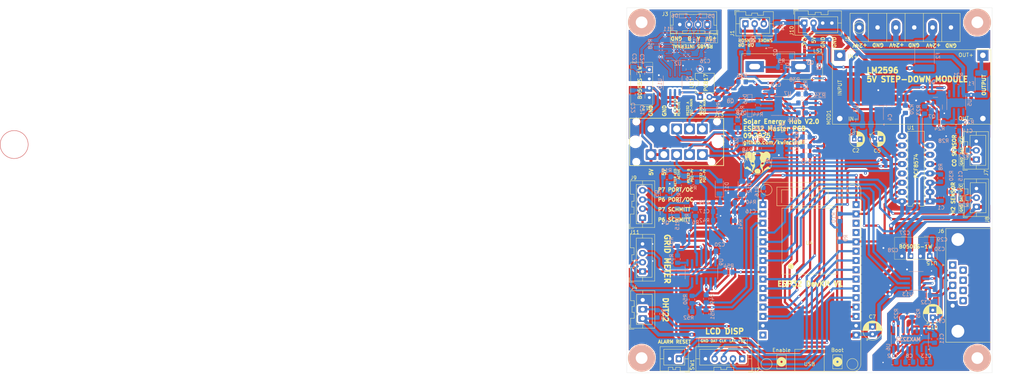
<source format=kicad_pcb>
(kicad_pcb (version 20240108) (generator "pcbnew") (generator_version "8.0")
  (layers (0 "F.Cu" signal) (31 "B.Cu" signal) (34 "B.Paste" user) (35 "F.Paste" user) (36 "B.SilkS" user "B.Silkscreen") (37 "F.SilkS" user "F.Silkscreen") (38 "B.Mask" user) (39 "F.Mask" user) (44 "Edge.Cuts" user))
  (net 0 "")
  (net 1 "GND")
  (net 2 "MQ7_CO_SENSOR")
  (net 3 "MQ8_H2_SENSOR")
  (net 4 "+5V")
  (net 5 "DHT22")
  (net 6 "GAMA_METER_LED_REACTIVE")
  (net 7 "GAMA_METER_LED_ACTIVE_ENERGY")
  (net 8 "RS485_DIR")
  (net 9 "+3V3")
  (net 10 "+24V")
  (net 11 "METER_PV_B")
  (net 12 "SDA_ESP")
  (net 13 "CLOCK_ESP")
  (net 14 "INVERTER_TX")
  (net 15 "METER_PV_A")
  (net 16 "METER_GRID_TX")
  (net 17 "LCD_DISP_DATA")
  (net 18 "RS485_TX_ESP")
  (net 19 "/ESP32_Measurment_Board/RS485_A")
  (net 20 "/ESP32_Measurment_Board/RS485_B")
  (net 21 "METER_PV_RX")
  (net 22 "INVERTER_RX")
  (net 23 "LCD_DISP_LATCH")
  (net 24 "METER_GRID_RX")
  (net 25 "METER_PV_TX")
  (net 26 "METER_MAIN_TX")
  (net 27 "Net-(U6-C1+)")
  (net 28 "METER_MAIN_B")
  (net 29 "METER_MAIN_RX")
  (net 30 "CO_SENSOR_EN")
  (net 31 "CO_SENSOR_SWITCH_VOLTAGES")
  (net 32 "METER_MAIN_A")
  (net 33 "RS485_RX_ESP")
  (net 34 "LCD_DISP_CLOCK")
  (net 35 "BUZZER")
  (net 36 "/ESP32_Measurment_Board/INV_TX_RS232")
  (net 37 "/ESP32_Measurment_Board/INV_RX_RS232")
  (net 38 "SMOKE_DETECTOR")
  (net 39 "Net-(U6-C1-)")
  (net 40 "SMOKE_DETECTOR_RESET")
  (net 41 "ALARM_RESET_BUTTON")
  (net 42 "Net-(U6-VS+)")
  (net 43 "Net-(Q3-B)")
  (net 44 "METER_MAIN_DIR")
  (net 45 "METER_PV_DIR")
  (net 46 "Net-(U6-VS-)")
  (net 47 "GAMA_METER_LED_ACTIVE_ENERGY_INPUT")
  (net 48 "GAMA_METER_LED_REACTIVE_INPUT")
  (net 49 "Net-(U6-C2+)")
  (net 50 "P7_UNCONNECTED")
  (net 51 "Net-(U6-C2-)")
  (net 52 "Net-(C16-Pad1)")
  (net 53 "Net-(C17-Pad1)")
  (net 54 "GND_RS485")
  (net 55 "Net-(D1-K)")
  (net 56 "Net-(D1-A)")
  (net 57 "Net-(J1-Pin_1)")
  (net 58 "Net-(J1-Pin_2)")
  (net 59 "Net-(D11-K)")
  (net 60 "Net-(U8-RO)")
  (net 61 "Net-(MOD1-OUT+)")
  (net 62 "Net-(Q1-B)")
  (net 63 "Net-(Q2-B)")
  (net 64 "Net-(Q6-G)")
  (net 65 "Net-(Q6-D)")
  (net 67 "Net-(U2-DE)")
  (net 68 "+5V_INV")
  (net 75 "Net-(J7-Pin_1)")
  (net 76 "Net-(J9-Pin_4)")
  (net 77 "Net-(J7-Pin_2)")
  (net 78 "Net-(J8-Pin_2)")
  (net 79 "Net-(J9-Pin_1)")
  (net 80 "Net-(J11-Pin_3)")
  (net 81 "Net-(Q4-B)")
  (net 82 "Net-(Q5-B)")
  (net 83 "P6_UNCONNECTED")
  (net 84 "Net-(D12-K)")
  (net 85 "Net-(U7-RO)")
  (net 86 "Net-(U4-EN)")
  (net 87 "Net-(U6-T1IN)")
  (net 88 "Net-(U5-FB)")
  (net 89 "Net-(U6-R1IN)")
  (net 90 "Net-(U8-DE)")
  (net 91 "Net-(U8-DI)")
  (net 92 "Net-(U7-DE)")
  (net 93 "Net-(J11-Pin_2)")
  (net 94 "Net-(Q7-G)")
  (net 95 "Net-(Q7-D)")
  (net 96 "Net-(U7-DI)")
  (net 97 "Net-(R49-Pad2)")
  (net 98 "Net-(R50-Pad2)")
  (net 99 "Net-(R54-Pad2)")
  (net 100 "Net-(R55-Pad2)")
  (net 107 "GND_INV")
  (net 108 "+5V_RS485")
  (net 109 "Net-(Q8-C)")
  (net 110 "Net-(Q8-B)")
  (net 111 "Net-(R57-Pad2)")
  (net 112 "Net-(U10-VOB)")
  (net 113 "Net-(U10-VIA)")
  (net 114 "Net-(U13-VIA)")
  (net 115 "Net-(U13-VOB)")
  (net 116 "Net-(R6-Pad2)")
  (net 117 "Net-(R7-Pad2)")
  (net 118 "Net-(J9-Pin_3)")
  (net 119 "Net-(J9-Pin_2)")
  (net 120 "Net-(J5-Pin_1)")
  (footprint "Connector_JST:JST_XA_B03B-XASK-1_1x03_P2.50mm_Vertical" (layer "F.Cu") (at 262.25 84.3 90)
    (property "Reference" "J8")
    (property "Value" "H2_SENSOR")
  )
  (footprint "Package_DIP:DIP-4_W7.62mm" (layer "F.Cu") (at 186.95 54.35 90)
    (property "Reference" "U11")
    (property "Value" "PC817")
  )
  (footprint "Connector_JST:JST_XA_B04B-XASK-1_1x04_P2.50mm_Vertical" (layer "F.Cu") (at 215.35 34.2)
    (property "Reference" "J10")
    (property "Value" "Unconnected")
  )
  (footprint "My-Footprints:Mount-Hole-3mm" (layer "F.Cu") (at 171 125.5)
    (property "Reference" "H3")
    (property "Value" "MountingHole")
  )
  (footprint "Capacitor_THT:CP_Radial_D5.0mm_P2.00mm" (layer "F.Cu") (at 250.35 114.45 90)
    (property "Reference" "C10")
    (property "Value" "47u")
  )
  (footprint "Connector_JST:JST_XA_B05B-XASK-1_1x05_P2.50mm_Vertical" (layer "F.Cu") (at 198.4 125.7 180)
    (property "Reference" "J2")
    (property "Value" "LCD_DISP")
  )
  (footprint "My-Footprints:B0505S" (layer "F.Cu") (at 174 44.92 -90)
    (property "Reference" "U12")
    (property "Value" "B0505S-1W")
  )
  (footprint "Capacitor_THT:CP_Radial_D5.0mm_P2.00mm" (layer "F.Cu") (at 233.934 119 90)
    (property "Reference" "C7")
    (property "Value" "22u")
  )
  (footprint "Connector_JST:JST_XA_B04B-XASK-1_1x04_P2.50mm_Vertical" (layer "F.Cu") (at 171.25 101.9 90)
    (property "Reference" "J11")
    (property "Value" "METER_GRID")
  )
  (footprint "Package_DIP:DIP-16_W7.62mm_LongPads" (layer "F.Cu") (at 249.5945 82.7975 180)
    (property "Reference" "U1")
    (property "Value" "PCF8574")
  )
  (footprint "Connector_JST:JST_XA_B02B-XASK-1_1x02_P2.50mm_Vertical" (layer "F.Cu") (at 181.15 125.7 180)
    (property "Reference" "SW1")
    (property "Value" "SW_Push")
  )
  (footprint "Connector_JST:JST_XA_B04B-XASK-1_1x04_P2.50mm_Vertical" (layer "F.Cu") (at 171.25 87.3 90)
    (property "Reference" "J9")
    (property "Value" "Unconnected")
  )
  (footprint "My-Footprints:esp32_devkit_v1_doit" (layer "F.Cu") (at 216.75 83.67)
    (property "Reference" "U4")
    (property "Value" "ESP32_DevKit_V1_DOIT")
  )
  (footprint "graphic:honeybadger2" (layer "F.Cu") (at 202.6 72.4)
    (property "Reference" "G***" (hide yes))
    (property "Value" "LOGO" (hide yes))
  )
  (footprint "My-Footprints:Mount-Hole-3mm" (layer "F.Cu") (at 171 34)
    (property "Reference" "H1")
    (property "Value" "MountingHole")
  )
  (footprint "My-Footprints:B0505S" (layer "F.Cu") (at 251.48 98.6125 180)
    (property "Reference" "U15")
    (property "Value" "B0505S-1W")
  )
  (footprint "Capacitor_THT:CP_Radial_D4.0mm_P1.50mm" (layer "F.Cu") (at 228.94 65.8487)
    (property "Reference" "C2")
    (property "Value" "100u")
  )
  (footprint "My-Footprints:Buzzer" (layer "F.Cu") (at 198.3 42.5615)
    (property "Reference" "LS1")
    (property "Value" "BUZZER")
  )
  (footprint "My-Footprints-connectors:CDDC-1,5-5-PV-3,5" (layer "F.Cu") (at 192.45 73.15 180)
    (property "Reference" "J13")
    (property "Value" "METER_INTERFACES")
  )
  (footprint "Capacitor_THT:CP_Radial_D4.0mm_P1.50mm" (layer "F.Cu") (at 234.567401 65.7487)
    (property "Reference" "C5")
    (property "Value" "22u")
  )
  (footprint "My-Footprints-connectors:Screw-Terminal-P6-rast-5mm-6,7x30" (layer "F.Cu") (at 227.8 31.55)
    (property "Reference" "J5")
    (property "Value" "DC_LINE_OUTPUT")
  )
  (footprint "My-Footprints-connectors:JST_XA_1x03_P2.54mm_Vertical" (layer "F.Cu") (at 171.3 114.74 90)
    (property "Reference" "J4")
    (property "Value" "DHT22" (hide yes))
  )
  (footprint "My-Footprints-connectors:DSUB-9_Female_Horizontal_P2.77x2.84mm_EdgePinOffset7.70mm_Housed_MountingHolesOffset9.12mm" (layer "F.Cu") (at 255.769669 100.15 90)
    (property "Reference" "J6")
    (property "Value" "DB9_Socket")
  )
  (footprint "My-Footprints:Mount-Hole-3mm" (layer "F.Cu") (at 262.5 34)
    (property "Reference" "H4")
    (property "Value" "MountingHole")
  )
  (footprint "My-Footprints-converters-modules:LM2596-Step-Down-Conv" (layer "F.Cu") (at 223.005 61.765 90)
    (property "Reference" "MOD1")
    (property "Value" "LM2596-Step-Down")
  )
  (footprint "Connector_JST:JST_XA_B03B-XASK-1_1x03_P2.50mm_Vertical" (layer "F.Cu") (at 199.3 34.4)
    (property "Reference" "J1")
    (property "Value" "OR-OR SMOKE SENSOR")
  )
  (footprint "Connector_JST:JST_XA_B03B-XASK-1_1x03_P2.50mm_Vertical" (layer "F.Cu") (at 262.2 71.4 90)
    (property "Reference" "J7")
    (property "Value" "CO_SENSOR")
  )
  (footprint "Connector_JST:JST_XH_B4B-XH-A_1x04_P2.50mm_Vertical" (layer "F.Cu") (at 188.9 34.6 180)
    (property "Reference" "J3")
    (property "Value" "RS485")
  )
  (footprint "My-Footprints:Mount-Hole-3mm" (layer "F.Cu") (at 262.5 125.5)
    (property "Reference" "H2")
    (property "Value" "MountingHole")
  )
  (footprint "Capacitor_SMD:C_0805_2012Metric_Pad1.18x1.45mm_HandSolder" (layer "B.Cu") (at 183.85 46.85 90)
    (property "Reference" "C6")
    (property "Value" "100n")
  )
  (footprint "Resistor_SMD:R_0805_2012Metric_Pad1.20x1.40mm_HandSolder" (layer "B.Cu") (at 214.728 58.676 180)
    (property "Reference" "R35")
    (property "Value" "10k")
  )
  (footprint "Resistor_SMD:R_0805_2012Metric_Pad1.20x1.40mm_HandSolder" (layer "B.Cu") (at 225 92.8 90)
    (property "Reference" "R9")
    (property "Value" "10k")
  )
  (footprint "Resistor_SMD:R_0805_2012Metric_Pad1.20x1.40mm_HandSolder" (layer "B.Cu") (at 180.75 93.95 -90)
    (property "Reference" "R53")
    (property "Value" "10k")
  )
  (footprint "Resistor_SMD:R_0805_2012Metric_Pad1.20x1.40mm_HandSolder" (layer "B.Cu") (at 214.728 53.526 180)
    (property "Reference" "R36")
    (property "Value" "5k1")
  )
  (footprint "Resistor_SMD:R_0805_2012Metric_Pad1.20x1.40mm_HandSolder" (layer "B.Cu") (at 242.9 57.7 -90)
    (property "Reference" "R20")
    (property "Value" "100R")
  )
  (footprint "Resistor_SMD:R_0805_2012Metric_Pad1.20x1.40mm_HandSolder" (layer "B.Cu") (at 255.27 79.248 -90)
    (property "Reference" "R30")
    (property "Value" "2k2")
  )
  (footprint "Capacitor_SMD:C_0805_2012Metric_Pad1.18x1.45mm_HandSolder" (layer "B.Cu") (at 188.3 42.9)
    (property "Reference" "C26")
    (property "Value" "100n")
  )
  (footprint "Capacitor_SMD:C_0805_2012Metric_Pad1.18x1.45mm_HandSolder" (layer "B.Cu") (at 252.6195 81.6225 90)
    (property "Reference" "C1")
    (property "Value" "100n")
  )
  (footprint "Package_SO:SO-8_3.9x4.9mm_P1.27mm" (layer "B.Cu") (at 245.825 104.47)
    (property "Reference" "U13")
    (property "Value" "ADUM3211ARZ")
  )
  (footprint "Capacitor_SMD:C_1206_3216Metric" (layer "B.Cu") (at 242.5 93.3 180)
    (property "Reference" "C27")
    (property "Value" "10u")
  )
  (footprint "Resistor_SMD:R_0805_2012Metric_Pad1.20x1.40mm_HandSolder" (layer "B.Cu") (at 183.35 84 -90)
    (property "Reference" "R14")
    (property "Value" "0R")
  )
  (footprint "Capacitor_SMD:C_1206_3216Metric" (layer "B.Cu") (at 248.7 93.2 180)
    (property "Reference" "C29")
    (property "Value" "10u")
  )
  (footprint "Resistor_SMD:R_0805_2012Metric_Pad1.20x1.40mm_HandSolder" (layer "B.Cu") (at 199.8 66.2 -90)
    (property "Reference" "R48")
    (property "Value" "1k")
  )
  (footprint "Resistor_SMD:R_0805_2012Metric_Pad1.20x1.40mm_HandSolder" (layer "B.Cu") (at 203 64.3)
    (property "Reference" "R46")
    (property "Value" "1k")
  )
  (footprint "Package_TO_SOT_SMD:SOT-223-3_TabPin2" (layer "B.Cu") (at 233.49 58.6987 90)
    (property "Reference" "U3")
    (property "Value" "AMS1117-5.0")
  )
  (footprint "Package_SO:SOIC-14_3.9x8.7mm_P1.27mm" (layer "B.Cu") (at 187.3 102 90)
    (property "Reference" "U9")
    (property "Value" "74HC14")
  )
  (footprint "Capacitor_SMD:C_1206_3216Metric" (layer "B.Cu") (at 168.8 47.6 -90)
    (property "Reference" "C23")
    (property "Value" "10u")
  )
  (footprint "Resistor_SMD:R_0805_2012Metric_Pad1.20x1.40mm_HandSolder" (layer "B.Cu") (at 191.9 53.594 -90)
    (property "Reference" "R57")
    (property "Value" "1k")
  )
  (footprint "Package_SO:SOIC-8_3.9x4.9mm_P1.27mm" (layer "B.Cu") (at 180.9 41.85)
    (property "Reference" "U2")
    (property "Value" "ST485")
  )
  (footprint "Capacitor_SMD:C_0805_2012Metric_Pad1.18x1.45mm_HandSolder" (layer "B.Cu") (at 228.59 60.7987 90)
    (property "Reference" "C3")
    (property "Value" "100n")
  )
  (footprint "Resistor_SMD:R_0805_2012Metric_Pad1.20x1.40mm_HandSolder" (layer "B.Cu") (at 185.1 77.5)
    (property "Reference" "R7")
    (property "Value" "0R")
  )
  (footprint "Resistor_SMD:R_0805_2012Metric_Pad1.20x1.40mm_HandSolder" (layer "B.Cu") (at 175.2 113.45 -90)
    (property "Reference" "R17")
    (property "Value" "10k")
  )
  (footprint "Resistor_SMD:R_0805_2012Metric_Pad1.20x1.40mm_HandSolder" (layer "B.Cu") (at 215.828 65.226 180)
    (property "Reference" "R33")
    (property "Value" "4k7/5k1")
  )
  (footprint "Capacitor_SMD:C_0805_2012Metric_Pad1.18x1.45mm_HandSolder" (layer "B.Cu") (at 191.5 85.55)
    (property "Reference" "C17")
    (property "Value" "100n")
  )
  (footprint "Resistor_SMD:R_0805_2012Metric_Pad1.20x1.40mm_HandSolder" (layer "B.Cu") (at 194.75 102.075 180)
    (property "Reference" "R54")
    (property "Value" "4k7")
  )
  (footprint "Resistor_SMD:R_0805_2012Metric_Pad1.20x1.40mm_HandSolder" (layer "B.Cu") (at 258.826 82.042)
    (property "Reference" "R29")
    (property "Value" "7k8")
  )
  (footprint "Package_TO_SOT_SMD:SOT-23" (layer "B.Cu") (at 251.0625 52.875 180)
    (property "Reference" "Q6")
    (property "Value" "BSS138")
  )
  (footprint "Diode_SMD:D_SOD-523" (layer "B.Cu") (at 200.406 70.096 90)
    (property "Reference" "D17")
    (property "Value" "LESD5D5.0CT1G-MS")
  )
  (footprint "Resistor_SMD:R_0805_2012Metric_Pad1.20x1.40mm_HandSolder" (layer "B.Cu") (at 175 39.9 -90)
    (property "Reference" "R58")
    (property "Value" "4k7")
  )
  (footprint "Capacitor_SMD:C_0805_2012Metric_Pad1.18x1.45mm_HandSolder" (layer "B.Cu") (at 171.1 47.9375 -90)
    (property "Reference" "C24")
    (property "Value" "100n")
  )
  (footprint "Resistor_SMD:R_0805_2012Metric_Pad1.20x1.40mm_HandSolder" (layer "B.Cu") (at 185.65 85.8 -90)
    (property "Reference" "R6")
    (property "Value" "0R")
  )
  (footprint "Resistor_SMD:R_0805_2012Metric_Pad1.20x1.40mm_HandSolder" (layer "B.Cu") (at 199.15 42.35)
    (property "Reference" "R1")
    (property "Value" "10k")
  )
  (footprint "Capacitor_SMD:C_1206_3216Metric" (layer "B.Cu") (at 171 54 -90)
    (property "Reference" "C21")
    (property "Value" "10u")
  )
  (footprint "Resistor_SMD:R_0805_2012Metric_Pad1.20x1.40mm_HandSolder" (layer "B.Cu") (at 197.4 83.1 180)
    (property "Reference" "R40")
    (property "Value" "1k")
  )
  (footprint "Diode_SMD:D_MiniMELF" (layer "B.Cu") (at 210.058 43.18 180)
    (property "Reference" "D1")
    (property "Value" "1N4148")
  )
  (footprint "Resistor_SMD:R_0805_2012Metric_Pad1.20x1.40mm_HandSolder" (layer "B.Cu") (at 256.7 61.2 180)
    (property "Reference" "R26")
    (property "Value" "10K")
  )
  (footprint "Resistor_SMD:R_0805_2012Metric_Pad1.20x1.40mm_HandSolder" (layer "B.Cu") (at 242.1 113.4 90)
    (property "Reference" "R22")
    (property "Value" "1k")
  )
  (footprint "Resistor_SMD:R_0805_2012Metric_Pad1.20x1.40mm_HandSolder" (layer "B.Cu") (at 211.328 62.7 -90)
    (property "Reference" "R37")
    (property "Value" "10k")
  )
  (footprint "Resistor_SMD:R_0805_2012Metric_Pad1.20x1.40mm_HandSolder" (layer "B.Cu") (at 188.6 109.35 90)
    (property "Reference" "R49")
    (property "Value" "4k7/5k1")
  )
  (footprint "Resistor_SMD:R_0805_2012Metric_Pad1.20x1.40mm_HandSolder" (layer "B.Cu") (at 244.65 113.3 -90)
    (property "Reference" "R25")
    (property "Value" "1k")
  )
  (footprint "Package_TO_SOT_SMD:SOT-23" (layer "B.Cu") (at 206.1125 39.3625)
    (property "Reference" "Q2")
    (property "Value" "BC817")
  )
  (footprint "Capacitor_SMD:C_0805_2012Metric_Pad1.18x1.45mm_HandSolder" (layer "B.Cu") (at 197.275 85.5)
    (property "Reference" "C16")
    (property "Value" "100n")
  )
  (footprint "Resistor_SMD:R_0805_2012Metric_Pad1.20x1.40mm_HandSolder" (layer "B.Cu") (at 180.7 85.725 90)
    (property "Reference" "R15")
    (property "Value" "10K")
  )
  (footprint "Resistor_SMD:R_0805_2012Metric_Pad1.20x1.40mm_HandSolder" (layer "B.Cu") (at 198.374 50.2 180)
    (property "Reference" "R56")
    (property "Value" "1k")
  )
  (footprint "Capacitor_SMD:C_0805_2012Metric_Pad1.18x1.45mm_HandSolder" (layer "B.Cu") (at 207.578 52.826)
    (property "Reference" "C19")
    (property "Value" "100n")
  )
  (footprint "Diode_SMD:D_MiniMELF" (layer "B.Cu") (at 192.2 78.95 90)
    (property "Reference" "D11")
    (property "Value" "LL4148")
  )
  (footprint "Resistor_SMD:R_0805_2012Metric_Pad1.20x1.40mm_HandSolder" (layer "B.Cu") (at 258.826 68.834)
    (property "Reference" "R27")
    (property "Value" "7k8")
  )
  (footprint "Resistor_SMD:R_0805_2012Metric_Pad1.20x1.40mm_HandSolder" (layer "B.Cu") (at 181.1 78.45 90)
    (property "Reference" "R18")
    (property "Value" "0R")
  )
  (footprint "Resistor_SMD:R_0805_2012Metric_Pad1.20x1.40mm_HandSolder" (layer "B.Cu") (at 177.9 76.1)
    (property "Reference" "R19")
    (property "Value" "10K")
  )
  (footprint "Resistor_SMD:R_0805_2012Metric_Pad1.20x1.40mm_HandSolder" (layer "B.Cu") (at 215.828 67.776 180)
    (property "Reference" "R31")
    (property "Value" "10k")
  )
  (footprint "Resistor_SMD:R_0805_2012Metric_Pad1.20x1.40mm_HandSolder" (layer "B.Cu") (at 215.828 70.326 180)
    (property "Reference" "R32")
    (property "Value" "10k")
  )
  (footprint "Capacitor_SMD:C_0805_2012Metric_Pad1.18x1.45mm_HandSolder" (layer "B.Cu") (at 239.35 126.6 180)
    (property "Reference" "C12")
    (property "Value" "100n")
  )
  (footprint "Package_SO:SOIC-8_3.9x4.9mm_P1.27mm" (layer "B.Cu") (at 208.628 68.326 180)
    (property "Reference" "U8")
    (property "Value" "ST485EBDR")
  )
  (footprint "Diode_SMD:D_SOD-523" (layer "B.Cu") (at 187.5 32.2 180)
    (property "Reference" "D5")
    (property "Value" "LESD5D5.0CT1G-MS")
  )
  (footprint "Capacitor_SMD:C_0805_2012Metric_Pad1.18x1.45mm_HandSolder" (layer "B.Cu") (at 250.8 120.3 -90)
    (property "Reference" "C11")
    (property "Value" "100n")
  )
  (footprint "Package_TO_SOT_SMD:SOT-23" (layer "B.Cu") (at 195.2 53.1735 180)
    (property "Reference" "Q8")
    (property "Value" "BC817")
  )
  (footprint "Diode_SMD:D_SOD-523" (layer "B.Cu") (at 200.4755 58.4885 90)
    (property "Reference" "D18")
    (property "Value" "LESD5D5.0CT1G-MS")
  )
  (footprint "Resistor_SMD:R_0805_2012Metric_Pad1.20x1.40mm_HandSolder" (layer "B.Cu") (at 202.753 56.561 90)
    (property "Reference" "R44")
    (property "Value" "120R")
  )
  (footprint "Package_TO_SOT_SMD:SOT-23" (layer "B.Cu") (at 215.646 42.672 180)
    (property "Reference" "Q3")
    (property "Value" "BC817")
  )
  (footprint "Package_SO:SOIC-8-1EP_3.9x4.9mm_P1.27mm_EP2.41x3.81mm" (layer "B.Cu") (at 256.75 55.9 -90)
    (property "Reference" "U5")
    (property "Value" "UP7760")
  )
  (footprint "Fuse:Fuse_2920_7451Metric" (layer "B.Cu") (at 248.1 43.1 90)
    (property "Reference" "F2")
    (property "Value" "Polyfuse")
  )
  (footprint "Resistor_SMD:R_0805_2012Metric_Pad1.20x1.40mm_HandSolder" (layer "B.Cu") (at 184.75 109.55 90)
    (property "Reference" "R50")
    (property "Value" "4k7/5k1")
  )
  (footprint "Capacitor_SMD:C_0805_2012Metric" (layer "B.Cu") (at 251.35 117.1 180)
    (property "Reference" "C9")
    (property "Value" "100n")
  )
  (footprint "Package_SO:SO-8_3.9x4.9mm_P1.27mm" (layer "B.Cu") (at 179.45 50.5 90)
    (property "Reference" "U10")
    (property "Value" "ADUM3211ARZ")
  )
  (footprint "Resistor_SMD:R_0805_2012Metric_Pad1.20x1.40mm_HandSolder" (layer "B.Cu") (at 188.55 113.4 90)
    (property "Reference" "R51")
    (property "Value" "10k")
  )
  (footprint "Resistor_SMD:R_0805_2012Metric_Pad1.20x1.40mm_HandSolder" (layer "B.Cu") (at 225 87.2 -90)
    (property "Reference" "R10")
    (property "Value" "10k")
  )
  (footprint "Resistor_SMD:R_0805_2012Metric_Pad1.20x1.40mm_HandSolder" (layer "B.Cu") (at 252.2 61.3)
    (property "Reference" "R24")
    (property "Value" "1k8")
  )
  (footprint "Resistor_SMD:R_0805_2012Metric_Pad1.20x1.40mm_HandSolder" (layer "B.Cu") (at 180.8 98.55 -90)
    (property "Reference" "R55")
    (property "Value" "4k7/5k1")
  )
  (footprint "Resistor_SMD:R_0805_2012Metric_Pad1.20x1.40mm_HandSolder" (layer "B.Cu") (at 189.8 37.4)
    (property "Reference" "R13")
    (property "Value" "1k")
  )
  (footprint "Capacitor_SMD:C_0805_2012Metric_Pad1.18x1.45mm_HandSolder" (layer "B.Cu") (at 207.128 64.376)
    (property "Reference" "C18")
    (property "Value" "100n")
  )
  (footprint "Resistor_SMD:R_0805_2012Metric_Pad1.20x1.40mm_HandSolder" (layer "B.Cu") (at 212.598 51.226)
    (property "Reference" "R38")
    (property "Value" "10k")
  )
  (footprint "Package_TO_SOT_SMD:SOT-23" (layer "B.Cu") (at 251.4125 57.1 -90)
    (property "Reference" "Q7")
    (property "Value" "BSS138")
  )
  (footprint "Capacitor_SMD:C_0805_2012Metric_Pad1.18x1.45mm_HandSolder" (layer "B.Cu") (at 168.5 53.6 -90)
    (property "Reference" "C22")
    (property "Value" "100n")
  )
  (footprint "Capacitor_SMD:C_0805_2012Metric_Pad1.18x1.45mm_HandSolder" (layer "B.Cu") (at 238.5 57 -90)
    (property "Reference" "C4")
    (property "Value" "100n")
  )
  (footprint "Capacitor_SMD:C_0805_2012Metric" (layer "B.Cu") (at 257.81 79.248 -90)
    (property "Reference" "C15")
    (property "Value" "10n")
  )
  (footprint "Package_TO_SOT_SMD:SOT-23" (layer "B.Cu") (at 177.6125 85.85 90)
    (property "Reference" "Q4")
    (property "Value" "BC817")
  )
  (footprint "Resistor_SMD:R_0805_2012Metric_Pad1.20x1.40mm_HandSolder" (layer "B.Cu") (at 196.275 89.1 90)
    (property "Reference" "R41")
    (property "Value" "100K")
  )
  (footprint "Capacitor_SMD:C_0805_2012Metric_Pad1.18x1.45mm_HandSolder" (layer "B.Cu") (at 243.95 126.6 180)
    (property "Reference" "C8")
    (property "Value" "100n")
  )
  (footprint "Resistor_SMD:R_0805_2012Metric_Pad1.20x1.40mm_HandSolder" (layer "B.Cu") (at 256.7 66.1)
    (property "Reference" "R28")
    (property "Value" "2k2")
  )
  (footprint "Resistor_SMD:R_0805_2012Metric_Pad1.20x1.40mm_HandSolder" (layer "B.Cu") (at 185.2 37.4)
    (property "Reference" "R12")
    (property "Value" "120R")
  )
  (footprint "Package_SO:SO-16_3.9x9.9mm_P1.27mm" (layer "B.Cu") (at 244.095 120.43 90)
    (property "Reference" "U6")
    (property "Value" "MAX3232")
  )
  (footprint "Capacitor_SMD:C_0805_2012Metric_Pad1.18x1.45mm_HandSolder" (layer "B.Cu") (at 248.55 126.6 180)
    (property "Reference" "C13")
    (property "Value" "100n")
  )
  (footprint "Resistor_SMD:R_0805_2012Metric_Pad1.20x1.40mm_HandSolder" (layer "B.Cu") (at 180.45 37.4)
    (property "Reference" "R11")
    (property "Value" "1k")
  )
  (footprint "Resistor_SMD:R_0805_2012Metric_Pad1.20x1.40mm_HandSolder" (layer "B.Cu") (at 191.4 83.1 180)
    (property "Reference" "R39")
    (property "Value" "1k")
  )
  (footprint "Resistor_SMD:R_0805_2012Metric_Pad1.20x1.40mm_HandSolder" (layer "B.Cu") (at 202.75 39.1 -90)
    (property "Reference" "R2")
    (property "Value" "10k")
  )
  (footprint "Diode_SMD:D_MiniMELF" (layer "B.Cu") (at 198.4 79.1 90)
    (property "Reference" "D12")
    (property "Value" "LL4148")
  )
  (footprint "Capacitor_SMD:C_0805_2012Metric_Pad1.18x1.45mm_HandSolder" (layer "B.Cu") (at 243 95.8 180)
    (property "Reference" "C28")
    (property "Value" "100n")
  )
  (footprint "Resistor_SMD:R_0805_2012Metric_Pad1.20x1.40mm_HandSolder" (layer "B.Cu") (at 207.8 35.3 90)
    (property "Reference" "R4")
    (property "Value" "10k")
  )
  (footprint "Resistor_SMD:R_0805_2012Metric_Pad1.20x1.40mm_HandSolder" (layer "B.Cu") (at 257.3 50.2)
    (property "Reference" "R21")
    (property "Value" "10k")
  )
  (footprint "Capacitor_SMD:C_0805_2012Metric" (layer "B.Cu") (at 209.1 46.2 180)
    (property "Reference" "R5")
    (property "Value" "2k")
  )
  (footprint "Package_TO_SOT_SMD:SOT-23" (layer "B.Cu") (at 199.15 38.65 90)
    (property "Reference" "Q1")
    (property "Value" "BC817")
  )
  (footprint "Package_SO:SOIC-8_3.9x4.9mm_P1.27mm" (layer "B.Cu") (at 208.253 56.811 180)
    (property "Reference" "U7")
    (property "Value" "ST485EBDR")
  )
  (footprint "Resistor_SMD:R_0805_2012Metric_Pad1.20x1.40mm_HandSolder" (layer "B.Cu") (at 183.8 112.85)
    (property "Reference" "R52")
    (property "Value" "10k")
  )
  (footprint "Resistor_SMD:R_0805_2012Metric_Pad1.20x1.40mm_HandSolder" (layer "B.Cu") (at 204.1 80.075 -90)
    (property "Reference" "R16")
    (property "Value" "10k")
  )
  (footprint "Resistor_SMD:R_0805_2012Metric_Pad1.20x1.40mm_HandSolder" (layer "B.Cu") (at 214.728 55.976 180)
    (property "Reference" "R34")
    (property "Value" "10k")
  )
  (footprint "Resistor_SMD:R_0805_2012Metric_Pad1.20x1.40mm_HandSolder" (layer "B.Cu") (at 202.928 68.346 90)
    (property "Reference" "R47")
    (property "Value" "120R")
  )
  (footprint "Resistor_SMD:R_0805_2012Metric_Pad1.20x1.40mm_HandSolder" (layer "B.Cu") (at 219.456 42.672 90)
    (property "Reference" "R3")
    (property "Value" "10k")
  )
  (footprint "Capacitor_SMD:C_0805_2012Metric_Pad1.18x1.45mm_HandSolder" (layer "B.Cu") (at 248.5 108.4 180)
    (property "Reference" "C32")
    (property "Value" "100n")
  )
  (footprint "Resistor_SMD:R_0805_2012Metric_Pad1.20x1.40mm_HandSolder" (layer "B.Cu") (at 191.4775 88 180)
    (property "Reference" "R42")
    (property "Value" "100K")
  )
  (footprint "Resistor_SMD:R_0805_2012Metric_Pad1.20x1.40mm_HandSolder" (layer "B.Cu") (at 198.4 54.6 -90)
    (property "Reference" "R45")
    (property "Value" "1k")
  )
  (footprint "Capacitor_SMD:C_0805_2012Metric_Pad1.18x1.45mm_HandSolder" (layer "B.Cu") (at 248.6 95.8 180)
    (property "Reference" "C30")
    (property "Value" "100n")
  )
  (footprint "Diode_SMD:D_SOD-523" (layer "B.Cu") (at 200.5 54.9335 -90)
    (property "Reference" "D16")
    (property "Value" "LESD5D5.0CT1G-MS")
  )
  (footprint "Resistor_SMD:R_0805_2012Metric_Pad1.20x1.40mm_HandSolder" (layer "B.Cu") (at 248.1 57.9 -90)
    (property "Reference" "R23")
    (property "Value" "100R")
  )
  (footprint "Fuse:Fuse_2512_6332Metric_Pad1.52x3.35mm_HandSolder" (layer "B.Cu") (at 263.6 50.8 -90)
    (property "Reference" "F1")
    (property "Value" "2A")
  )
  (footprint "Package_TO_SOT_SMD:SOT-23" (layer "B.Cu") (at 177.6625 80.7 -90)
    (property "Reference" "Q5")
    (property "Value" "BC817")
  )
  (footprint "Capacitor_SMD:C_0805_2012Metric" (layer "B.Cu") (at 256.6 63.6)
    (property "Reference" "C14")
    (property "Value" "10n")
  )
  (footprint "Diode_SMD:D_SOD-523" (layer "B.Cu") (at 197.9 66.796 -90)
    (property "Reference" "D15")
    (property "Value" "LESD5D5.0CT1G-MS")
  )
  (footprint "Resistor_SMD:R_0805_2012Metric_Pad1.20x1.40mm_HandSolder" (layer "B.Cu") (at 252.4745 76.454 -90)
    (property "Reference" "R8")
    (property "Value" "10k")
  )
  (footprint "Diode_SMD:D_SOD-523" (layer "B.Cu") (at 182.5 32.2)
    (property "Reference" "D6")
    (property "Value" "LESD5D5.0CT1G-MS")
  )
  (footprint "Resistor_SMD:R_0805_2012Metric_Pad1.20x1.40mm_HandSolder" (layer "B.Cu") (at 197.2 61.7 -90)
    (property "Reference" "R43")
    (property "Value" "1k")
  )
  (footprint "Capacitor_SMD:C_0805_2012Metric_Pad1.18x1.45mm_HandSolder" (layer "B.Cu") (at 192.3 96.35)
    (property "Reference" "C20")
    (property "Value" "100n")
  )
  (gr_circle (center 0 67.31) (end 3.81 67.31) (stroke (width 0.1)) (fill none) (layer "F.Cu"))
  (gr_rect (start 231.1 48.5) (end 239.9 56.5) (stroke (width 0.2)) (fill solid) (layer "B.Cu") (net 9))
  (gr_line (start 218.1 54.6) (end 217.1 54.6) (stroke (width 0.1)) (layer "B.SilkS"))
  (gr_line (start 217.1 54.6) (end 216.6 55) (stroke (width 0.1)) (layer "B.SilkS"))
  (gr_rect (start 218.1 53.1) (end 221.1 54.6) (stroke (width 0.1)) (fill none) (layer "B.SilkS"))
  (gr_rect (start 257.5 65.145) (end 258.89 73.1) (stroke (width 0.1)) (fill none) (layer "F.SilkS"))
  (gr_rect (start 186.6 119.8) (end 199.8 122.4) (stroke (width 0.1)) (fill none) (layer "F.SilkS"))
  (gr_rect (start 257.4 78.045) (end 258.94 85.9) (stroke (width 0.1)) (fill none) (layer "F.SilkS"))
  (gr_rect (start 178.85 37.05) (end 191.7 39.6) (stroke (width 0.1)) (fill none) (layer "F.SilkS"))
  (gr_rect (start 167 30) (end 266.5 129.5) (stroke (width 0.05)) (fill none) (layer "Edge.Cuts"))
  (gr_text "MAX3232" (at 247.2 121 0) (layer "B.SilkS") (effects (font (size 1 1) (thickness 0.25) (bold yes)) (justify left bottom mirror)))
  (gr_text "B0505S-1W" (at 171.1 55.1 90) (layer "F.SilkS") (effects (font (size 1 1) (thickness 0.2) (bold yes)) (justify left bottom)))
  (gr_text "DAT" (at 189.681667 121.266749 0) (layer "F.SilkS") (effects (font (size 0.7 0.7) (thickness 0.175) (bold yes)) (justify left bottom)))
  (gr_text "3V3" (at 215.9 40.814286 90) (layer "F.SilkS") (effects (font (size 1 1) (thickness 0.2) (bold yes)) (justify left bottom)))
  (gr_text "RS232 A\nPOZ-PV" (at 188.5 73.9 90) (layer "F.SilkS") (effects (font (size 0.6 0.6) (thickness 0.15) (bold yes)) (justify right bottom)))
  (gr_text "GND" (at 224.1 41.1 90) (layer "F.SilkS") (effects (font (size 1 1) (thickness 0.2) (bold yes)) (justify left bottom)))
  (gr_text "RS485 INTERNAL" (at 190.6 40 180) (layer "F.SilkS") (effects (font (size 0.9 0.9) (thickness 0.225) (bold yes)) (justify left bottom)))
  (gr_text "GND" (at 258.65 73 90) (layer "F.SilkS") (effects (font (size 0.7 0.7) (thickness 0.175) (bold yes)) (justify left bottom)))
  (gr_text "METER LED\nREACTIVE" (at 181.5 59.7 90) (layer "F.SilkS") (effects (font (size 0.6 0.6) (thickness 0.15) (bold yes)) (justify left bottom)))
  (gr_text "GND" (at 221 41.1 90) (layer "F.SilkS") (effects (font (size 1 1) (thickness 0.2) (bold yes)) (justify left bottom)))
  (gr_text "5V" (at 177.7 75.9 90) (layer "F.SilkS") (effects (font (size 1 1) (thickness 0.25) (bold yes)) (justify left bottom)))
  (gr_text "+24V" (at 232.65 39.7 180) (layer "F.SilkS") (effects (font (size 1 1) (thickness 0.25) (bold yes)) (justify left bottom)))
  (gr_text "GND" (at 258.55 85.8 90) (layer "F.SilkS") (effects (font (size 0.7 0.7) (thickness 0.175) (bold yes)) (justify left bottom)))
  (gr_text "CO SENSOR" (at 256.8 73.5 90) (layer "F.SilkS") (effects (font (size 1 1) (thickness 0.25) (bold yes)) (justify left bottom)))
  (gr_text "+24V" (at 252.7 39.7 180) (layer "F.SilkS") (effects (font (size 1 1) (thickness 0.25) (bold yes)) (justify left bottom)))
  (gr_text "RS232 A\nPOZ-MAIN" (at 184.9 59.6 90) (layer "F.SilkS") (effects (font (size 0.6 0.6) (thickness 0.15) (bold yes)) (justify left bottom)))
  (gr_text "PC817" (at 189.1 53 90) (layer "F.SilkS") (effects (font (size 1 1) (thickness 0.2) (bold yes)) (justify left bottom)))
  (gr_text "ALARM RESET" (at 175.322559 121.6 0) (layer "F.SilkS") (effects (font (size 0.9 0.9) (thickness 0.225) (bold yes)) (justify left bottom)))
  (gr_text "CLK" (at 192.048333 121.233498 0) (layer "F.SilkS") (effects (font (size 0.7 0.7) (thickness 0.175) (bold yes)) (justify left bottom)))
  (gr_text "GND" (at 237.1 39.6 180) (layer "F.SilkS") (effects (font (size 1 1) (thickness 0.25) (bold yes)) (justify left bottom)))
  (gr_text "H2 SENSOR" (at 256.5 86.4 90) (layer "F.SilkS") (effects (font (size 1 1) (thickness 0.25) (bold yes)) (justify left bottom)))
  (gr_text "ESP32 DevKit V1" (at 207.8 106.1 0) (layer "F.SilkS") (effects (font (size 1.4 1.4) (thickness 0.35) (bold yes)) (justify left bottom)))
  (gr_text "P7 PORT/OC" (at 175.3 80.2 0) (layer "F.SilkS") (effects (font (size 1 1) (thickness 0.25) (bold yes)) (justify left bottom)))
  (gr_text "+5V" (at 197.031666 121.233499 0) (layer "F.SilkS") (effects (font (size 0.7 0.7) (thickness 0.175) (bold yes)) (justify left bottom)))
  (gr_text "VCC" (at 258.6 67.3 90) (layer "F.SilkS") (effects (font (size 0.7 0.7) (thickness 0.175) (bold yes)) (justify left bottom)))
  (gr_text "GND" (at 174.1 59.8 90) (layer "F.SilkS") (effects (font (size 1 1) (thickness 0.25) (bold yes)) (justify left bottom)))
  (gr_text "GND" (at 186.949208 121.234291 0) (layer "F.SilkS") (effects (font (size 0.7 0.7) (thickness 0.175) (bold yes)) (justify left bottom)))
  (gr_text "METER LED\nACTIVE" (at 181.5 73.8 90) (layer "F.SilkS") (effects (font (size 0.6 0.6) (thickness 0.15) (bold yes)) (justify right bottom)))
  (gr_text "P6 SCHMITT" (at 175.3 88.4 0) (layer "F.SilkS") (effects (font (size 1 1) (thickness 0.25) (bold yes)) (justify left bottom)))
  (gr_text "GND" (at 246.9 39.6 180) (layer "F.SilkS") (effects (font (size 1 1) (thickness 0.25) (bold yes)) (justify left bottom)))
  (gr_text "GND" (at 177.8 59.8 90) (layer "F.SilkS") (effects (font (size 1 1) (thickness 0.25) (bold yes)) (justify left bottom)))
  (gr_text "VCC" (at 258.5 80.3 90) (layer "F.SilkS") (effects (font (size 0.7 0.7) (thickness 0.175) (bold yes)) (justify left bottom)))
  (gr_text "GRID METER" (at 177.1 91.53 270) (layer "F.SilkS") (effects (font (size 1.5 1.5) (thickness 0.375) (bold yes)) (justify left bottom)))
  (gr_text "DHT22" (at 176.7 108.8 270) (layer "F.SilkS") (effects (font (size 1.4 1.4) (thickness 0.35) (bold yes)) (justify left bottom)))
  (gr_text "5V" (at 218.5 39.861905 90) (layer "F.SilkS") (effects (font (size 1 1) (thickness 0.2) (bold yes)) (justify left bottom)))
  (gr_text "GND" (at 257 39.7 180) (layer "F.SilkS") (effects (font (size 1 1) (thickness 0.25) (bold yes)) (justify left bottom)))
  (gr_text "5V" (at 174.2 75.9 90) (layer "F.SilkS") (effects (font (size 1 1) (thickness 0.25) (bold yes)) (justify left bottom)))
  (gr_text "OR-OR\nSMOKE SENSOR" (at 197.2 38.4 180) (layer "F.SilkS") (effects (font (size 0.8 0.8) (thickness 0.2) (bold yes)) (justify right bottom)))
  (gr_text "DAT" (at 258.6 83.05 90) (layer "F.SilkS") (effects (font (size 0.7 0.7) (thickness 0.175) (bold yes)) (justify left bottom)))
  (gr_text "DAT" (at 258.7 70 90) (layer "F.SilkS") (effects (font (size 0.7 0.7) (thickness 0.175) (bold yes)) (justify left bottom)))
  (gr_text "P6 PORT/OC" (at 175.3 82.9 0) (layer "F.SilkS") (effects (font (size 1 1) (thickness 0.25) (bold yes)) (justify left bottom)))
  (gr_text "PCF8574" (at 246.4 76.6 90) (layer "F.SilkS") (effects (font (size 1 1) (thickness 0.2) (bold yes)) (justify left bottom)))
  (gr_text "P7 SCHMITT" (at 175.3 85.6 0) (layer "F.SilkS") (effects (font (size 1 1) (thickness 0.25) (bold yes)) (justify left bottom)))
  (gr_text "RS232 B\nPOZ-PV" (at 185.1 73.8 90) (layer "F.SilkS") (effects (font (size 0.6 0.6) (thickness 0.15) (bold yes)) (justify right bottom)))
  (gr_text "LAT" (at 194.815 121.233499 0) (layer "F.SilkS") (effects (font (size 0.7 0.7) (thickness 0.175) (bold yes)) (justify left bottom)))
  (gr_text "LM2596\n5V STEP-DOWN MODULE" (at 232.1 50.4 0) (layer "F.SilkS") (effects (font (size 1.5 1.5) (thickness 0.375) (bold yes)) (justify left bottom)))
  (gr_text "Solar Energy Hub V2.0\nESP32 Master PCB\n09.2025" (at 198.5 65.6 0) (layer "F.SilkS") (effects (font (size 1.2 1.2) (thickness 0.3) (bold yes)) (justify left bottom)))
  (gr_text "RS232 A\nPOZ-MAIN" (at 188.5 59.5 90) (layer "F.SilkS") (effects (font (size 0.6 0.6) (thickness 0.15) (bold yes)) (justify left bottom)))
  (gr_text "github.com/kwiecinski" (at 198.5 67.3 0) (layer "F.SilkS") (effects (font (size 1 1) (thickness 0.25) (bold yes)) (justify left bottom)))
  (gr_text "B0505S-1W" (at 241 95.7 0) (layer "F.SilkS") (effects (font (size 1 1) (thickness 0.2) (bold yes)) (justify left bottom)))
  (gr_text "+24V" (at 242.7 39.6 180) (layer "F.SilkS") (effects (font (size 1 1) (thickness 0.25) (bold yes)) (justify left bottom)))
  (gr_text "+5V  A  B  GND" (at 191.65 37.8 180) (layer "F.SilkS") (effects (font (size 1 1) (thickness 0.25) (bold yes)) (justify left bottom)))
  (gr_text "LCD DISP" (at 188.1 119.1 0) (layer "F.SilkS") (effects (font (size 1.5 1.5) (thickness 0.375) (bold yes)) (justify left bottom)))
  (segment (start 208.4 70.4) (end 204.7 74.1) (width 0.8) (layer "F.Cu") (net 1))
  (segment (start 201.2 61.9) (end 199.79 61.9) (width 0.8) (layer "F.Cu") (net 1))
  (segment (start 235.204 67.818) (end 236.067401 66.954599) (width 0.6) (layer "F.Cu") (net 1))
  (segment (start 197.29 59.4) (end 179.1 59.4) (width 0.8) (layer "F.Cu") (net 1))
  (segment (start 194.6 80.5) (end 194.6 79.9) (width 0.8) (layer "F.Cu") (net 1))
  (segment (start 253.3 59) (end 253.5 58.8) (width 0.6) (layer "F.Cu") (net 1))
  (segment (start 173.1 54.5) (end 173.1 62.6) (width 0.8) (layer "F.Cu") (net 1))
  (segment (start 173.1 62.6) (end 173.55 63.05) (width 0.8) (layer "F.Cu") (net 1))
  (segment (start 253.2825 65.0175) (end 254 65.0175) (width 0.6) (layer "F.Cu") (net 1))
  (segment (start 204.7 74.1) (end 200.4 74.1) (width 0.8) (layer "F.Cu") (net 1))
  (segment (start 178.65 78) (end 178.65 86.9125) (width 0.6) (layer "F.Cu") (net 1))
  (segment (start 178.65 86.9125) (end 176.6625 88.9) (width 0.6) (layer "F.Cu") (net 1))
  (segment (start 253.3 64.3175) (end 253.3 59) (width 0.6) (layer "F.Cu") (net 1))
  (segment (start 243.078 101.346) (end 238.76 105.664) (width 0.6) (layer "F.Cu") (net 1))
  (segment (start 254 65.0175) (end 253.3 64.3175) (width 0.6) (layer "F.Cu") (net 1))
  (segment (start 199.79 61.9) (end 197.29 59.4) (width 0.8) (layer "F.Cu") (net 1))
  (segment (start 174 99.05) (end 174 94.4) (width 0.6) (layer "F.Cu") (net 1))
  (segment (start 236.067401 66.954599) (end 236.067401 65.7487) (width 0.6) (layer "F.Cu") (net 1))
  (segment (start 220.3 34.25) (end 220.35 34.2) (width 1) (layer "F.Cu") (net 1))
  (segment (start 220.3 37.8) (end 220.3 34.25) (width 1) (layer "F.Cu") (net 1))
  (segment (start 177.675 108.845) (end 176.86 109.66) (width 0.6) (layer "F.Cu") (net 1))
  (segment (start 194.6 79.9) (end 200.4 74.1) (width 0.8) (layer "F.Cu") (net 1))
  (segment (start 220.3 37.8) (end 217.932 40.168) (width 0.6) (layer "F.Cu") (net 1))
  (segment (start 208.4 70.2) (end 208.4 70.4) (width 0.8) (layer "F.Cu") (net 1))
  (segment (start 190.495 88.76) (end 192.515 86.74) (width 0.6) (layer "F.Cu") (net 1))
  (segment (start 217.932 40.168) (end 217.932 43.434) (width 0.6) (layer "F.Cu") (net 1))
  (segment (start 243.332 101.346) (end 243.078 101.346) (width 0.6) (layer "F.Cu") (net 1))
  (segment (start 241.2 55) (end 241.3 55.1) (width 0.8) (layer "F.Cu") (net 1))
  (segment (start 230.44 65.8487) (end 230.44 67.118) (width 0.6) (layer "F.Cu") (net 1))
  (segment (start 177.675 104.475) (end 177.675 108.845) (width 0.6) (layer "F.Cu") (net 1))
  (segment (start 231.14 67.818) (end 235.204 67.818) (width 0.6) (layer "F.Cu") (net 1))
  (segment (start 241.2 54.3) (end 241.2 55) (width 0.8) (layer "F.Cu") (net 1))
  (segment (start 245.8 55.3) (end 245.8 55.4) (width 0.8) (layer "F.Cu") (net 1))
  (segment (start 183.87 88.76) (end 190.495 88.76) (width 0.6) (layer "F.Cu") (net 1))
  (segment (start 177.05 61.45) (end 177.05 63.05) (width 0.8) (layer "F.Cu") (net 1))
  (segment (start 179.1 59.4) (end 177.05 61.45) (width 0.8) (layer "F.Cu") (net 1))
  (segment (start 230.44 67.118) (end 231.14 67.818) (width 0.6) (layer "F.Cu") (net 1))
  (via (at 236.9 95.5) (size 1.2) (drill 0.5) (layers "F.Cu" "B.Cu") (net 1))
  (via (at 174 99.05) (size 0.7) (drill 0.4) (layers "F.Cu" "B.Cu") (net 1))
  (via (at 176.6625 88.9) (size 0.7) (drill 0.4) (layers "F.Cu" "B.Cu") (net 1))
  (via (at 201.2 61.9) (size 1) (drill 0.5) (layers "F.Cu" "B.Cu") (net 1))
  (via (at 176.86 109.66) (size 0.7) (drill 0.4) (layers "F.Cu" "B.Cu") (net 1))
  (via (at 178.65 78) (size 0.7) (drill 0.4) (layers "F.Cu" "B.Cu") (net 1))
  (via (at 242.316 90.17) (size 1) (drill 0.5) (layers "F.Cu" "B.Cu") (net 1))
  (via (at 245.8 55.3) (size 1.2) (drill 0.5) (layers "F.Cu" "B.Cu") (net 1))
  (via (at 243.332 101.346) (size 1) (drill 0.5) (layers "F.Cu" "B.Cu") (net 1))
  (via (at 238.76 105.664) (size 1) (drill 0.5) (layers "F.Cu" "B.Cu") (net 1))
  (via (at 174 94.4) (size 0.7) (drill 0.4) (layers "F.Cu" "B.Cu") (net 1))
  (via (at 194.6 80.5) (size 1) (drill 0.5) (layers "F.Cu" "B.Cu") (net 1))
  (via (at 254 65.0175) (size 0.8) (drill 0.4) (layers "F.Cu" "B.Cu") (net 1))
  (via (at 208.4 70.2) (size 1) (drill 0.5) (layers "F.Cu" "B.Cu") (net 1))
  (via (at 192.515 86.74) (size 0.7) (drill 0.4) (layers "F.Cu" "B.Cu") (net 1))
  (via (at 241.2 54.3) (size 1.2) (drill 0.5) (layers "F.Cu" "B.Cu") (net 1))
  (via (at 217.932 43.434) (size 0.7) (drill 0.4) (layers "F.Cu" "B.Cu") (net 1))
  (via (at 253.5 58.8) (size 0.8) (drill 0.4) (layers "F.Cu" "B.Cu") (net 1))
  (via (at 177.675 104.475) (size 0.7) (drill 0.4) (layers "F.Cu" "B.Cu") (net 1))
  (via (at 183.87 88.76) (size 0.7) (drill 0.4) (layers "F.Cu" "B.Cu") (net 1))
  (via (at 200.4 74.1) (size 1) (drill 0.5) (layers "F.Cu" "B.Cu") (net 1))
  (segment (start 254.42 58.8) (end 254.845 58.375) (width 0.6) (layer "B.Cu") (net 1))
  (segment (start 168.5 54.5375) (end 171 54.5375) (width 0.8) (layer "B.Cu") (net 1))
  (segment (start 208.4 70.2) (end 208.4 64.6105) (width 0.8) (layer "B.Cu") (net 1))
  (segment (start 233.934 110.49) (end 238.76 105.664) (width 0.8) (layer "B.Cu") (net 1))
  (segment (start 222.6 50.168) (end 221.4825 51.2855) (width 0.8) (layer "B.Cu") (net 1))
  (segment (start 206.2 31.7) (end 206 31.5) (width 0.6) (layer "B.Cu") (net 1))
  (segment (start 255.7 66.1) (end 254.6175 65.0175) (width 0.6) (layer "B.Cu") (net 1))
  (segment (start 205.778 59.886) (end 204.903 60.761) (width 0.6) (layer "B.Cu") (net 1))
  (segment (start 220.35 32.45) (end 220.35 34.2) (width 0.6) (layer "B.Cu") (net 1))
  (segment (start 210.2155 51.226) (end 211.598 51.226) (width 0.6) (layer "B.Cu") (net 1))
  (segment (start 197.75 39.45) (end 196.95 38.65) (width 0.6) (layer "B.Cu") (net 1))
  (segment (start 223.072 60.225) (end 221.573 58.726) (width 0.6) (layer "B.Cu") (net 1))
  (segment (start 176.6625 92.4375) (end 176.6625 88.9) (width 0.6) (layer "B.Cu") (net 1))
  (segment (start 180.75 91.88) (end 183.87 88.76) (width 0.6) (layer "B.Cu") (net 1))
  (segment (start 217.932 46.432) (end 219.1 47.6) (width 0.8) (layer "B.Cu") (net 1))
  (segment (start 235.79 61.8487) (end 235.79 60.2362) (width 1) (layer "B.Cu") (net 1))
  (segment (start 208.369 70.231) (end 206.153 70.231) (width 0.6) (layer "B.Cu") (net 1))
  (segment (start 254.6175 65.0175) (end 249.5945 65.0175) (width 0.6) (layer "B.Cu") (net 1))
  (segment (start 183.6 114.7) (end 188.25 114.7) (width 0.6) (layer "B.Cu") (net 1))
  (segment (start 171.3 109.66) (end 176.86 109.66) (width 0.6) (layer "B.Cu") (net 1))
  (segment (start 206.756 62.738) (end 207.518 62.738) (width 0.6) (layer "B.Cu") (net 1))
  (segment (start 201.2 61.9) (end 202.038 62.738) (width 0.6) (layer "B.Cu") (net 1))
  (segment (start 247.142 85.344) (end 253.492 85.344) (width 0.6) (layer "B.Cu") (net 1))
  (segment (start 168.725 115.75) (end 168.725 110.95) (width 0.6) (layer "B.Cu") (net 1))
  (segment (start 212.18 60.948) (end 217.006 60.948) (width 0.6) (layer "B.Cu") (net 1))
  (segment (start 168.725 110.95) (end 170.015 109.66) (width 0.6) (layer "B.Cu") (net 1))
  (segment (start 204.903 62.663) (end 204.978 62.738) (width 0.6) (layer "B.Cu") (net 1))
  (segment (start 262.25 79.3) (end 261.198 78.248) (width 0.6) (layer "B.Cu") (net 1))
  (segment (start 174.7 94.4) (end 176.6625 92.4375) (width 0.6) (layer "B.Cu") (net 1))
  (segment (start 188.25 114.7) (end 188.55 114.4) (width 0.6) (layer "B.Cu") (net 1))
  (segment (start 179.8 128.5) (end 187.5 128.5) (width 0.6) (layer "B.Cu") (net 1))
  (segment (start 200.4655 54.1235) (end 200.5755 54.2335) (width 0.6) (layer "B.Cu") (net 1))
  (segment (start 253.9 31.8) (end 255.3 33.2) (width 1) (layer "B.Cu") (net 1))
  (segment (start 252.3625 56.1625) (end 252.3625 54.6) (width 0.6) (layer "B.Cu") (net 1))
  (segment (start 222.85 34.2) (end 220.35 34.2) (width 0.6) (layer "B.Cu") (net 1))
  (segment (start 197.9375 39.5875) (end 197.8 39.45) (width 0.6) (layer "B.Cu") (net 1))
  (segment (start 264.005 64.595) (end 264.005 60.225) (width 1) (layer "B.Cu") (net 1))
  (segment (start 264.005 58.011) (end 261.894 55.9) (width 0.8) (layer "B.Cu") (net 1))
  (segment (start 192.515 86.74) (end 193.06 86.74) (width 0.8) (layer "B.Cu") (net 1))
  (segment (start 253.492 85.344) (end 254.762 84.074) (width 0.6) (layer "B.Cu") (net 1))
  (segment (start 196.75 114.4) (end 199.04 116.69) (width 0.6) (layer "B.Cu") (net 1))
  (segment (start 183.49 104.475) (end 177.675 104.475) (width 0.6) (layer "B.Cu") (net 1))
  (segment (start 197.125 89.8) (end 198.025 88.9) (width 0.6) (layer "B.Cu") (net 1))
  (segment (start 235.79 60.2362) (end 237.9887 58.0375) (width 1) (layer "B.Cu") (net 1))
  (segment (start 253.5 58.8) (end 254.42 58.8) (width 0.6) (layer "B.Cu") (net 1))
  (segment (start 188.55 114.4) (end 196.75 114.4) (width 0.6) (layer "B.Cu") (net 1))
  (segment (start 217.932 43.434) (end 217.932 46.432) (width 0.8) (layer "B.Cu") (net 1))
  (segment (start 174 100.8) (end 174 99.05) (width 0.6) (layer "B.Cu") (net 1))
  (segment (start 233.934 117) (end 233.934 110.49) (width 0.8) (layer "B.Cu") (net 1))
  (segment (start 217.006 60.948) (end 217.428 61.37) (width 0.6) (layer "B.Cu") (net 1))
  (segment (start 180.05 112.85) (end 182.8 112.85) (width 0.6) (layer "B.Cu") (net 1))
  (segment (start 199.04 116.69) (end 204.05 116.69) (width 0.6) (layer "B.Cu") (net 1))
  (segment (start 224.333 65.801) (end 224.333 60.897) (width 0.6) (layer "B.Cu") (net 1))
  (segment (start 221.573 58.726) (end 221.573 51.376) (width 0.6) (layer "B.Cu") (net 1))
  (segment (start 192.515 85.6725) (end 192.515 86.74) (width 1) (layer "B.Cu") (net 1))
  (segment (start 261.894 55.9) (end 252.625 55.9) (width 0.8) (layer "B.Cu") (net 1))
  (segment (start 200.406 70.796) (end 200.406 72.374) (width 0.6) (layer "B.Cu") (net 1))
  (segment (start 196.4 89.8) (end 196.4 94.05) (width 0.6) (layer "B.Cu") (net 1))
  (segment (start 182.8 113.9) (end 183.6 114.7) (width 0.6) (layer "B.Cu") (net 1))
  (segment (start 241.9625 97.65) (end 241.9 97.7125) (width 0.8) (layer "B.Cu") (net 1))
  (segment (start 192.515 86.74) (end 192.515 87.935) (width 1) (layer "B.Cu") (net 1))
  (segment (start 187.5 128.5) (end 188.5 127.5) (width 0.6) (layer "B.Cu") (net 1))
  (segment (start 245 31.8) (end 253.9 31.8) (width 1) (layer "B.Cu") (net 1))
  (segment (start 264.7 60.92) (end 264.005 60.225) (width 1) (layer "B.Cu") (net 1))
  (segment (start 176.6625 88.9) (end 176.6625 86.7875) (width 0.6) (layer "B.Cu") (net 1))
  (segment (start 224.333 60.897) (end 225.005 60.225) (width 0.6) (layer "B.Cu") (net 1))
  (segment (start 255.65 66.05) (end 255.7 66.1) (width 0.6) (layer "B.Cu") (net 1))
  (segment (start 200.4 74.1) (end 200.4 72.412) (width 0.8) (layer "B.Cu") (net 1))
  (segment (start 211.328 61.8) (end 212.18 60.948) (width 0.6) (layer "B.Cu") (net 1))
  (segment (start 200.628 59.341) (end 200.4755 59.1885) (width 0.6) (layer "B.Cu") (net 1))
  (segment (start 182.8 112.85) (end 182.8 113.9) (width 0.6) (layer "B.Cu") (net 1))
  (segment (start 264.005 60.225) (end 264.005 58.011) (width 0.8) (layer "B.Cu") (net 1))
  (segment (start 225.005 60.225) (end 223.072 60.225) (width 0.6) (layer "B.Cu") (net 1))
  (segment (start 252.6195 80.3745) (end 254.746 78.248) (width 0.6) (layer "B.Cu") (net 1))
  (segment (start 198.025 85.9125) (end 198.4375 85.5) (width 0.6) (layer "B.Cu") (net 1))
  (segment (start 219.4 31.5) (end 220.35 32.45) (width 0.6) (layer "B.Cu") (net 1))
  (segment (start 196.95 33.25) (end 198.7 31.5) (width 0.6) (layer "B.Cu") (net 1))
  (segment (start 208.4 70.2) (end 208.369 70.231) (width 0.6) (layer "B.Cu") (net 1))
  (segment (start 177.545 56.455) (end 173.55 60.45) (width 0.6) (layer "B.Cu") (net 1))
  (segment (start 240.6625 58.0375) (end 241.2 57.5) (width 0.8) (layer "B.Cu") (net 1))
  (segment (start 198.025 88.9) (end 198.025 85.9125) (width 0.6) (layer "B.Cu") (net 1))
  (segment (start 217.428 62.726) (end 218.978 62.726) (width 0.6) (layer "B.Cu") (net 1))
  (segment (start 252.3625 56.1625) (end 256.4875 56.1625) (width 0.6) (layer "B.Cu") (net 1))
  (segment (start 205.778 58.716) (end 207.73 58.716) (width 0.6) (layer "B.Cu") (net 1))
  (segment (start 252.3625 54.6) (end 252.3625 54.1875) (width 0.6) (layer "B.Cu") (net 1))
  (segment (start 196.947 54.1235) (end 200.4655 54.1235) (width 0.6) (layer "B.Cu") (net 1))
  (segment (start 208.6155 52.826) (end 210.2155 51.226) (width 0.6) (layer "B.Cu") (net 1))
  (segment (start 198.7 31.5) (end 206 31.5) (width 0.6) (layer "B.Cu") (net 1))
  (segment (start 180.75 92.95) (end 180.75 91.88) (width 0.6) (layer "B.Cu") (net 1))
  (segment (start 170.015 109.66) (end 171.3 109.66) (width 0.6) (layer "B.Cu") (net 1))
  (segment (start 219.1 47.6) (end 221.7 47.6) (width 0.8) (layer "B.Cu") (net 1))
  (segment (start 188.4 127.4) (end 188.4 125.7) (width 0.6) (layer "B.Cu") (net 1))
  (segment (start 204.978 62.738) (end 206.756 62.738) (width 0.6) (layer "B.Cu") (net 1))
  (segment (start 241.025 94.8625) (end 241.9625 95.8) (width 0.8) (layer "B.Cu") (net 1))
  (segment (start 194.6 85.2) (end 194.6 80.5) (width 0.8) (layer "B.Cu") (net 1))
  (segment (start 207.518 62.738) (end 208.1655 63.3855) (width 0.6) (layer "B.Cu") (net 1))
  (segment (start 230.44 67.502) (end 229.616 68.326) (width 0.6) (layer "B.Cu") (net 1))
  (segment (start 262.25 79.3) (end 264.7 76.85) (width 1) (layer "B.Cu") (net 1))
  (segment (start 243.332 101.332) (end 241.6 99.6) (width 0.6) (layer "B.Cu") (net 1))
  (segment (start 206 31.5) (end 219.4 31.5) (width 0.6) (layer "B.Cu") (net 1))
  (segment (start 236.067401 65.7487) (end 236.067401 62.126101) (width 1) (layer "B.Cu") (net 1))
  (segment (start 208.1655 63.3855) (end 208.1655 64.376) (width 0.6) (layer "B.Cu") (net 1))
  (segment (start 193.06 86.74) (end 194.5 85.3) (width 0.8) (layer "B.Cu") (net 1))
  (segment (start 254.746 78.248) (end 255.27 78.248) (width 0.6) (layer "B.Cu") (net 1))
  (segment (start 242.316 90.17) (end 247.142 85.344) (width 0.6) (layer "B.Cu") (net 1))
  (segment (start 178.6125 78.0375) (end 178.65 78) (width 0.6) (layer "B.Cu") (net 1))
  (segment (start 197.8 39.45) (end 197.75 39.45) (width 0.6) (layer "B.Cu") (net 1))
  (segment (start 241.025 93.3) (end 241.025 94.8625) (width 0.8) (layer "B.Cu") (net 1))
  (segment (start 201.2 61.9) (end 200.628 61.328) (width 0.6) (layer "B.Cu") (net 1))
  (segment (start 188.5 127.5) (end 188.4 127.4) (width 0.6) (layer "B.Cu") (net 1))
  (segment (start 192.515 87.935) (end 192.4775 87.9725) (width 1) (layer "B.Cu") (net 1))
  (segment (start 237.9887 58.0375) (end 238.5 58.0375) (width 1) (layer "B.Cu") (net 1))
  (segment (start 220.328 64.076) (end 222.608 64.076) (width 0.6) (layer "B.Cu") (net 1))
  (segment (start 262.2 66.4) (end 264.005 64.595) (width 1) (layer "B.Cu") (net 1))
  (segment (start 202.038 62.738) (end 204.978 62.738) (width 0.6) (layer "B.Cu") (net 1))
  (segment (start 194.5775 90.1) (end 192.4775 88) (width 0.6) (layer "B.Cu") (net 1))
  (segment (start 204.903 60.761) (end 204.903 62.663) (width 0.6) (layer "B.Cu") (net 1))
  (segment (start 178.65 125.7) (end 178.65 125.675) (width 0.6) (layer "B.Cu") (net 1))
  (segment (start 177.05 63.05) (end 173.55 63.05) (width 1) (layer "B.Cu") (net 1))
  (segment (start 174 94.4) (end 174.7 94.4) (width 0.6) (layer "B.Cu") (net 1))
  (segment (start 255.3 33.2) (end 255.3 35.4) (width 1) (layer "B.Cu") (net 1))
  (segment (start 221.573 51.376) (end 221.4825 51.2855) (width 0.6) (layer "B.Cu") (net 1))
  (segment (start 236.9 95.5) (end 241.6625 95.5) (width 0.8) (layer "B.Cu") (net 1))
  (segment (start 245 31.8) (end 245 35.1) (width 1) (layer "B.Cu") (net 1))
  (segment (start 200.628 61.328) (end 200.628 59.341) (width 0.6) (layer "B.Cu") (net 1))
  (segment (start 173.55 60.45) (end 173.55 63.05) (width 0.6) (layer "B.Cu") (net 1))
  (segment (start 235.3 33.9) (end 237.4 31.8) (width 1) (layer "B.Cu") (net 1))
  (segment (start 196.4 89.8) (end 197.125 89.8) (width 0.6) (layer "B.Cu") (net 1))
  (segment (start 211.328 61.976) (end 207.518 61.976) (width 0.6) (layer "B.Cu") (net 1))
  (segment (start 217.428 61.37) (end 217.428 62.726) (width 0.6) (layer "B.Cu") (net 1))
  (segment (start 221.7 47.6) (end 222.6 48.5) (width 0.8) (layer "B.Cu") (net 1))
  (segment (start 196.95 38.65) (end 196.95 33.25) (width 0.6) (layer "B.Cu") (net 1))
  (segment (start 173.0625 54.5375) (end 173.1 54.5) (width 0.8) (layer "B.Cu") (net 1))
  (segment (start 222.608 64.076) (end 224.333 65.801) (width 0.6) (layer "B.Cu") (net 1))
  (segment (start 261.198 78.248) (end 255.27 78.248) (width 0.6) (layer "B.Cu") (net 1))
  (segment (start 237.4 31.8) (end 245 31.8) (width 1) (layer "B.Cu") (net 1))
  (segment (start 208.6155 57.8305) (end 208.6155 52.826) (width 0.6) (layer "B.Cu") (net 1))
  (segment (start 207.73 58.716) (end 208.6155 57.8305) (width 0.6) (layer "B.Cu") (net 1))
  (segment (start 178.65 125.675) (end 168.725 115.75) (width 0.6) (layer "B.Cu") (net 1))
  (segment (start 224.333 68.326) (end 224.333 65.801) (width 1) (layer "B.Cu") (net 1))
  (segment (start 229.616 68.326) (end 224.333 68.326) (width 0.6) (layer "B.Cu") (net 1))
  (segment (start 252.3625 54.1875) (end 252 53.825) (width 0.6) (layer "B.Cu") (net 1))
  (segment (start 256.4875 56.1625) (end 256.75 55.9) (width 0.6) (layer "B.Cu") (net 1))
  (segment (start 200.406 72.374) (end 200.422 72.39) (width 0.6) (layer "B.Cu") (net 1))
  (segment (start 222.6 48.5) (end 222.6 50.168) (width 0.8) (layer "B.Cu") (net 1))
  (segment (start 264.7 76.85) (end 264.7 60.92) (width 1) (layer "B.Cu") (net 1))
  (segment (start 216.5835 43.622) (end 217.744 43.622) (width 0.6) (layer "B.Cu") (net 1))
  (segment (start 176.05 62.05) (end 177.05 63.05) (width 0.6) (layer "B.Cu") (net 1))
  (segment (start 177.175 92.95) (end 176.6625 92.4375) (width 0.6) (layer "B.Cu") (net 1))
  (segment (start 254.762 84.074) (end 254.762 82.042) (width 0.6) (layer "B.Cu") (net 1))
  (segment (start 206.2 35.9) (end 206.2 31.7) (width 0.6) (layer "B.Cu") (net 1))
  (segment (start 243.25 101.428) (end 243.332 101.346) (width 0.6) (layer "B.Cu") (net 1))
  (segment (start 241.6625 95.5) (end 241.9625 95.8) (width 0.8) (layer "B.Cu") (net 1))
  (segment (start 253.0125 56.1625) (end 252.3625 56.1625) (width 0.6) (layer "B.Cu") (net 1))
  (segment (start 230.44 65.8487) (end 230.44 67.502) (width 0.6) (layer "B.Cu") (net 1))
  (segment (start 254.845 57.995) (end 253.0125 56.1625) (width 0.6) (layer "B.Cu") (net 1))
  (segment (start 243.25 102.565) (end 243.25 101.428) (width 0.6) (layer "B.Cu") (net 1))
  (segment (start 200.4 72.412) (end 200.422 72.39) (width 0.8) (layer "B.Cu") (net 1))
  (segment (start 178.65 127.35) (end 179.8 128.5) (width 0.6) (layer "B.Cu") (net 1))
  (segment (start 229.76 117) (end 229.45 116.69) (width 1) (layer "B.Cu") (net 1))
  (segment (start 246.5 54.6) (end 245.8 55.3) (width 0.8) (layer "B.Cu") (net 1))
  (segment (start 180.75 92.95) (end 177.175 92.95) (width 0.6) (layer "B.Cu") (net 1))
  (segment (start 178.6125 79.7625) (end 178.6125 78.0375) (width 0.6) (layer "B.Cu") (net 1))
  (segment (start 245 35.1) (end 245.3 35.4) (width 1) (layer "B.Cu") (net 1))
  (segment (start 254.762 82.042) (end 253.305 80.585) (width 0.6) (layer "B.Cu") (net 1))
  (segment (start 254.845 58.375) (end 254.845 57.995) (width 0.6) (layer "B.Cu") (net 1))
  (segment (start 236.067401 62.126101) (end 235.79 61.8487) (width 1) (layer "B.Cu") (net 1))
  (segment (start 255.65 63.6) (end 255.65 66.05) (width 0.6) (layer "B.Cu") (net 1))
  (segment (start 196.4 94.05) (end 194.1 96.35) (width 0.6) (layer "B.Cu") (net 1))
  (segment (start 241.9625 95.8) (end 241.9625 97.65) (width 0.8) (layer "B.Cu") (net 1))
  (segment (start 211.328 61.976) (end 211.328 61.8) (width 0.6) (layer "B.Cu") (net 1))
  (segment (start 234.3 117) (end 229.76 117) (width 1) (layer "B.Cu") (net 1))
  (segment (start 241.9 99.3) (end 241.9 97.7125) (width 0.6) (layer "B.Cu") (net 1))
  (segment (start 196.275 90.1) (end 194.5775 90.1) (width 0.6) (layer "B.Cu") (net 1))
  (segment (start 252.6195 80.585) (end 252.6195 80.3745) (width 0.6) (layer "B.Cu") (net 1))
  (segment (start 241.6 99.6) (end 241.9 99.3) (width 0.6) (layer "B.Cu") (net 1))
  (segment (start 218.978 62.726) (end 220.328 64.076) (width 0.6) (layer "B.Cu") (net 1))
  (segment (start 253.305 80.585) (end 252.6195 80.585) (width 0.6) (layer "B.Cu") (net 1))
  (segment (start 208.4 64.6105) (end 208.1655 64.376) (width 0.8) (layer "B.Cu") (net 1))
  (segment (start 177.675 104.475) (end 174 100.8) (width 0.6) (layer "B.Cu") (net 1))
  (segment (start 171 54.5375) (end 173.0625 54.5375) (width 0.8) (layer "B.Cu") (net 1))
  (segment (start 171.25 94.4) (end 174 94.4) (width 0.6) (layer "B.Cu") (net 1))
  (segment (start 238.5 58.0375) (end 240.6625 58.0375) (width 0.8) (layer "B.Cu") (net 1))
  (segment (start 228.59 59.7612) (end 225.4688 59.7612) (width 1) (layer "B.Cu") (net 1))
  (segment (start 224.333 68.766) (end 224.333 68.326) (width 1) (layer "B.Cu") (net 1))
  (segment (start 235.3 35.4) (end 235.3 33.9) (width 1) (layer "B.Cu") (net 1))
  (segment (start 198.2 39.5875) (end 197.9375 39.5875) (width 0.6) (layer "B.Cu") (net 1))
  (segment (start 171.1 55.475) (end 171 55.475) (width 0.8) (layer "B.Cu") (net 1))
  (segment (start 207.518 61.976) (end 206.756 62.738) (width 0.6) (layer "B.Cu") (net 1))
  (segment (start 225.4688 59.7612) (end 225.005 60.225) (width 1) (layer "B.Cu") (net 1))
  (segment (start 176.86 109.66) (end 180.05 112.85) (width 0.6) (layer "B.Cu") (net 1))
  (segment (start 194.1 96.35) (end 193.3375 96.35) (width 0.6) (layer "B.Cu") (net 1))
  (segment (start 241.2 57.5) (end 241.2 54.3) (width 0.8) (layer "B.Cu") (net 1))
  (segment (start 217.744 43.622) (end 217.932 43.434) (width 0.6) (layer "B.Cu") (net 1))
  (segment (start 178.65 125.7) (end 178.65 127.35) (width 0.6) (layer "B.Cu") (net 1))
  (segment (start 256.75 55.9) (end 261.894 55.9) (width 0.6) (layer "B.Cu") (net 1))
  (segment (start 205.175 38.4125) (end 205.175 36.925) (width 0.6) (layer "B.Cu") (net 1))
  (segment (start 194.5 85.3) (end 194.6 85.2) (width 0.8) (layer "B.Cu") (net 1))
  (segment (start 243.332 101.346) (end 243.332 101.332) (width 0.6) (layer "B.Cu") (net 1))
  (segment (start 205.778 58.716) (end 205.778 59.886) (width 0.6) (layer "B.Cu") (net 1))
  (segment (start 252.625 55.9) (end 252.3625 56.1625) (width 0.8) (layer "B.Cu") (net 1))
  (segment (start 177.545 53.075) (end 177.545 56.455) (width 0.6) (layer "B.Cu") (net 1))
  (segment (start 252.3625 54.6) (end 246.5 54.6) (width 0.8) (layer "B.Cu") (net 1))
  (segment (start 205.175 36.925) (end 206.2 35.9) (width 0.6) (layer "B.Cu") (net 1))
  (segment (start 255.27 85.344) (end 255.27 69.85) (width 0.6) (layer "F.Cu") (net 2))
  (segment (start 255.27 69.85) (end 255.27 69.596) (width 0.6) (layer "F.Cu") (net 2))
  (segment (start 254.508 86.106) (end 255.27 85.344) (width 0.6) (layer "F.Cu") (net 2))
  (segment (start 255.27 69.596) (end 256.032 68.834) (width 0.6) (layer "F.Cu") (net 2))
  (segment (start 239.522 86.106) (end 254.508 86.106) (width 0.6) (layer "F.Cu") (net 2))
  (via (at 256.032 68.834) (size 0.7) (drill 0.4) (layers "F.Cu" "B.Cu") (net 2))
  (via (at 239.522 86.106) (size 0.7) (drill 0.4) (layers "F.Cu" "B.Cu") (net 2))
  (segment (start 207.16 91.29) (end 204.05 91.29) (width 0.6) (layer "B.Cu") (net 2))
  (segment (start 256.032 68.834) (end 257.826 68.834) (width 0.6) (layer "B.Cu") (net 2))
  (segment (start 257.826 68.834) (end 257.826 63.876) (width 0.6) (layer "B.Cu") (net 2))
  (segment (start 239.522 86.106) (end 237.49 84.074) (width 0.6) (layer "B.Cu") (net 2))
  (segment (start 237.49 84.074) (end 237.49 78.994) (width 0.6) (layer "B.Cu") (net 2))
  (segment (start 210.058 85.09) (end 210.058 88.392) (width 0.6) (layer "B.Cu") (net 2))
  (segment (start 257.826 63.876) (end 257.55 63.6) (width 0.6) (layer "B.Cu") (net 2))
  (segment (start 210.058 88.392) (end 207.16 91.29) (width 0.6) (layer "B.Cu") (net 2))
  (segment (start 218.248 76.9) (end 210.058 85.09) (width 0.6) (layer "B.Cu") (net 2))
  (segment (start 237.49 78.994) (end 235.396 76.9) (width 0.6) (layer "B.Cu") (net 2))
  (segment (start 235.396 76.9) (end 218.248 76.9) (width 0.6) (layer "B.Cu") (net 2))
  (segment (start 254.762 87.63) (end 256.54 85.852) (width 0.6) (layer "F.Cu") (net 3))
  (segment (start 256.54 85.852) (end 256.54 80.248) (width 0.6) (layer "F.Cu") (net 3))
  (segment (start 239.014 87.63) (end 254.762 87.63) (width 0.6) (layer "F.Cu") (net 3))
  (via (at 239.014 87.63) (size 0.7) (drill 0.4) (layers "F.Cu" "B.Cu") (net 3))
  (via (at 256.54 80.248) (size 0.7) (drill 0.4) (layers "F.Cu" "B.Cu") (net 3))
  (segment (start 211.328 86.106) (end 211.328 91.694) (width 0.6) (layer "B.Cu") (net 3))
  (segment (start 211.328 91.694) (end 209.192 93.83) (width 0.6) (layer "B.Cu") (net 3))
  (segment (start 239.014 87.63) (end 235.966 84.582) (width 0.6) (layer "B.Cu") (net 3))
  (segment (start 234.41 78.2) (end 219.234 78.2) (width 0.6) (layer "B.Cu") (net 3))
  (segment (start 235.966 84.582) (end 235.966 79.756) (width 0.6) (layer "B.Cu") (net 3))
  (segment (start 257.76 80.248) (end 257.81 80.198) (width 0.6) (layer "B.Cu") (net 3))
  (segment (start 209.192 93.83) (end 204.05 93.83) (width 0.6) (layer "B.Cu") (net 3))
  (segment (start 257.826 82.042) (end 257.826 80.214) (width 0.6) (layer "B.Cu") (net 3))
  (segment (start 257.826 80.214) (end 257.81 80.198) (width 0.6) (layer "B.Cu") (net 3))
  (segment (start 219.234 78.2) (end 211.328 86.106) (width 0.6) (layer "B.Cu") (net 3))
  (segment (start 255.27 80.248) (end 256.54 80.248) (width 0.6) (layer "B.Cu") (net 3))
  (segment (start 256.54 80.248) (end 257.76 80.248) (width 0.6) (layer "B.Cu") (net 3))
  (segment (start 235.966 79.756) (end 234.41 78.2) (width 0.6) (layer "B.Cu") (net 3))
  (segment (start 262 64.2) (end 260.8 63) (width 1) (layer "F.Cu") (net 4))
  (segment (start 171.25 101.9) (end 180.45 101.9) (width 0.6) (layer "F.Cu") (net 4))
  (segment (start 260.8 63) (end 260.8 53.7875) (width 1) (layer "F.Cu") (net 4))
  (segment (start 174.26 51.96) (end 173.1 51.96) (width 0.8) (layer "F.Cu") (net 4))
  (segment (start 212.761 48.7) (end 198.1 48.7) (width 0.8) (layer "F.Cu") (net 4))
  (segment (start 180.79 54.49) (end 176.79 54.49) (width 0.8) (layer "F.Cu") (net 4))
  (segment (start 168.42 100.37) (end 168.42 77.67) (width 0.8) (layer "F.Cu") (net 4))
  (segment (start 262.25 84.3) (end 264 84.3) (width 1) (layer "F.Cu") (net 4))
  (segment (start 217.85 34.2) (end 217.85 36.45) (width 0.8) (layer "F.Cu") (net 4))
  (segment (start 180.45 119.2) (end 180.45 101.9) (width 0.6) (layer "F.Cu") (net 4))
  (segment (start 217.85 36.45) (end 215.3995 38.9005) (width 0.8) (layer "F.Cu") (net 4))
  (segment (start 171.25 101.9) (end 169.95 101.9) (width 0.8) (layer "F.Cu") (net 4))
  (segment (start 177.05 68.45) (end 177.05 70.05) (width 0.8) (layer "F.Cu") (net 4))
  (segment (start 187.6 67.4) (end 178.1 67.4) (width 0.8) (layer "F.Cu") (net 4))
  (segment (start 190.8 64.2) (end 187.6 67.4) (width 0.8) (layer "F.Cu") (net 4))
  (segment (start 198.4 124.994) (end 196.85 123.444) (width 0.6) (layer "F.Cu") (net 4))
  (segment (start 169.95 101.9) (end 168.42 100.37) (width 0.8) (layer "F.Cu") (net 4))
  (segment (start 176.79 54.49) (end 174.26 51.96) (width 0.8) (layer "F.Cu") (net 4))
  (segment (start 264.8 65.7) (end 263.3 64.2) (width 1) (layer "F.Cu") (net 4))
  (segment (start 263.3 64.2) (end 262 64.2) (width 1) (layer "F.Cu") (net 4))
  (segment (start 203.9335 64.2) (end 197.3 64.2) (width 0.8) (layer "F.Cu") (net 4))
  (segment (start 264.8 83.5) (end 264.8 65.7) (width 1) (layer "F.Cu") (net 4))
  (segment (start 215.3995 46.0615) (end 212.761 48.7) (width 0.8) (layer "F.Cu") (net 4))
  (segment (start 178.1 67.4) (end 177.05 68.45) (width 0.8) (layer "F.Cu") (net 4))
  (segment (start 168.42 77.67) (end 173.55 72.54) (width 0.8) (layer "F.Cu") (net 4))
  (segment (start 190.7 56.1) (end 182.4 56.1) (width 0.8) (layer "F.Cu") (net 4))
  (segment (start 184.694 123.444) (end 180.45 119.2) (width 0.6) (layer "F.Cu") (net 4))
  (segment (start 173.55 70.05) (end 177.05 70.05) (width 0.8) (layer "F.Cu") (net 4))
  (segment (start 197.3 64.2) (end 190.8 64.2) (width 0.8) (layer "F.Cu") (net 4))
  (segment (start 264 84.3) (end 264.8 83.5) (width 1) (layer "F.Cu") (net 4))
  (segment (start 198.1 48.7) (end 190.7 56.1) (width 0.8) (layer "F.Cu") (net 4))
  (segment (start 187.06 101.9) (end 191.11 97.85) (width 0.6) (layer "F.Cu") (net 4))
  (segment (start 198.4 125.7) (end 198.4 124.994) (width 0.6) (layer "F.Cu") (net 4))
  (segment (start 173.55 70.05) (end 173.55 67.378) (width 0.6) (layer "F.Cu") (net 4))
  (segment (start 205.1 65.3665) (end 203.9335 64.2) (width 0.8) (layer "F.Cu") (net 4))
  (segment (start 173.55 72.54) (end 173.55 70.05) (width 0.8) (layer "F.Cu") (net 4))
  (segment (start 196.85 123.444) (end 184.694 123.444) (width 0.6) (layer "F.Cu") (net 4))
  (segment (start 180.45 101.9) (end 187.06 101.9) (width 0.6) (layer "F.Cu") (net 4))
  (segment (start 173.55 67.378) (end 171.196 65.024) (width 0.6) (layer "F.Cu") (net 4))
  (segment (start 215.3995 38.9005) (end 215.3995 46.0615) (width 0.8) (layer "F.Cu") (net 4))
  (segment (start 182.4 56.1) (end 180.79 54.49) (width 0.8) (layer "F.Cu") (net 4))
  (via (at 260.8 53.7875) (size 1.2) (drill 0.5) (layers "F.Cu" "B.Cu") (net 4))
  (via (at 205.1 65.3665) (size 1) (drill 0.5) (layers "F.Cu" "B.Cu") (net 4))
  (via (at 191.11 97.85) (size 0.7) (drill 0.4) (layers "F.Cu" "B.Cu") (net 4))
  (via (at 197.3 64.2) (size 0.8) (drill 0.4) (layers "F.Cu" "B.Cu") (net 4))
  (segment (start 228.94 65.8487) (end 228.94 62.1862) (width 1) (layer "B.Cu") (net 4))
  (segment (start 243.975 90.797) (end 243.975 93.3) (width 1) (layer "B.Cu") (net 4))
  (segment (start 231.19 61.8487) (end 228.6025 61.8487) (width 1) (layer "B.Cu") (net 4))
  (segment (start 218.7 36.7) (end 217.8 35.8) (width 1) (layer "B.Cu") (net 4))
  (segment (start 257.385 51.615) (end 257.7 51.3) (width 0.6) (layer "B.Cu") (net 4))
  (segment (start 175.4 53) (end 174.36 51.96) (width 0.6) (layer "B.Cu") (net 4))
  (segment (start 206.5405 52.826) (end 204.478 52.826) (width 0.6) (layer "B.Cu") (net 4))
  (segment (start 257.7 51.3) (end 258.655 51.3) (width 0.6) (layer "B.Cu") (net 4))
  (segment (start 171.196 65.024) (end 171.196 60.704) (width 0.6) (layer "B.Cu") (net 4))
  (segment (start 173.55 70.05) (end 173.55 67.378) (width 0.6) (layer "B.Cu") (net 4))
  (segment (start 206.0905 64.376) (end 206.0905 66.3585) (width 0.6) (layer "B.Cu") (net 4))
  (segment (start 263.6 53.7875) (end 260.8 53.7875) (width 1) (layer "B.Cu") (net 4))
  (segment (start 206.5405 51.2695) (end 210.246 47.564) (width 0.6) (layer "B.Cu") (net 4))
  (segment (start 171.196 60.704) (end 175.4 56.5) (width 0.6) (layer "B.Cu") (net 4))
  (segment (start 204.078 64.476) (end 205.9905 64.476) (width 0.6) (layer "B.Cu") (net 4))
  (segment (start 228.94 62.1862) (end 228.59 61.8362) (width 1) (layer "B.Cu") (net 4))
  (segment (start 206.5405 52.826) (end 206.5405 51.2695) (width 0.6) (layer "B.Cu") (net 4))
  (segment (start 258.655 46.355) (end 255.7 43.4) (width 1) (layer "B.Cu") (net 4))
  (segment (start 231.4 43.4) (end 230.2 42.2) (width 1) (layer "B.Cu") (net 4))
  (segment (start 228 55.8) (end 228 44.4) (width 1) (layer "B.Cu") (net 4))
  (segment (start 206.0905 66.3585) (end 206.153 66.421) (width 0.6) (layer "B.Cu") (net 4))
  (segment (start 247.65 87.122) (end 243.975 90.797) (width 1) (layer "B.Cu") (net 4))
  (segment (start 257.385 53.425) (end 257.385 51.615) (width 0.6) (layer "B.Cu") (net 4))
  (segment (start 173.55 67.378) (end 171.196 65.024) (width 0.6) (layer "B.Cu") (net 4))
  (segment (start 205.778 54.906) (end 205.778 53.276) (width 0.6) (layer "B.Cu") (net 4))
  (segment (start 205.576 53.074) (end 205.824 52.826) (width 0.6) (layer "B.Cu") (net 4))
  (segment (start 258.655 51.3) (end 258.655 50.555) (width 0.6) (layer "B.Cu") (net 4))
  (segment (start 258.655 50.555) (end 258.3 50.2) (width 0.6) (layer "B.Cu") (net 4))
  (segment (start 228 44.4) (end 230.2 42.2) (width 1) (layer "B.Cu") (net 4))
  (segment (start 191.11 97.85) (end 191.11 96.8775) (width 0.6) (layer "B.Cu") (net 4))
  (segment (start 224.7 36.7) (end 218.7 36.7) (width 1) (layer "B.Cu") (net 4))
  (segment (start 247.65 87.122) (end 259.428 87.122) (width 1) (layer "B.Cu") (net 4))
  (segment (start 231.19 58.99) (end 228 55.8) (width 1) (layer "B.Cu") (net 4))
  (segment (start 191.11 99.525) (end 191.11 97.85) (width 0.6) (layer "B.Cu") (net 4))
  (segment (start 231.19 61.8487) (end 231.19 58.99) (width 1) (layer "B.Cu") (net 4))
  (segment (start 228.8773 65.786) (end 228.94 65.8487) (width 0.6) (layer "B.Cu") (net 4))
  (segment (start 210.246 47.564) (end 210.246 46.228) (width 0.6) (layer "B.Cu") (net 4))
  (segment (start 259.428 87.122) (end 262.25 84.3) (width 1) (layer "B.Cu") (net 4))
  (segment (start 215.233 46.228) (end 215.3995 46.0615) (width 0.6) (layer "B.Cu") (net 4))
  (segment (start 191.11 96.8775) (end 191.2625 96.725) (width 0.6) (layer "B.Cu") (net 4))
  (segment (start 243.975 97.2475) (end 244.44 97.7125) (width 0.8) (layer "B.Cu") (net 4))
  (segment (start 243.975 93.3) (end 243.975 97.2475) (width 0.8) (layer "B.Cu") (net 4))
  (segment (start 175.4 56.5) (end 175.4 53) (width 0.6) (layer "B.Cu") (net 4))
  (segment (start 197.2 62.7) (end 197.2 64.1) (width 0.5) (layer "B.Cu") (net 4))
  (segment (start 258.655 53.425) (end 258.655 46.355) (width 1) (layer "B.Cu") (net 4))
  (segment (start 205.824 52.826) (end 206.5405 52.826) (width 0.6) (layer "B.Cu") (net 4))
  (segment (start 172.5975 52.4625) (end 173.1 51.96) (width 0.8) (layer "B.Cu") (net 4))
  (segment (start 197.2 64.1) (end 197.3 64.2) (width 0.5) (layer "B.Cu") (net 4))
  (segment (start 228.6025 61.8487) (end 228.59 61.8362) (width 1) (layer "B.Cu") (net 4))
  (segment (start 168.5 52.4625) (end 172.5975 52.4625) (width 0.8) (layer "B.Cu") (net 4))
  (segment (start 260.8 53.7875) (end 259.0175 53.7875) (width 1) (layer "B.Cu") (net 4))
  (segment (start 258.655 53.425) (end 258.655 51.3) (width 0.6) (layer "B.Cu") (net 4))
  (segment (start 205.778 53.276) (end 205.576 53.074) (width 0.6) (layer "B.Cu") (net 4))
  (segment (start 174.36 51.96) (end 173.1 51.96) (width 0.6) (layer "B.Cu") (net 4))
  (segment (start 217.8 35.8) (end 217.85 35.75) (width 1) (layer "B.Cu") (net 4))
  (segment (start 217.85 35.75) (end 217.85 34.2) (width 1) (layer "B.Cu") (net 4))
  (segment (start 230.2 42.2) (end 224.7 36.7) (width 1) (layer "B.Cu") (net 4))
  (segment (start 205.9905 64.476) (end 206.0905 64.376) (width 0.6) (layer "B.Cu") (net 4))
  (segment (start 210.246 46.228) (end 215.233 46.228) (width 0.6) (layer "B.Cu") (net 4))
  (segment (start 255.7 43.4) (end 231.4 43.4) (width 1) (layer "B.Cu") (net 4))
  (segment (start 204.478 52.826) (end 204.428 52.876) (width 0.6) (layer "B.Cu") (net 4))
  (segment (start 205.1 65.3665) (end 206.0905 64.376) (width 0.8) (layer "B.Cu") (net 4))
  (segment (start 259.0175 53.7875) (end 258.655 53.425) (width 1) (layer "B.Cu") (net 4))
  (segment (start 194.2 116.8) (end 198.08 116.8) (width 0.6) (layer "F.Cu") (net 5))
  (segment (start 202.58 121.3) (end 221.5 121.3) (width 0.6) (layer "F.Cu") (net 5))
  (segment (start 198.08 116.8) (end 202.58 121.3) (width 0.6) (layer "F.Cu") (net 5))
  (via (at 194.2 116.8) (size 0.7) (drill 0.4) (layers "F.Cu" "B.Cu") (net 5))
  (via (at 221.5 121.3) (size 0.7) (drill 0.4) (layers "F.Cu" "B.Cu") (net 5))
  (segment (start 180.3 116.8) (end 175.95 112.45) (width 0.6) (layer "B.Cu") (net 5))
  (segment (start 221.5 110.05) (end 221.5 121.3) (width 0.6) (layer "B.Cu") (net 5))
  (segment (start 229.45 109.07) (end 222.48 109.07) (width 0.6) (layer "B.Cu") (net 5))
  (segment (start 171.3 112.2) (end 174.95 112.2) (width 0.6) (layer "B.Cu") (net 5))
  (segment (start 174.95 112.2) (end 175.2 112.45) (width 0.6) (layer "B.Cu") (net 5))
  (segment (start 194.2 116.8) (end 180.3 116.8) (width 0.6) (layer "B.Cu") (net 5))
  (segment (start 222.48 109.07) (end 221.65 109.9) (width 0.6) (layer "B.Cu") (net 5))
  (segment (start 175.95 112.45) (end 175.2 112.45) (width 0.6) (layer "B.Cu") (net 5))
  (segment (start 221.65 109.9) (end 221.5 110.05) (width 0.6) (layer "B.Cu") (net 5))
  (segment (start 190.125 111.675) (end 190.15 111.65) (width 0.6) (layer "F.Cu") (net 6))
  (segment (start 187.6 111.675) (end 190.125 111.675) (width 0.6) (layer "F.Cu") (net 6))
  (segment (start 186.45 110.55) (end 186.475 110.55) (width 0.6) (layer "F.Cu") (net 6))
  (segment (start 186.475 110.55) (end 187.6 111.675) (width 0.6) (layer "F.Cu") (net 6))
  (via (at 186.45 110.55) (size 0.7) (drill 0.4) (layers "F.Cu" "B.Cu") (net 6))
  (via (at 190.15 111.65) (size 0.7) (drill 0.4) (layers "F.Cu" "B.Cu") (net 6))
  (segment (start 184.75 110.55) (end 186.45 110.55) (width 0.6) (layer "B.Cu") (net 6))
  (segment (start 200.85 106.475) (end 195.675 111.65) (width 0.6) (layer "B.Cu") (net 6))
  (segment (start 202.125 88.75) (end 200.85 90.025) (width 0.6) (layer "B.Cu") (net 6))
  (segment (start 195.675 111.65) (end 190.15 111.65) (width 0.6) (layer "B.Cu") (net 6))
  (segment (start 204.05 88.75) (end 202.125 88.75) (width 0.6) (layer "B.Cu") (net 6))
  (segment (start 200.85 90.025) (end 200.85 106.475) (width 0.6) (layer "B.Cu") (net 6))
  (segment (start 184.8 112.85) (end 184.8 110.325) (width 0.6) (layer "B.Cu") (net 6))
  (segment (start 184.8 110.325) (end 184.775 110.3) (width 0.6) (layer "B.Cu") (net 6))
  (segment (start 188.6 110.35) (end 195.3 110.35) (width 0.6) (layer "B.Cu") (net 7))
  (segment (start 199.525 87.9) (end 201.215 86.21) (width 0.6) (layer "B.Cu") (net 7))
  (segment (start 195.3 110.35) (end 199.525 106.125) (width 0.6) (layer "B.Cu") (net 7))
  (segment (start 188.55 112.4) (end 188.55 110.4) (width 0.6) (layer "B.Cu") (net 7))
  (segment (start 201.215 86.21) (end 204.05 86.21) (width 0.6) (layer "B.Cu") (net 7))
  (segment (start 188.55 110.4) (end 188.6 110.35) (width 0.6) (layer "B.Cu") (net 7))
  (segment (start 199.525 106.125) (end 199.525 87.9) (width 0.6) (layer "B.Cu") (net 7))
  (segment (start 218.9 52.784) (end 218.9 54.404) (width 0.6) (layer "F.Cu") (net 8))
  (segment (start 218.44 54.864) (end 218.44 59.69) (width 0.6) (layer "F.Cu") (net 8))
  (segment (start 218.9 54.404) (end 218.44 54.864) (width 0.6) (layer "F.Cu") (net 8))
  (segment (start 224.282 65.532) (end 224.282 111.506) (width 0.6) (layer "F.Cu") (net 8))
  (segment (start 226.926 114.15) (end 229.45 114.15) (width 0.6) (layer "F.Cu") (net 8))
  (segment (start 203.454 52.07) (end 218.186 52.07) (width 0.6) (layer "F.Cu") (net 8))
  (segment (start 224.282 111.506) (end 226.926 114.15) (width 0.6) (layer "F.Cu") (net 8))
  (segment (start 218.44 59.69) (end 224.282 65.532) (width 0.6) (layer "F.Cu") (net 8))
  (segment (start 218.186 52.07) (end 218.9 52.784) (width 0.6) (layer "F.Cu") (net 8))
  (segment (start 201.93 50.546) (end 203.454 52.07) (width 0.6) (layer "F.Cu") (net 8))
  (via (at 201.93 50.546) (size 0.7) (drill 0.4) (layers "F.Cu" "B.Cu") (net 8))
  (segment (start 201.459 50.075) (end 199.411 50.075) (width 0.6) (layer "B.Cu") (net 8))
  (segment (start 201.93 50.546) (end 201.459 50.075) (width 0.6) (layer "B.Cu") (net 8))
  (segment (start 199.411 50.075) (end 199.374 50.038) (width 0.6) (layer "B.Cu") (net 8))
  (segment (start 231.9 74.5) (end 231.9 75) (width 0.6) (layer "F.Cu") (net 9))
  (segment (start 227.1 75.1) (end 227.7 74.5) (width 0.6) (layer "F.Cu") (net 9))
  (segment (start 196.3 36.4) (end 207.4 36.4) (width 0.8) (layer "F.Cu") (net 9))
  (segment (start 186.95 53.35) (end 188.3 52) (width 0.8) (layer "F.Cu") (net 9))
  (segment (start 188.3 52) (end 190.8 52) (width 0.8) (layer "F.Cu") (net 9))
  (segment (start 227.7 74.5) (end 231.9 74.5) (width 0.6) (layer "F.Cu") (net 9))
  (segment (start 236.5 105.944) (end 236.5 103.6) (width 1) (layer "F.Cu") (net 9))
  (segment (start 239.014 101.086) (end 239.014 89.408) (width 1) (layer "F.Cu") (net 9))
  (segment (start 231.9 75) (end 232 75.1) (width 0.6) (layer "F.Cu") (net 9))
  (segment (start 186.95 54.35) (end 186.95 53.35) (width 0.8) (layer "F.Cu") (net 9))
  (segment (start 190.8 52) (end 190.8 51.8) (width 0.8) (layer "F.Cu") (net 9))
  (segment (start 225 48.1) (end 222.2 45.3) (width 1) (layer "F.Cu") (net 9))
  (segment (start 200.406 123.698) (end 195.834 119.126) (width 1) (layer "F.Cu") (net 9))
  (segment (start 195.834 119.126) (end 184.658 119.126) (width 1) (layer "F.Cu") (net 9))
  (segment (start 227.1 83.6) (end 227.1 75.1) (width 0.6) (layer "F.Cu") (net 9))
  (segment (start 229.45 119.23) (end 228.242 119.23) (width 1) (layer "F.Cu") (net 9))
  (segment (start 235.5 52.5) (end 231.1 48.1) (width 1) (layer "F.Cu") (net 9))
  (segment (start 249.5945 82.7975) (end 241.9745 82.7975) (width 0.6) (layer "F.Cu") (net 9))
  (segment (start 207.4 36.4) (end 209.6 34.2) (width 0.8) (layer "F.Cu") (net 9))
  (segment (start 236.5 103.6) (end 239.014 101.086) (width 1) (layer "F.Cu") (net 9))
  (segment (start 238.633 108.077) (end 236.5 105.944) (width 1) (layer "F.Cu") (net 9))
  (segment (start 190.8 51.8) (end 195.4 47.2) (width 0.8) (layer "F.Cu") (net 9))
  (segment (start 223.774 123.698) (end 200.406 123.698) (width 1) (layer "F.Cu") (net 9))
  (segment (start 195.3 37.4) (end 196.3 36.4) (width 0.8) (layer "F.Cu") (net 9))
  (segment (start 228.242 119.23) (end 223.774 123.698) (width 1) (layer "F.Cu") (net 9))
  (segment (start 234.07 119.23) (end 234.3 119) (width 1) (layer "F.Cu") (net 9))
  (segment (start 195.4 47.2) (end 195.3 47.1) (width 0.8) (layer "F.Cu") (net 9))
  (segment (start 231.1 48.1) (end 225 48.1) (width 1) (layer "F.Cu") (net 9))
  (segment (start 195.3 47.1) (end 195.3 37.4) (width 0.8) (layer "F.Cu") (net 9))
  (segment (start 222.2 45.3) (end 222.2 38.7) (width 1) (layer "F.Cu") (net 9))
  (via (at 209.6 34.2) (size 1) (drill 0.5) (layers "F.Cu" "B.Cu") (net 9))
  (via (at 238.633 108.077) (size 1.2) (drill 0.7) (layers "F.Cu" "B.Cu") (net 9))
  (via (at 184.658 119.126) (size 1) (drill 0.5) (layers "F.Cu" "B.Cu") (net 9))
  (via (at 232 75.1) (size 0.8) (drill 0.4) (layers "F.Cu" "B.Cu") (net 9))
  (via (at 227.1 83.6) (size 0.8) (drill 0.4) (layers "F.Cu" "B.Cu") (net 9))
  (via (at 222.2 38.7) (size 1.2) (drill 0.5) (layers "F.Cu" "B.Cu") (net 9))
  (via (at 239.014 89.408) (size 1.2) (drill 0.7) (layers "F.Cu" "B.Cu") (net 9))
  (via (at 235.5 52.5) (size 1.2) (drill 0.5) (layers "F.Cu" "B.Cu") (net 9))
  (segment (start 175.686 119.126) (end 171.3 114.74) (width 1) (layer "B.Cu") (net 9))
  (segment (start 215.35 34.2) (end 215.35 37.05) (width 1) (layer "B.Cu") (net 9))
  (segment (start 240.335 106.375) (end 235.712 110.998) (width 1) (layer "B.Cu") (net 9))
  (segment (start 217 38.7) (end 222.2 38.7) (width 1) (layer "B.Cu") (net 9))
  (segment (start 241.9745 82.7975) (end 240.0235 82.7975) (width 1) (layer "B.Cu") (net 9))
  (segment (start 243.25 106.375) (end 240.335 106.375) (width 0.6) (layer "B.Cu") (net 9))
  (segment (start 233.49 55.5487) (end 238.4025 55.5487) (width 1) (layer "B.Cu") (net 9))
  (segment (start 204.1 77.7) (end 207.3 74.5) (width 0.6) (layer "B.Cu") (net 9))
  (segment (start 215.35 37.05) (end 217 38.7) (width 1) (layer "B.Cu") (net 9))
  (segment (start 235.712 110.998) (end 235.712 117.976) (width 1) (layer "B.Cu") (net 9))
  (segment (start 225 91.8) (end 225 89.9) (width 0.8) (layer "B.Cu") (net 9))
  (segment (start 181.355 53.075) (end 185.675 53.075) (width 0.6) (layer "B.Cu") (net 9))
  (segment (start 174.885 114.74) (end 174.95 114.675) (width 0.6) (layer "B.Cu") (net 9))
  (segment (start 233.49 61.8487) (end 233.49 64.671299) (width 1) (layer "B.Cu") (net 9))
  (segment (start 239.014 81.788) (end 239.014 75.3) (width 1) (layer "B.Cu") (net 9))
  (segment (start 171.3 114.74) (end 174.885 114.74) (width 0.6) (layer "B.Cu") (net 9))
  (segment (start 239.014 75.3) (end 239.014 71.374) (width 1) (layer "B.Cu") (net 9))
  (segment (start 234.567401 66.927401) (end 234.567401 65.7487) (width 1) (layer "B.Cu") (net 9))
  (segment (start 209.6 34.2) (end 215.35 34.2) (width 1) (layer "B.Cu") (net 9))
  (segment (start 207.65 34.2) (end 209.6 34.2) (width 1) (layer "B.Cu") (net 9))
  (segment (start 185.675 53.075) (end 186.95 54.35) (width 0.6) (layer "B.Cu") (net 9))
  (segment (start 223.6 84.2) (end 224.2 83.6) (width 0.6) (layer "B.Cu") (net 9))
  (segment (start 235.712 117.976) (end 234.688 119) (width 1) (layer "B.Cu") (net 9))
  (segment (start 252.4145 77.7175) (end 252.4745 77.6575) (width 0.6) (layer "B.Cu") (net 9))
  (segment (start 222.6 85.2) (end 223.6 84.2) (width 0.6) (layer "B.Cu") (net 9))
  (segment (start 249.5945 77.7175) (end 252.4145 77.7175) (width 0.6) (layer "B.Cu") (net 9))
  (segment (start 222.6 88.9) (end 222.6 85.2) (width 0.6) (layer "B.Cu") (net 9))
  (segment (start 252.6195 82.66) (end 249.732 82.66) (width 1) (layer "B.Cu") (net 9))
  (segment (start 240.0235 82.7975) (end 239.014 81.788) (width 1) (layer "B.Cu") (net 9))
  (segment (start 239.014 71.374) (end 234.567401 66.927401) (width 1) (layer "B.Cu") (net 9))
  (segment (start 224.2 83.6) (end 227.1 83.6) (width 0.6) (layer "B.Cu") (net 9))
  (segment (start 223.6 89.9) (end 222.6 88.9) (width 0.6) (layer "B.Cu") (net 9))
  (segment (start 225 89.9) (end 225 88.2) (width 0.8) (layer "B.Cu") (net 9))
  (segment (start 241.9745 86.4475) (end 239.014 89.408) (width 1) (layer "B.Cu") (net 9))
  (segment (start 232 75.1) (end 232 74.5) (width 0.6) (layer "B.Cu") (net 9))
  (segment (start 234.688 119) (end 234.3 119) (width 0.6) (layer "B.Cu") (net 9))
  (segment (start 241.9745 82.7975) (end 241.9745 86.4475) (width 1) (layer "B.Cu") (net 9))
  (segment (start 238.4025 55.5487) (end 238.59 55.3612) (width 1) (layer "B.Cu") (net 9))
  (segment (start 249.732 82.66) (end 249.5945 82.7975) (width 1) (layer "B.Cu") (net 9))
  (segment (start 184.658 119.126) (end 175.686 119.126) (width 1) (layer "B.Cu") (net 9))
  (segment (start 249.5945 82.7975) (end 249.5945 77.7175) (width 0.6) (layer "B.Cu") (net 9))
  (segment (start 229.68 119) (end 229.45 119.23) (width 1) (layer "B.Cu") (net 9))
  (segment (start 232 74.5) (end 239.014 74.5) (width 0.6) (layer "B.Cu") (net 9))
  (segment (start 207.3 74.5) (end 232 74.5) (width 0.6) (layer "B.Cu") (net 9))
  (segment (start 225 89.9) (end 223.6 89.9) (width 0.6) (layer "B.Cu") (net 9))
  (segment (start 233.49 64.671299) (end 234.567401 65.7487) (width 1) (layer "B.Cu") (net 9))
  (segment (start 234.3 119) (end 229.68 119) (width 1) (layer "B.Cu") (net 9))
  (segment (start 204.1 79.075) (end 204.1 77.7) (width 0.6) (layer "B.Cu") (net 9))
  (segment (start 233.49 55.5487) (end 233.49 61.8487) (width 1) (layer "B.Cu") (net 9))
  (segment (start 239.014 74.5) (end 239.014 75.3) (width 0.6) (layer "B.Cu") (net 9))
  (segment (start 226.7 34.2) (end 223.95 31.45) (width 1) (layer "F.Cu") (net 10))
  (segment (start 225.005 42.985) (end 225.015 42.985) (width 1) (layer "F.Cu") (net 10))
  (segment (start 244.1 46.5) (end 234.3 46.5) (width 1) (layer "F.Cu") (net 10))
  (segment (start 205.65 31.45) (end 204.3 32.8) (width 1) (layer "F.Cu") (net 10))
  (segment (start 204.3 32.8) (end 204.3 34.4) (width 1) (layer "F.Cu") (net 10))
  (segment (start 234.3 46.5) (end 227.9 40.1) (width 1) (layer "F.Cu") (net 10))
  (segment (start 226.7 38.9) (end 226.7 34.2) (width 1) (layer "F.Cu") (net 10))
  (segment (start 227.9 40.1) (end 226.7 38.9) (width 1) (layer "F.Cu") (net 10))
  (segment (start 225.015 42.985) (end 227.9 40.1) (width 1) (layer "F.Cu") (net 10))
  (segment (start 223.95 31.45) (end 205.65 31.45) (width 1) (layer "F.Cu") (net 10))
  (via (at 244.1 46.5) (size 1.2) (drill 0.5) (layers "F.Cu" "B.Cu") (net 10))
  (segment (start 244.1125 46.4875) (end 244.1 46.5) (width 1) (layer "B.Cu") (net 10))
  (segment (start 248.1 46.4875) (end 244.1125 46.4875) (width 1) (layer "B.Cu") (net 10))
  (segment (start 202.778 67.496) (end 202.928 67.346) (width 0.6) (layer "B.Cu") (net 11))
  (segment (start 184.05 70.05) (end 184.05 68.426) (width 0.6) (layer "B.Cu") (net 11))
  (segment (start 197.68 67.496) (end 200.628 67.496) (width 0.6) (layer "B.Cu") (net 11))
  (segment (start 190.754 69.088) (end 196.088 69.088) (width 0.6) (layer "B.Cu") (net 11))
  (segment (start 184.05 68.426) (end 185.166 67.31) (width 0.6) (layer "B.Cu") (net 11))
  (segment (start 196.088 69.088) (end 197.68 67.496) (width 0.6) (layer "B.Cu") (net 11))
  (segment (start 203.273 67.691) (end 202.928 67.346) (width 0.6) (layer "B.Cu") (net 11))
  (segment (start 185.166 67.31) (end 188.976 67.31) (width 0.6) (layer "B.Cu") (net 11))
  (segment (start 200.628 67.496) (end 202.778 67.496) (width 0.6) (layer "B.Cu") (net 11))
  (segment (start 206.153 67.691) (end 203.273 67.691) (width 0.6) (layer "B.Cu") (net 11))
  (segment (start 188.976 67.31) (end 190.754 69.088) (width 0.6) (layer "B.Cu") (net 11))
  (segment (start 241.9745 80.2575) (end 240.5445 80.2575) (width 0.6) (layer "F.Cu") (net 12))
  (segment (start 237.236 83.566) (end 237.236 91.694) (width 0.6) (layer "F.Cu") (net 12))
  (segment (start 237.236 91.694) (end 235.204 93.726) (width 0.6) (layer "F.Cu") (net 12))
  (segment (start 229.554 93.726) (end 229.45 93.83) (width 0.6) (layer "F.Cu") (net 12))
  (segment (start 240.5445 80.2575) (end 237.236 83.566) (width 0.6) (layer "F.Cu") (net 12))
  (segment (start 235.204 93.726) (end 229.554 93.726) (width 0.6) (layer "F.Cu") (net 12))
  (segment (start 229.45 93.83) (end 225.03 93.83) (width 0.8) (layer "B.Cu") (net 12))
  (segment (start 225.03 93.83) (end 225 93.8) (width 0.8) (layer "B.Cu") (net 12))
  (segment (start 229.45 86.21) (end 232.306 86.21) (width 0.6) (layer "F.Cu") (net 13))
  (segment (start 232.306 86.21) (end 240.7985 77.7175) (width 0.6) (layer "F.Cu") (net 13))
  (segment (start 240.7985 77.7175) (end 241.9745 77.7175) (width 0.6) (layer "F.Cu") (net 13))
  (segment (start 225.01 86.21) (end 225 86.2) (width 0.8) (layer "B.Cu") (net 13))
  (segment (start 229.45 86.21) (end 225.01 86.21) (width 0.8) (layer "B.Cu") (net 13))
  (segment (start 243.25 103.835) (end 241.503 103.835) (width 0.6) (layer "B.Cu") (net 14))
  (segment (start 233.172 79.248) (end 220.726 79.248) (width 0.6) (layer "B.Cu") (net 14))
  (segment (start 234.188 80.264) (end 233.172 79.248) (width 0.6) (layer "B.Cu") (net 14))
  (segment (start 234.188 96.52) (end 234.188 80.264) (width 0.6) (layer "B.Cu") (net 14))
  (segment (start 210.462 96.37) (end 204.05 96.37) (width 0.6) (layer "B.Cu") (net 14))
  (segment (start 241.503 103.835) (end 234.188 96.52) (width 0.6) (layer "B.Cu") (net 14))
  (segment (start 220.726 79.248) (end 212.852 87.122) (width 0.6) (layer "B.Cu") (net 14))
  (segment (start 212.852 93.98) (end 210.462 96.37) (width 0.6) (layer "B.Cu") (net 14))
  (segment (start 212.852 87.122) (end 212.852 93.98) (width 0.6) (layer "B.Cu") (net 14))
  (segment (start 202 68.896) (end 201.5 69.396) (width 0.6) (layer "F.Cu") (net 15))
  (segment (start 202 65.7) (end 202 68.896) (width 0.6) (layer "F.Cu") (net 15))
  (via (at 201.5 69.396) (size 0.8) (drill 0.4) (layers "F.Cu" "B.Cu") (net 15))
  (via (at 202 65.7) (size 0.8) (drill 0.4) (layers "F.Cu" "B.Cu") (net 15))
  (segment (start 202 64.3) (end 202 65.7) (width 0.6) (layer "B.Cu") (net 15))
  (segment (start 187.55 70.05) (end 187.858 70.358) (width 0.6) (layer "B.Cu") (net 15))
  (segment (start 200.678 69.396) (end 201.5 69.396) (width 0.6) (layer "B.Cu") (net 15))
  (segment (start 187.858 70.358) (end 196.977 70.358) (width 0.6) (layer "B.Cu") (net 15))
  (segment (start 201.5 69.396) (end 202.878 69.396) (width 0.6) (layer "B.Cu") (net 15))
  (segment (start 197.939 69.396) (end 200.678 69.396) (width 0.6) (layer "B.Cu") (net 15))
  (segment (start 206.153 68.961) (end 203.313 68.961) (width 0.6) (layer "B.Cu") (net 15))
  (segment (start 196.977 70.358) (end 197.939 69.396) (width 0.6) (layer "B.Cu") (net 15))
  (segment (start 203.313 68.961) (end 202.928 69.346) (width 0.6) (layer "B.Cu") (net 15))
  (segment (start 202.578 69.696) (end 202.928 69.346) (width 0.6) (layer "B.Cu") (net 15))
  (segment (start 202.878 69.396) (end 202.928 69.346) (width 0.6) (layer "B.Cu") (net 15))
  (segment (start 203.45 102.05) (end 204.05 101.45) (width 0.6) (layer "F.Cu") (net 16))
  (segment (start 198 102.05) (end 203.45 102.05) (width 0.6) (layer "F.Cu") (net 16))
  (via (at 198 102.05) (size 0.7) (drill 0.4) (layers "F.Cu" "B.Cu") (net 16))
  (segment (start 203.875 101.625) (end 204.05 101.45) (width 0.6) (layer "B.Cu") (net 16))
  (segment (start 197.975 102.075) (end 195.75 102.075) (width 0.6) (layer "B.Cu") (net 16))
  (segment (start 198 102.05) (end 197.975 102.075) (width 0.6) (layer "B.Cu") (net 16))
  (segment (start 204.2 125.8) (end 215.5 125.8) (width 0.6) (layer "B.Cu") (net 17))
  (segment (start 190.9 124.7) (end 193.7 121.9) (width 0.6) (layer "B.Cu") (net 17))
  (segment (start 190.9 125.7) (end 190.9 124.7) (width 0.6) (layer "B.Cu") (net 17))
  (segment (start 217.4 123.9) (end 217.4 103.8) (width 0.6) (layer "B.Cu") (net 17))
  (segment (start 217.4 103.8) (end 224.83 96.37) (width 0.6) (layer "B.Cu") (net 17))
  (segment (start 224.83 96.37) (end 229.45 96.37) (width 0.6) (layer "B.Cu") (net 17))
  (segment (start 200.3 121.9) (end 204.2 125.8) (width 0.6) (layer "B.Cu") (net 17))
  (segment (start 215.5 125.8) (end 217.4 123.9) (width 0.6) (layer "B.Cu") (net 17))
  (segment (start 193.7 121.9) (end 200.3 121.9) (width 0.6) (layer "B.Cu") (net 17))
  (segment (start 215.9 111.76) (end 221.996 105.664) (width 0.6) (layer "F.Cu") (net 18))
  (segment (start 180.398 56.7) (end 180.898 57.2) (width 0.6) (layer "F.Cu") (net 18))
  (segment (start 213.614 111.76) (end 215.9 111.76) (width 0.6) (layer "F.Cu") (net 18))
  (segment (start 191.466 57.2) (end 195.072 53.594) (width 0.6) (layer "F.Cu") (net 18))
  (segment (start 178.8 56.7) (end 180.398 56.7) (width 0.6) (layer "F.Cu") (net 18))
  (segment (start 213.36 58.674) (end 213.36 99.06) (width 0.6) (layer "F.Cu") (net 18))
  (segment (start 211.328 109.474) (end 213.614 111.76) (width 0.6) (layer "F.Cu") (net 18))
  (segment (start 180.898 57.2) (end 191.466 57.2) (width 0.6) (layer "F.Cu") (net 18))
  (segment (start 211.328 101.092) (end 211.328 109.474) (width 0.6) (layer "F.Cu") (net 18))
  (segment (start 208.28 53.594) (end 213.36 58.674) (width 0.6) (layer "F.Cu") (net 18))
  (segment (start 195.072 53.594) (end 208.28 53.594) (width 0.6) (layer "F.Cu") (net 18))
  (segment (start 213.36 99.06) (end 211.328 101.092) (width 0.6) (layer "F.Cu") (net 18))
  (via (at 221.996 105.664) (size 0.7) (drill 0.4) (layers "F.Cu" "B.Cu") (net 18))
  (via (at 178.8 56.7) (size 0.8) (drill 0.4) (layers "F.Cu" "B.Cu") (net 18))
  (segment (start 178.815 56.685) (end 178.815 53.075) (width 0.6) (layer "B.Cu") (net 18))
  (segment (start 178.8 56.7) (end 178.815 56.685) (width 0.6) (layer "B.Cu") (net 18))
  (segment (start 223.67 103.99) (end 221.996 105.664) (width 0.6) (layer "B.Cu") (net 18))
  (segment (start 229.45 103.99) (end 223.67 103.99) (width 0.6) (layer "B.Cu") (net 18))
  (segment (start 186.4 40) (end 186.4 34.6) (width 0.6) (layer "B.Cu") (net 19))
  (segment (start 183.375 41.215) (end 185.185 41.215) (width 0.6) (layer "B.Cu") (net 19))
  (segment (start 185.185 41.215) (end 186.4 40) (width 0.6) (layer "B.Cu") (net 19))
  (segment (start 186.4 34.6) (end 186.4 32.6) (width 0.6) (layer "B.Cu") (net 19))
  (segment (start 186.2 37.4) (end 188.8 37.4) (width 0.6) (layer "B.Cu") (net 19))
  (segment (start 186.4 32.6) (end 186.8 32.2) (width 0.6) (layer "B.Cu") (net 19))
  (segment (start 183.9 32.9) (end 183.9 34.6) (width 0.6) (layer "B.Cu") (net 20))
  (segment (start 181.2 41.8) (end 181.2 37.65) (width 0.6) (layer "B.Cu") (net 20))
  (segment (start 183.2 32.2) (end 183.9 32.9) (width 0.6) (layer "B.Cu") (net 20))
  (segment (start 184.2 37.4) (end 184.2 34.9) (width 0.6) (layer "B.Cu") (net 20))
  (segment (start 181.885 42.485) (end 181.2 41.8) (width 0.6) (layer "B.Cu") (net 20))
  (segment (start 184.2 34.9) (end 183.9 34.6) (width 0.6) (layer "B.Cu") (net 20))
  (segment (start 183.375 42.485) (end 181.885 42.485) (width 0.6) (layer "B.Cu") (net 20))
  (segment (start 181.45 37.4) (end 184.2 37.4) (width 0.6) (layer "B.Cu") (net 20))
  (segment (start 181.2 37.65) (end 181.45 37.4) (width 0.6) (layer "B.Cu") (net 20))
  (segment (start 218.186 72.39) (end 218.186 70.276) (width 0.6) (layer "F.Cu") (net 21))
  (segment (start 218.186 72.39) (end 218.186 97.536) (width 0.6) (layer "F.Cu") (net 21))
  (via (at 218.186 70.276) (size 0.7) (drill 0.4) (layers "F.Cu" "B.Cu") (net 21))
  (via (at 218.186 97.536) (size 0.7) (drill 0.4) (layers "F.Cu" "B.Cu") (net 21))
  (segment (start 219.323 70.276) (end 218.186 70.276) (width 0.6) (layer "B.Cu") (net 21))
  (segment (start 216.878 70.276) (end 216.828 70.326) (width 0.6) (layer "B.Cu") (net 21))
  (segment (start 218.186 97.536) (end 211.732 103.99) (width 0.6) (layer "B.Cu") (net 21))
  (segment (start 211.732 103.99) (end 204.05 103.99) (width 0.6) (layer "B.Cu") (net 21))
  (segment (start 218.186 70.276) (end 216.878 70.276) (width 0.6) (layer "B.Cu") (net 21))
  (segment (start 240.741 105.105) (end 243.25 105.105) (width 0.6) (layer "B.Cu") (net 22))
  (segment (start 214.376 94.742) (end 214.376 87.376) (width 0.6) (layer "B.Cu") (net 22))
  (segment (start 232.918 82.042) (end 232.918 97.282) (width 0.6) (layer "B.Cu") (net 22))
  (segment (start 232.918 97.282) (end 240.741 105.105) (width 0.6) (layer "B.Cu") (net 22))
  (segment (start 221.234 80.518) (end 231.394 80.518) (width 0.6) (layer "B.Cu") (net 22))
  (segment (start 210.208 98.91) (end 214.376 94.742) (width 0.6) (layer "B.Cu") (net 22))
  (segment (start 204.05 98.91) (end 210.208 98.91) (width 0.6) (layer "B.Cu") (net 22))
  (segment (start 214.376 87.376) (end 221.234 80.518) (width 0.6) (layer "B.Cu") (net 22))
  (segment (start 231.394 80.518) (end 232.918 82.042) (width 0.6) (layer "B.Cu") (net 22))
  (segment (start 223.55 101.45) (end 229.45 101.45) (width 0.6) (layer "B.Cu") (net 23))
  (segment (start 195.9 125.7) (end 195.9 127.4) (width 0.6) (layer "B.Cu") (net 23))
  (segment (start 220.2 104.8) (end 223.55 101.45) (width 0.6) (layer "B.Cu") (net 23))
  (segment (start 220.2 124.3) (end 220.2 104.8) (width 0.6) (layer "B.Cu") (net 23))
  (segment (start 195.9 127.4) (end 196.9 128.4) (width 0.6) (layer "B.Cu") (net 23))
  (segment (start 216.1 128.4) (end 220.2 124.3) (width 0.6) (layer "B.Cu") (net 23))
  (segment (start 196.9 128.4) (end 216.1 128.4) (width 0.6) (layer "B.Cu") (net 23))
  (segment (start 205.48 75.7) (end 191.22 89.96) (width 0.6) (layer "F.Cu") (net 24))
  (segment (start 229.5 75.7) (end 229.5 83.62) (width 0.6) (layer "F.Cu") (net 24))
  (segment (start 185.1 89.96) (end 183.96 91.1) (width 0.6) (layer "F.Cu") (net 24))
  (segment (start 209.5 75.7) (end 205.48 75.7) (width 0.6) (layer "F.Cu") (net 24))
  (segment (start 229.5 83.62) (end 229.45 83.67) (width 0.6) (layer "F.Cu") (net 24))
  (segment (start 191.22 89.96) (end 185.1 89.96) (width 0.6) (layer "F.Cu") (net 24))
  (via (at 209.5 75.7) (size 0.8) (drill 0.4) (layers "F.Cu" "B.Cu") (net 24))
  (via (at 229.5 75.7) (size 0.8) (drill 0.4) (layers "F.Cu" "B.Cu") (net 24))
  (via (at 183.96 91.1) (size 0.7) (drill 0.4) (layers "F.Cu" "B.Cu") (net 24))
  (segment (start 182.29 96.02) (end 183.28 95.03) (width 0.6) (layer "B.Cu") (net 24))
  (segment (start 209.5 75.7) (end 229.5 75.7) (width 0.6) (layer "B.Cu") (net 24))
  (segment (start 183.96 94.35) (end 183.96 91.1) (width 0.6) (layer "B.Cu") (net 24))
  (segment (start 180.8 96.02) (end 180.8 95) (width 0.6) (layer "B.Cu") (net 24))
  (segment (start 180.8 97.55) (end 180.8 96.02) (width 0.6) (layer "B.Cu") (net 24))
  (segment (start 183.28 95.03) (end 183.96 94.35) (width 0.6) (layer "B.Cu") (net 24))
  (segment (start 180.8 95) (end 180.75 94.95) (width 0.6) (layer "B.Cu") (net 24))
  (segment (start 180.8 96.02) (end 182.29 96.02) (width 0.6) (layer "B.Cu") (net 24))
  (segment (start 214.249 103.759) (end 216.916 101.092) (width 0.6) (layer "F.Cu") (net 25))
  (segment (start 216.916 101.092) (end 216.916 66.802) (width 0.6) (layer "F.Cu") (net 25))
  (segment (start 216.916 66.802) (end 218.44 65.278) (width 0.6) (layer "F.Cu") (net 25))
  (via (at 218.44 65.278) (size 0.7) (drill 0.4) (layers "F.Cu" "B.Cu") (net 25))
  (via (at 214.249 103.759) (size 0.7) (drill 0.4) (layers "F.Cu" "B.Cu") (net 25))
  (segment (start 211.804 63.5) (end 211.328 63.976) (width 0.6) (layer "B.Cu") (net 25))
  (segment (start 211.478 106.53) (end 204.05 106.53) (width 0.6) (layer "B.Cu") (net 25))
  (segment (start 216 63.5) (end 211.804 63.5) (width 0.6) (layer "B.Cu") (net 25))
  (segment (start 216.88 65.278) (end 216.828 65.226) (width 0.6) (layer "B.Cu") (net 25))
  (segment (start 218.44 65.278) (end 216.88 65.278) (width 0.6) (layer "B.Cu") (net 25))
  (segment (start 216.828 64.328) (end 216 63.5) (width 0.6) (layer "B.Cu") (net 25))
  (segment (start 216.828 65.226) (end 216.828 64.328) (width 0.6) (layer "B.Cu") (net 25))
  (segment (start 214.249 103.759) (end 211.478 106.53) (width 0.6) (layer "B.Cu") (net 25))
  (segment (start 215.138 55.88) (end 217.424 53.594) (width 0.6) (layer "F.Cu") (net 26))
  (segment (start 215.138 99.822) (end 215.138 55.88) (width 0.6) (layer "F.Cu") (net 26))
  (segment (start 213.36 101.6) (end 215.138 99.822) (width 0.6) (layer "F.Cu") (net 26))
  (segment (start 213.36 106.934) (end 213.36 101.6) (width 0.6) (layer "F.Cu") (net 26))
  (via (at 217.424 53.594) (size 0.7) (drill 0.4) (layers "F.Cu" "B.Cu") (net 26))
  (via (at 213.36 106.934) (size 0.7) (drill 0.4) (layers "F.Cu" "B.Cu") (net 26))
  (segment (start 211.224 109.07) (end 213.36 106.934) (width 0.6) (layer "B.Cu") (net 26))
  (segment (start 213.6575 51.2855) (end 213.598 51.226) (width 0.6) (layer "B.Cu") (net 26))
  (segment (start 204.05 109.07) (end 211.224 109.07) (width 0.6) (layer "B.Cu") (net 26))
  (segment (start 217.424 53.594) (end 215.796 53.594) (width 0.6) (layer "B.Cu") (net 26))
  (segment (start 214.726 51.226) (end 213.598 51.226) (width 0.6) (layer "B.Cu") (net 26))
  (segment (start 215.728 53.526) (end 215.728 52.228) (width 0.6) (layer "B.Cu") (net 26))
  (segment (start 215.728 52.228) (end 214.726 51.226) (width 0.6) (layer "B.Cu") (net 26))
  (segment (start 215.796 53.594) (end 215.728 53.526) (width 0.6) (layer "B.Cu") (net 26))
  (segment (start 248.54 123.005) (end 248.54 124.24) (width 0.6) (layer "B.Cu") (net 27))
  (segment (start 249.5875 125.2875) (end 249.5875 126.6) (width 0.6) (layer "B.Cu") (net 27))
  (segment (start 248.54 124.24) (end 249.5875 125.2875) (width 0.6) (layer "B.Cu") (net 27))
  (segment (start 196.088 57.912) (end 186.69 57.912) (width 0.6) (layer "B.Cu") (net 28))
  (segment (start 198.3665 55.6335) (end 196.088 57.912) (width 0.6) (layer "B.Cu") (net 28))
  (segment (start 202.753 55.561) (end 200.648 55.561) (width 0.6) (layer "B.Cu") (net 28))
  (segment (start 186.69 57.912) (end 184.05 60.552) (width 0.6) (layer "B.Cu") (net 28))
  (segment (start 202.428 55.236) (end 202.753 55.561) (width 0.6) (layer "B.Cu") (net 28))
  (segment (start 200.648 55.561) (end 200.5755 55.6335) (width 0.6) (layer "B.Cu") (net 28))
  (segment (start 203.368 56.176) (end 202.753 55.561) (width 0.6) (layer "B.Cu") (net 28))
  (segment (start 184.05 60.552) (end 184.05 63.05) (width 0.6) (layer "B.Cu") (net 28))
  (segment (start 205.778 56.176) (end 203.368 56.176) (width 0.6) (layer "B.Cu") (net 28))
  (segment (start 200.5755 55.6335) (end 198.3665 55.6335) (width 0.6) (layer "B.Cu") (net 28))
  (segment (start 216.916 60.706) (end 216.916 58.674) (width 0.6) (layer "F.Cu") (net 29))
  (segment (start 220.726 64.516) (end 216.916 60.706) (width 0.6) (layer "F.Cu") (net 29))
  (segment (start 220.726 104.14) (end 220.726 64.516) (width 0.6) (layer "F.Cu") (net 29))
  (segment (start 214.63 110.236) (end 220.726 104.14) (width 0.6) (layer "F.Cu") (net 29))
  (via (at 216.916 58.674) (size 0.7) (drill 0.4) (layers "F.Cu" "B.Cu") (net 29))
  (via (at 214.63 110.236) (size 0.7) (drill 0.4) (layers "F.Cu" "B.Cu") (net 29))
  (segment (start 215.778 58.726) (end 215.728 58.676) (width 0.6) (layer "B.Cu") (net 29))
  (segment (start 218.021 58.674) (end 218.073 58.726) (width 0.6) (layer "B.Cu") (net 29))
  (segment (start 218.073 58.726) (end 215.778 58.726) (width 0.6) (layer "B.Cu") (net 29))
  (segment (start 204.05 114.15) (end 210.716 114.15) (width 0.6) (layer "B.Cu") (net 29))
  (segment (start 210.716 114.15) (end 214.63 110.236) (width 0.6) (layer "B.Cu") (net 29))
  (segment (start 216.916 58.674) (end 218.021 58.674) (width 0.6) (layer "B.Cu") (net 29))
  (segment (start 241.9745 65.0175) (end 241.9745 59.6255) (width 0.6) (layer "B.Cu") (net 30))
  (segment (start 241.9745 59.6255) (end 242.9 58.7) (width 0.6) (layer "B.Cu") (net 30))
  (segment (start 248.0575 67.5575) (end 247.1 66.6) (width 0.6) (layer "B.Cu") (net 31))
  (segment (start 247.1 66.6) (end 247.1 59.9) (width 0.6) (layer "B.Cu") (net 31))
  (segment (start 249.5945 67.5575) (end 248.0575 67.5575) (width 0.6) (layer "B.Cu") (net 31))
  (segment (start 247.1 59.9) (end 248.1 58.9) (width 0.6) (layer "B.Cu") (net 31))
  (segment (start 199.0835 57.7885) (end 200.4755 57.7885) (width 0.6) (layer "B.Cu") (net 32))
  (segment (start 189.484 59.182) (end 197.2 59.182) (width 0.6) (layer "B.Cu") (net 32))
  (segment (start 187.55 63.05) (end 187.55 61.116) (width 0.6) (layer "B.Cu") (net 32))
  (segment (start 187.55 61.116) (end 189.484 59.182) (width 0.6) (layer "B.Cu") (net 32))
  (segment (start 202.903 57.711) (end 202.753 57.561) (width 0.6) (layer "B.Cu") (net 32))
  (segment (start 202.5255 57.7885) (end 202.753 57.561) (width 0.6) (layer "B.Cu") (net 32))
  (segment (start 205.778 57.446) (end 202.868 57.446) (width 0.6) (layer "B.Cu") (net 32))
  (segment (start 200.4755 57.7885) (end 202.5255 57.7885) (width 0.6) (layer "B.Cu") (net 32))
  (segment (start 197.2 60.7) (end 197.2 59.182) (width 0.5) (layer "B.Cu") (net 32))
  (segment (start 197.2 59.182) (end 197.69 59.182) (width 0.6) (layer "B.Cu") (net 32))
  (segment (start 202.868 57.446) (end 202.753 57.561) (width 0.6) (layer "B.Cu") (net 32))
  (segment (start 197.69 59.182) (end 199.0835 57.7885) (width 0.6) (layer "B.Cu") (net 32))
  (segment (start 211.836 58.928) (end 211.836 98.552) (width 0.6) (layer "F.Cu") (net 33))
  (segment (start 212.852 113.03) (end 216.662 113.03) (width 0.6) (layer "F.Cu") (net 33))
  (segment (start 180.086 58.1) (end 180.286 58.3) (width 0.6) (layer "F.Cu") (net 33))
  (segment (start 192.652 58.3) (end 196.342 54.61) (width 0.6) (layer "F.Cu") (net 33))
  (segment (start 216.662 113.03) (end 222.504 107.188) (width 0.6) (layer "F.Cu") (net 33))
  (segment (start 196.342 54.61) (end 207.518 54.61) (width 0.6) (layer "F.Cu") (net 33))
  (segment (start 210.058 110.236) (end 212.852 113.03) (width 0.6) (layer "F.Cu") (net 33))
  (segment (start 211.836 98.552) (end 210.058 100.33) (width 0.6) (layer "F.Cu") (net 33))
  (segment (start 207.518 54.61) (end 211.836 58.928) (width 0.6) (layer "F.Cu") (net 33))
  (segment (start 180.286 58.3) (end 192.652 58.3) (width 0.6) (layer "F.Cu") (net 33))
  (segment (start 210.058 100.33) (end 210.058 110.236) (width 0.6) (layer "F.Cu") (net 33))
  (via (at 222.504 107.188) (size 0.7) (drill 0.4) (layers "F.Cu" "B.Cu") (net 33))
  (via (at 180.086 58.1) (size 0.8) (drill 0.4) (layers "F.Cu" "B.Cu") (net 33))
  (segment (start 180.086 53.076) (end 180.085 53.075) (width 0.6) (layer "B.Cu") (net 33))
  (segment (start 180.086 58.1) (end 180.086 53.076) (width 0.6) (layer "B.Cu") (net 33))
  (segment (start 223.162 106.53) (end 222.504 107.188) (width 0.6) (layer "B.Cu") (net 33))
  (segment (start 229.45 106.53) (end 223.162 106.53) (width 0.6) (layer "B.Cu") (net 33))
  (segment (start 193.4 125.7) (end 193.4 124.5) (width 0.6) (layer "B.Cu") (net 34))
  (segment (start 218.8 104.4) (end 224.29 98.91) (width 0.6) (layer "B.Cu") (net 34))
  (segment (start 215.5 127.2) (end 218.8 123.9) (width 0.6) (layer "B.Cu") (net 34))
  (segment (start 194.8 123.1) (end 199.9 123.1) (width 0.6) (layer "B.Cu") (net 34))
  (segment (start 204 127.2) (end 215.5 127.2) (width 0.6) (layer "B.Cu") (net 34))
  (segment (start 193.4 124.5) (end 194.8 123.1) (width 0.6) (layer "B.Cu") (net 34))
  (segment (start 199.9 123.1) (end 204 127.2) (width 0.6) (layer "B.Cu") (net 34))
  (segment (start 224.29 98.91) (end 229.45 98.91) (width 0.6) (layer "B.Cu") (net 34))
  (segment (start 218.8 123.9) (end 218.8 104.4) (width 0.6) (layer "B.Cu") (net 34))
  (segment (start 224.282 57.658) (end 235.712 57.658) (width 0.6) (layer "F.Cu") (net 35))
  (segment (start 220.4 51.2) (end 220.4 53.776) (width 0.6) (layer "F.Cu") (net 35))
  (segment (start 219.456 45.8) (end 219.5 45.844) (width 0.6) (layer "F.Cu") (net 35))
  (segment (start 220.4 53.776) (end 224.282 57.658) (width 0.6) (layer "F.Cu") (net 35))
  (segment (start 219.5 45.844) (end 219.5 50.3) (width 0.6) (layer "F.Cu") (net 35))
  (segment (start 235.712 57.658) (end 239.014 60.96) (width 0.6) (layer "F.Cu") (net 35))
  (segment (start 219.5 50.3) (end 220.4 51.2) (width 0.6) (layer "F.Cu") (net 35))
  (segment (start 240.5315 67.5575) (end 241.9745 67.5575) (width 0.6) (layer "F.Cu") (net 35))
  (segment (start 239.014 60.96) (end 239.014 66.04) (width 0.6) (layer "F.Cu") (net 35))
  (segment (start 239.014 66.04) (end 240.5315 67.5575) (width 0.6) (layer "F.Cu") (net 35))
  (via (at 219.456 45.8) (size 0.7) (drill 0.4) (layers "F.Cu" "B.Cu") (net 35))
  (segment (start 219.456 45.8) (end 219.456 43.672) (width 0.6) (layer "B.Cu") (net 35))
  (segment (start 243.75 118.15) (end 245 116.9) (width 0.6) (layer "F.Cu") (net 36))
  (segment (start 239.65 124.9) (end 240.25 124.9) (width 0.6) (layer "F.Cu") (net 36))
  (segment (start 252.75 115.75) (end 252.75 108.45) (width 0.6) (layer "F.Cu") (net 36))
  (segment (start 255.51 105.69) (end 255.769669 105.69) (width 0.6) (layer "F.Cu") (net 36))
  (segment (start 240.25 124.9) (end 243.75 121.4) (width 0.6) (layer "F.Cu") (net 36))
  (segment (start 245 116.9) (end 251.6 116.9) (width 0.6) (layer "F.Cu") (net 36))
  (segment (start 252.75 108.45) (end 255.51 105.69) (width 0.6) (layer "F.Cu") (net 36))
  (segment (start 243.75 121.4) (end 243.75 118.15) (width 0.6) (layer "F.Cu") (net 36))
  (segment (start 251.6 116.9) (end 252.75 115.75) (width 0.6) (layer "F.Cu") (net 36))
  (via (at 239.65 124.9) (size 0.7) (drill 0.35) (layers "F.Cu" "B.Cu") (net 36))
  (segment (start 239.65 123.005) (end 239.65 124.9) (width 0.6) (layer "B.Cu") (net 36))
  (segment (start 253 103.95) (end 254.03 102.92) (width 0.6) (layer "F.Cu") (net 37))
  (segment (start 249.6 108.65) (end 250.15 108.1) (width 0.6) (layer "F.Cu") (net 37))
  (segment (start 251.2 108.1) (end 253 106.3) (width 0.6) (layer "F.Cu") (net 37))
  (segment (start 254.03 102.92) (end 255.769669 102.92) (width 0.6) (layer "F.Cu") (net 37))
  (segment (start 242.4 115.1) (end 243.3 114.2) (width 0.6) (layer "F.Cu") (net 37))
  (segment (start 241.2 121.25) (end 242.4 120.05) (width 0.6) (layer "F.Cu") (net 37))
  (segment (start 243.3 114.2) (end 245.9 114.2) (width 0.6) (layer "F.Cu") (net 37))
  (segment (start 245.9 114.2) (end 249.6 110.5) (width 0.6) (layer "F.Cu") (net 37))
  (segment (start 242.4 120.05) (end 242.4 115.1) (width 0.6) (layer "F.Cu") (net 37))
  (segment (start 249.6 110.5) (end 249.6 108.65) (width 0.6) (layer "F.Cu") (net 37))
  (segment (start 250.15 108.1) (end 251.2 108.1) (width 0.6) (layer "F.Cu") (net 37))
  (segment (start 253 106.3) (end 253 103.95) (width 0.6) (layer "F.Cu") (net 37))
  (segment (start 240.9 121.25) (end 241.2 121.25) (width 0.6) (layer "F.Cu") (net 37))
  (via (at 240.9 121.25) (size 0.7) (drill 0.35) (layers "F.Cu" "B.Cu") (net 37))
  (segment (start 240.92 123.005) (end 240.92 121.27) (width 0.6) (layer "B.Cu") (net 37))
  (segment (start 240.92 121.27) (end 240.9 121.25) (width 0.6) (layer "B.Cu") (net 37))
  (segment (start 246.4 52.9) (end 252.1 58.6) (width 0.6) (layer "F.Cu") (net 38))
  (segment (start 238.3 52.9) (end 246.4 52.9) (width 0.6) (layer "F.Cu") (net 38))
  (segment (start 251.1625 72.6375) (end 249.5945 72.6375) (width 0.6) (layer "F.Cu") (net 38))
  (segment (start 252.1 58.6) (end 252.1 71.7) (width 0.6) (layer "F.Cu") (net 38))
  (segment (start 226 46.2) (end 231.6 46.2) (width 0.6) (layer "F.Cu") (net 38))
  (segment (start 252.1 71.7) (end 251.1625 72.6375) (width 0.6) (layer "F.Cu") (net 38))
  (segment (start 231.6 46.2) (end 238.3 52.9) (width 0.6) (layer "F.Cu") (net 38))
  (via (at 226 46.2) (size 0.8) (drill 0.4) (layers "F.Cu" "B.Cu") (net 38))
  (segment (start 216 40.2) (end 221.3 40.2) (width 0.6) (layer "B.Cu") (net 38))
  (segment (start 223.5 46.2) (end 226 46.2) (width 0.6) (layer "B.Cu") (net 38))
  (segment (start 222.2 44.6) (end 222.2 44.9) (width 0.6) (layer "B.Cu") (net 38))
  (segment (start 207.55 36.3) (end 207.55 38.8625) (width 0.6) (layer "B.Cu") (net 38))
  (segment (start 222.2 44.9) (end 223.3 46) (width 0.6) (layer "B.Cu") (net 38))
  (segment (start 223.3 46) (end 223.5 46.2) (width 0.6) (layer "B.Cu") (net 38))
  (segment (start 215.1625 39.3625) (end 215.6 39.8) (width 0.6) (layer "B.Cu") (net 38))
  (segment (start 207.55 38.8625) (end 207.05 39.3625) (width 0.6) (layer "B.Cu") (net 38))
  (segment (start 207.05 39.3625) (end 215.1625 39.3625) (width 0.6) (layer "B.Cu") (net 38))
  (segment (start 222.2 41.1) (end 222.2 44.6) (width 0.6) (layer "B.Cu") (net 38))
  (segment (start 215.6 39.8) (end 216 40.2) (width 0.6) (layer "B.Cu") (net 38))
  (segment (start 221.3 40.2) (end 222.2 41.1) (width 0.6) (layer "B.Cu") (net 38))
  (segment (start 246 124.3) (end 247.5125 125.8125) (width 0.6) (layer "B.Cu") (net 39))
  (segment (start 247.5125 125.8125) (end 247.5125 126.6) (width 0.6) (layer "B.Cu") (net 39))
  (segment (start 246 123.005) (end 246 124.3) (width 0.6) (layer "B.Cu") (net 39))
  (segment (start 225.044 56.388) (end 243.288 56.388) (width 0.6) (layer "F.Cu") (net 40))
  (segment (start 216.63 50.546) (end 205.486 50.546) (width 0.6) (layer "F.Cu") (net 40))
  (segment (start 246.7 69.408) (end 247.3895 70.0975) (width 0.6) (layer "F.Cu") (net 40))
  (segment (start 243.288 56.388) (end 246.7 59.8) (width 0.6) (layer "F.Cu") (net 40))
  (segment (start 217.9 49.276) (end 216.63 50.546) (width 0.6) (layer "F.Cu") (net 40))
  (segment (start 220.8 49.276) (end 222.504 50.98) (width 0.6) (layer "F.Cu") (net 40))
  (segment (start 247.3895 70.0975) (end 249.5945 70.0975) (width 0.6) (layer "F.Cu") (net 40))
  (segment (start 246.7 59.8) (end 246.7 69.408) (width 0.6) (layer "F.Cu") (net 40))
  (segment (start 222.504 50.98) (end 222.504 53.848) (width 0.6) (layer "F.Cu") (net 40))
  (segment (start 222.504 53.848) (end 225.044 56.388) (width 0.6) (layer "F.Cu") (net 40))
  (via (at 220.8 49.276) (size 0.7) (drill 0.4) (layers "F.Cu" "B.Cu") (net 40))
  (via (at 217.9 49.276) (size 0.7) (drill 0.4) (layers "F.Cu" "B.Cu") (net 40))
  (via (at 205.486 50.546) (size 0.7) (drill 0.4) (layers "F.Cu" "B.Cu") (net 40))
  (segment (start 203.708 50.546) (end 205.486 50.546) (width 0.6) (layer "B.Cu") (net 40))
  (segment (start 198.15 47.75) (end 199.168 48.768) (width 0.6) (layer "B.Cu") (net 40))
  (segment (start 198.15 42.35) (end 198.15 47.75) (width 0.6) (layer "B.Cu") (net 40))
  (segment (start 199.168 48.768) (end 201.93 48.768) (width 0.6) (layer "B.Cu") (net 40))
  (segment (start 201.93 48.768) (end 203.708 50.546) (width 0.6) (layer "B.Cu") (net 40))
  (segment (start 217.9 49.276) (end 220.8 49.276) (width 0.6) (layer "B.Cu") (net 40))
  (segment (start 235.458 89.408) (end 231.648 89.408) (width 0.6) (layer "F.Cu") (net 41))
  (via (at 235.458 89.408) (size 0.7) (drill 0.4) (layers "F.Cu" "B.Cu") (net 41))
  (via (at 231.648 89.408) (size 0.7) (drill 0.4) (layers "F.Cu" "B.Cu") (net 41))
  (segment (start 235.458 89.408) (end 236.982 90.932) (width 0.6) (layer "B.Cu") (net 41))
  (segment (start 214.3 124.65) (end 204.7 124.65) (width 0.6) (layer "B.Cu") (net 41))
  (segment (start 216 122.95) (end 214.3 124.65) (width 0.6) (layer "B.Cu") (net 41))
  (segment (start 231.648 89.408) (end 231.648 82.55) (width 0.6) (layer "B.Cu") (net 41))
  (segment (start 216 103.278) (end 216 122.95) (width 0.6) (layer "B.Cu") (net 41))
  (segment (start 220 85) (end 220 99.278) (width 0.6) (layer "B.Cu") (net 41))
  (segment (start 230.886 81.788) (end 223.212 81.788) (width 0.6) (layer "B.Cu") (net 41))
  (segment (start 251.9945 75.1775) (end 252.4745 75.6575) (width 0.6) (layer "B.Cu") (net 41))
  (segment (start 246.1195 76.2065) (end 247.1485 75.1775) (width 0.6) (layer "B.Cu") (net 41))
  (segment (start 204.7 124.65) (end 200.75 120.7) (width 0.6) (layer "B.Cu") (net 41))
  (segment (start 231.648 82.55) (end 230.886 81.788) (width 0.6) (layer "B.Cu") (net 41))
  (segment (start 223.212 81.788) (end 220 85) (width 0.6) (layer "B.Cu") (net 41))
  (segment (start 200.75 120.7) (end 186.15 120.7) (width 0.6) (layer "B.Cu") (net 41))
  (segment (start 236.982 90.932) (end 239.776 90.932) (width 0.6) (layer "B.Cu") (net 41))
  (segment (start 249.5945 75.1775) (end 251.9945 75.1775) (width 0.6) (layer "B.Cu") (net 41))
  (segment (start 247.1485 75.1775) (end 249.5945 75.1775) (width 0.6) (layer "B.Cu") (net 41))
  (segment (start 186.15 120.7) (end 181.15 125.7) (width 0.6) (layer "B.Cu") (net 41))
  (segment (start 246.1195 84.5885) (end 246.1195 76.2065) (width 0.6) (layer "B.Cu") (net 41))
  (segment (start 239.776 90.932) (end 246.1195 84.5885) (width 0.6) (layer "B.Cu") (net 41))
  (segment (start 220 99.278) (end 216 103.278) (width 0.6) (layer "B.Cu") (net 41))
  (segment (start 247.27 121.88) (end 248 121.15) (width 0.6) (layer "B.Cu") (net 42))
  (segment (start 247.27 123.005) (end 247.27 121.88) (width 0.6) (layer "B.Cu") (net 42))
  (segment (start 250.8375 121.15) (end 251.05 120.9375) (width 0.6) (layer "B.Cu") (net 42))
  (segment (start 248 121.15) (end 250.8375 121.15) (width 0.6) (layer "B.Cu") (net 42))
  (segment (start 219.406 41.722) (end 219.456 41.672) (width 0.6) (layer "B.Cu") (net 43))
  (segment (start 216.5835 41.722) (end 219.406 41.722) (width 0.6) (layer "B.Cu") (net 43))
  (segment (start 221.996 58.42) (end 221.996 61.341) (width 0.6) (layer "F.Cu") (net 44))
  (segment (start 221.996 61.341) (end 225.552 64.897) (width 0.6) (layer "F.Cu") (net 44))
  (segment (start 226.672 111.61) (end 229.45 111.61) (width 0.6) (layer "F.Cu") (net 44))
  (segment (start 219.456 55.88) (end 221.996 58.42) (width 0.6) (layer "F.Cu") (net 44))
  (segment (start 225.552 64.897) (end 225.552 110.49) (width 0.6) (layer "F.Cu") (net 44))
  (segment (start 225.552 110.49) (end 226.672 111.61) (width 0.6) (layer "F.Cu") (net 44))
  (via (at 219.456 55.88) (size 0.7) (drill 0.4) (layers "F.Cu" "B.Cu") (net 44))
  (segment (start 219.456 55.88) (end 219.31 56.026) (width 0.6) (layer "B.Cu") (net 44))
  (segment (start 219.456 55.88) (end 219.36 55.976) (width 0.6) (layer "B.Cu") (net 44))
  (segment (start 219.31 56.026) (end 218.073 56.026) (width 0.6) (layer "B.Cu") (net 44))
  (segment (start 219.36 55.976) (end 215.728 55.976) (width 0.6) (layer "B.Cu") (net 44))
  (segment (start 213.868 108.712) (end 219.456 103.124) (width 0.6) (layer "F.Cu") (net 45))
  (segment (start 219.456 68.792) (end 218.44 67.776) (width 0.6) (layer "F.Cu") (net 45))
  (segment (start 219.456 103.124) (end 219.456 68.792) (width 0.6) (layer "F.Cu") (net 45))
  (via (at 218.44 67.776) (size 0.7) (drill 0.4) (layers "F.Cu" "B.Cu") (net 45))
  (via (at 213.868 108.712) (size 0.7) (drill 0.4) (layers "F.Cu" "B.Cu") (net 45))
  (segment (start 204.05 111.61) (end 210.97 111.61) (width 0.6) (layer "B.Cu") (net 45))
  (segment (start 218.44 67.776) (end 220.128 67.776) (width 0.6) (layer "B.Cu") (net 45))
  (segment (start 220.128 67.776) (end 220.328 67.576) (width 0.6) (layer "B.Cu") (net 45))
  (segment (start 210.97 111.61) (end 213.868 108.712) (width 0.6) (layer "B.Cu") (net 45))
  (segment (start 216.828 67.776) (end 218.44 67.776) (width 0.6) (layer "B.Cu") (net 45))
  (segment (start 240.3875 126.6) (end 240.3875 126.0125) (width 0.6) (layer "B.Cu") (net 46))
  (segment (start 240.3875 126.0125) (end 242.19 124.21) (width 0.6) (layer "B.Cu") (net 46))
  (segment (start 242.19 124.21) (end 242.19 123.005) (width 0.6) (layer "B.Cu") (net 46))
  (segment (start 182.392 74.422) (end 180.55 72.58) (width 0.6) (layer "B.Cu") (net 47))
  (segment (start 189.422 74.422) (end 182.392 74.422) (width 0.6) (layer "B.Cu") (net 47))
  (segment (start 180.55 72.58) (end 180.55 70.05) (width 0.6) (layer "B.Cu") (net 47))
  (segment (start 192.2 77.2) (end 189.422 74.422) (width 0.6) (layer "B.Cu") (net 47))
  (segment (start 195.58 66.802) (end 195.58 69.088) (width 0.6) (layer "F.Cu") (net 48))
  (segment (start 195.58 69.088) (end 198.12 71.628) (width 0.6) (layer "F.Cu") (net 48))
  (via (at 195.58 66.802) (size 0.7) (drill 0.4) (layers "F.Cu" "B.Cu") (net 48))
  (via (at 198.12 71.628) (size 0.7) (drill 0.4) (layers "F.Cu" "B.Cu") (net 48))
  (segment (start 193.548 64.008) (end 195.326 65.786) (width 0.6) (layer "B.Cu") (net 48))
  (segment (start 188.468 66.04) (end 188.722 66.04) (width 0.6) (layer "B.Cu") (net 48))
  (segment (start 198.4 76.77) (end 198.4 77.35) (width 0.6) (layer "B.Cu") (net 48))
  (segment (start 198.12 77.07) (end 198.4 77.35) (width 0.6) (layer "B.Cu") (net 48))
  (segment (start 195.326 65.786) (end 195.58 66.04) (width 0.6) (layer "B.Cu") (net 48))
  (segment (start 180.55 64.472) (end 181.61 65.532) (width 0.6) (layer "B.Cu") (net 48))
  (segment (start 188.722 66.04) (end 190.754 64.008) (width 0.6) (layer "B.Cu") (net 48))
  (segment (start 195.58 66.04) (end 195.58 66.802) (width 0.6) (layer "B.Cu") (net 48))
  (segment (start 190.754 64.008) (end 193.548 64.008) (width 0.6) (layer "B.Cu") (net 48))
  (segment (start 198.12 71.628) (end 198.12 77.07) (width 0.6) (layer "B.Cu") (net 48))
  (segment (start 181.61 65.532) (end 182.118 66.04) (width 0.6) (layer "B.Cu") (net 48))
  (segment (start 182.118 66.04) (end 188.468 66.04) (width 0.6) (layer "B.Cu") (net 48))
  (segment (start 180.55 63.05) (end 180.55 64.472) (width 0.6) (layer "B.Cu") (net 48))
  (segment (start 244.73 123.005) (end 244.73 126.3425) (width 0.6) (layer "B.Cu") (net 49))
  (segment (start 244.73 126.3425) (end 244.9875 126.6) (width 0.6) (layer "B.Cu") (net 49))
  (segment (start 239.5285 72.6375) (end 241.9745 72.6375) (width 0.6) (layer "F.Cu") (net 50))
  (segment (start 236.3 73.2) (end 238.966 73.2) (width 0.6) (layer "F.Cu") (net 50))
  (segment (start 238.966 73.2) (end 239.5285 72.6375) (width 0.6) (layer "F.Cu") (net 50))
  (via (at 236.3 73.2) (size 0.7) (drill 0.4) (layers "F.Cu" "B.Cu") (net 50))
  (segment (start 179.75 76.1) (end 181.1 77.45) (width 0.6) (layer "B.Cu") (net 50))
  (segment (start 191.008 78.994) (end 187.96 75.946) (width 0.6) (layer "B.Cu") (net 50))
  (segment (start 184.658 75.946) (end 184.1 76.504) (width 0.6) (layer "B.Cu") (net 50))
  (segment (start 236.3 73.2) (end 206.2 73.2) (width 0.6) (layer "B.Cu") (net 50))
  (segment (start 181.1 77.45) (end 184.05 77.45) (width 0.6) (layer "B.Cu") (net 50))
  (segment (start 200.406 78.994) (end 191.008 78.994) (width 0.6) (layer "B.Cu") (net 50))
  (segment (start 178.9 76.1) (end 179.75 76.1) (width 0.6) (layer "B.Cu") (net 50))
  (segment (start 187.96 75.946) (end 184.658 75.946) (width 0.6) (layer "B.Cu") (net 50))
  (segment (start 184.05 77.45) (end 184.1 77.5) (width 0.6) (layer "B.Cu") (net 50))
  (segment (start 184.1 76.504) (end 184.1 77.5) (width 0.6) (layer "B.Cu") (net 50))
  (segment (start 206.2 73.2) (end 200.406 78.994) (width 0.6) (layer "B.Cu") (net 50))
  (segment (start 242.9125 125.2875) (end 242.9125 126.6) (width 0.6) (layer "B.Cu") (net 51))
  (segment (start 243.46 124.74) (end 242.9125 125.2875) (width 0.6) (layer "B.Cu") (net 51))
  (segment (start 243.46 123.005) (end 243.46 124.74) (width 0.6) (layer "B.Cu") (net 51))
  (segment (start 189.625 107.85) (end 188.6 106.825) (width 0.6) (layer "F.Cu") (net 52))
  (segment (start 191.9 107.85) (end 189.625 107.85) (width 0.6) (layer "F.Cu") (net 52))
  (segment (start 196.475 86.95) (end 196.5 86.975) (width 0.6) (layer "F.Cu") (net 52))
  (segment (start 188.6 106.825) (end 188.6 106.1) (width 0.6) (layer "F.Cu") (net 52))
  (segment (start 196.5 103.25) (end 191.9 107.85) (width 0.6) (layer "F.Cu") (net 52))
  (segment (start 196.5 86.975) (end 196.5 103.25) (width 0.6) (layer "F.Cu") (net 52))
  (via (at 188.6 106.1) (size 0.7) (drill 0.4) (layers "F.Cu" "B.Cu") (net 52))
  (via (at 196.475 86.95) (size 0.7) (drill 0.4) (layers "F.Cu" "B.Cu") (net 52))
  (segment (start 196.475 86.95) (end 196.475 85.6125) (width 0.6) (layer "B.Cu") (net 52))
  (segment (start 196.3625 83.1375) (end 196.4 83.1) (width 0.6) (layer "B.Cu") (net 52))
  (segment (start 196.475 85.6125) (end 196.3625 85.5) (width 0.6) (layer "B.Cu") (net 52))
  (segment (start 196.3625 85.5) (end 196.3625 83.1375) (width 0.6) (layer "B.Cu") (net 52))
  (segment (start 196.475 87.95) (end 196.475 86.95) (width 0.6) (layer "B.Cu") (net 52))
  (segment (start 188.57 106.07) (end 188.6 106.1) (width 0.6) (layer "B.Cu") (net 52))
  (segment (start 188.57 104.475) (end 188.57 106.07) (width 0.6) (layer "B.Cu") (net 52))
  (segment (start 191.175 106.425) (end 191.15 106.425) (width 0.6) (layer "F.Cu") (net 53))
  (segment (start 193.88 93.23) (end 194.65 94) (width 0.6) (layer "F.Cu") (net 53))
  (segment (start 194.65 102.95) (end 191.175 106.425) (width 0.6) (layer "F.Cu") (net 53))
  (segment (start 194.65 94) (end 194.65 102.95) (width 0.6) (layer "F.Cu") (net 53))
  (via (at 193.88 93.23) (size 0.7) (drill 0.4) (layers "F.Cu" "B.Cu") (net 53))
  (via (at 191.15 106.425) (size 0.7) (drill 0.4) (layers "F.Cu" "B.Cu") (net 53))
  (segment (start 191.11 106.385) (end 191.15 106.425) (width 0.6) (layer "B.Cu") (net 53))
  (segment (start 193.88 93.23) (end 190.4 89.75) (width 0.6) (layer "B.Cu") (net 53))
  (segment (start 193.88 93.23) (end 190.4775 89.8275) (width 0.6) (layer "B.Cu") (net 53))
  (segment (start 191.11 104.475) (end 191.11 106.385) (width 0.6) (layer "B.Cu") (net 53))
  (segment (start 190.4775 89.8275) (end 190.4775 88) (width 0.6) (layer "B.Cu") (net 53))
  (segment (start 190.4 89.75) (end 190.4 83.1) (width 0.6) (layer "B.Cu") (net 53))
  (segment (start 182.3 45.8) (end 178.3 45.8) (width 0.6) (layer "F.Cu") (net 54))
  (segment (start 185.2 39.4) (end 185.2 42.2) (width 0.6) (layer "F.Cu") (net 54))
  (segment (start 178.3 45.8) (end 175.7 48.4) (width 0.6) (layer "F.Cu") (net 54))
  (segment (start 189.49 46.49) (end 189.49 46.73) (width 0.6) (layer "F.Cu") (net 54))
  (segment (start 185.2 42.2) (end 189.49 46.49) (width 0.6) (layer "F.Cu") (net 54))
  (via (at 185.2 39.4) (size 0.9) (drill 0.45) (layers "F.Cu" "B.Cu") (net 54))
  (via (at 175.7 48.4) (size 1) (drill 0.5) (layers "F.Cu" "B.Cu") (net 54))
  (via (at 182.3 45.8) (size 0.8) (drill 0.4) (layers "F.Cu" "B.Cu") (net 54))
  (segment (start 182.3125 45.8125) (end 183.85 45.8125) (width 0.6) (layer "B.Cu") (net 54))
  (segment (start 173.7 49.0125) (end 169.065 49.0125) (width 0.8) (layer "B.Cu") (net 54))
  (segment (start 184.655 39.945) (end 185.2 39.4) (width 0.6) (layer "B.Cu") (net 54))
  (segment (start 189.9 32.2) (end 188.2 32.2) (width 0.6) (layer "B.Cu") (net 54))
  (segment (start 176.225 47.925) (end 176.2 47.9) (width 0.6) (layer "B.Cu") (net 54))
  (segment (start 173.7 49.0125) (end 175.0875 49.0125) (width 0.8) (layer "B.Cu") (net 54))
  (segment (start 175.0875 49.0125) (end 176.2 47.9) (width 0.8) (layer "B.Cu") (net 54))
  (segment (start 189.3375 44.6625) (end 189 45) (width 0.6) (layer "B.Cu") (net 54))
  (segment (start 189.4375 42.8625) (end 191 41.3) (width 0.6) (layer "B.Cu") (net 54))
  (segment (start 182.4 31) (end 187.1 31) (width 0.6) (layer "B.Cu") (net 54))
  (segment (start 189.3375 42.9) (end 189.3375 44.6625) (width 0.6) (layer "B.Cu") (net 54))
  (segment (start 184.6625 45) (end 183.85 45.8125) (width 0.6) (layer "B.Cu") (net 54))
  (segment (start 191 41.3) (end 191 37.6) (width 0.6) (layer "B.Cu") (net 54))
  (segment (start 182.3 45.8) (end 182.3125 45.8125) (width 0.6) (layer "B.Cu") (net 54))
  (segment (start 191 37.6) (end 190.8 37.4) (width 0.6) (layer "B.Cu") (net 54))
  (segment (start 189.49 46.73) (end 189.49 45.49) (width 0.6) (layer "B.Cu") (net 54))
  (segment (start 188.2 32.1) (end 188.2 32.2) (width 0.6) (layer "B.Cu") (net 54))
  (segment (start 176.2 47.9) (end 177.52 47.9) (width 0.6) (layer "B.Cu") (net 54))
  (segment (start 177.545 47.925) (end 176.225 47.925) (width 0.6) (layer "B.Cu") (net 54))
  (segment (start 177.52 47.9) (end 177.545 47.925) (width 0.6) (layer "B.Cu") (net 54))
  (segment (start 189 45) (end 184.6625 45) (width 0.6) (layer "B.Cu") (net 54))
  (segment (start 187.1 31) (end 188.2 32.1) (width 0.6) (layer "B.Cu") (net 54))
  (segment (start 181.4 32.6) (end 181.8 32.2) (width 0.6) (layer "B.Cu") (net 54))
  (segment (start 190.8 33.1) (end 189.9 32.2) (width 0.6) (layer "B.Cu") (net 54))
  (segment (start 189.49 45.49) (end 189 45) (width 0.6) (layer "B.Cu") (net 54))
  (segment (start 181.4 34.6) (end 181.4 32.6) (width 0.6) (layer "B.Cu") (net 54))
  (segment (start 190.8 37.4) (end 190.8 33.1) (width 0.6) (layer "B.Cu") (net 54))
  (segment (start 183.375 39.945) (end 184.655 39.945) (width 0.6) (layer "B.Cu") (net 54))
  (segment (start 181.8 32.2) (end 181.8 31.6) (width 0.6) (layer "B.Cu") (net 54))
  (segment (start 181.8 31.6) (end 182.4 31) (width 0.6) (layer "B.Cu") (net 54))
  (segment (start 212.316 42.672) (end 211.808 43.18) (width 0.6) (layer "B.Cu") (net 55))
  (segment (start 214.7085 42.672) (end 212.316 42.672) (width 0.6) (layer "B.Cu") (net 55))
  (segment (start 208.346 46.228) (end 208.346 43.218) (width 0.6) (layer "B.Cu") (net 56))
  (segment (start 203.066 46.228) (end 202.8995 46.0615) (width 0.6) (layer "B.Cu") (net 56))
  (segment (start 208.346 43.218) (end 208.308 43.18) (width 0.6) (layer "B.Cu") (net 56))
  (segment (start 208.346 46.228) (end 203.066 46.228) (width 0.6) (layer "B.Cu") (net 56))
  (segment (start 199.15 34.55) (end 199.3 34.4) (width 0.6) (layer "B.Cu") (net 57))
  (segment (start 199.15 37.7125) (end 199.15 34.55) (width 0.6) (layer "B.Cu") (net 57))
  (segment (start 201.8 37.15) (end 201.8 34.4) (width 0.6) (layer "B.Cu") (net 58))
  (segment (start 202.75 38.1) (end 201.8 37.15) (width 0.6) (layer "B.Cu") (net 58))
  (segment (start 192.3775 81.2775) (end 192.1 81) (width 0.6) (layer "B.Cu") (net 59))
  (segment (start 192.3775 83.3475) (end 192.3775 81.2775) (width 0.6) (layer "B.Cu") (net 59))
  (segment (start 213.379 66.421) (end 211.103 66.421) (width 0.5) (layer "B.Cu") (net 60))
  (segment (start 214.574 65.226) (end 213.379 66.421) (width 0.5) (layer "B.Cu") (net 60))
  (segment (start 211.328 66.196) (end 211.103 66.421) (width 0.6) (layer "B.Cu") (net 60))
  (segment (start 214.828 65.226) (end 214.574 65.226) (width 0.5) (layer "B.Cu") (net 60))
  (segment (start 263.6 47.8125) (end 263.6 43.39) (width 1) (layer "B.Cu") (net 61))
  (segment (start 263.6 43.39) (end 264.005 42.985) (width 1) (layer "B.Cu") (net 61))
  (segment (start 200.1 39.5875) (end 200.1 42.3) (width 0.6) (layer "B.Cu") (net 62))
  (segment (start 205.175 40.3125) (end 202.9625 40.3125) (width 0.6) (layer "B.Cu") (net 63))
  (segment (start 202.9625 40.3125) (end 202.75 40.1) (width 0.6) (layer "B.Cu") (net 63))
  (segment (start 247.7 51.7) (end 253.4 51.7) (width 0.6) (layer "F.Cu") (net 64))
  (segment (start 253.4 51.7) (end 253.45 51.75) (width 0.6) (layer "F.Cu") (net 64))
  (via (at 253.45 51.75) (size 0.8) (drill 0.4) (layers "F.Cu" "B.Cu") (net 64))
  (via (at 247.7 51.7) (size 0.8) (drill 0.4) (layers "F.Cu" "B.Cu") (net 64))
  (segment (start 253.275 51.925) (end 252 51.925) (width 0.6) (layer "B.Cu") (net 64))
  (segment (start 242.9 53.6) (end 244.8 51.7) (width 0.6) (layer "B.Cu") (net 64))
  (segment (start 242.9 56.7) (end 242.9 53.6) (width 0.6) (layer "B.Cu") (net 64))
  (segment (start 244.8 51.7) (end 247.7 51.7) (width 0.6) (layer "B.Cu") (net 64))
  (segment (start 253.45 51.75) (end 253.275 51.925) (width 0.6) (layer "B.Cu") (net 64))
  (segment (start 256.115 50.385) (end 256.3 50.2) (width 0.6) (layer "B.Cu") (net 65))
  (segment (start 250.125 50.475) (end 250.8 49.8) (width 0.6) (layer "B.Cu") (net 65))
  (segment (start 256.115 53.425) (end 256.115 50.385) (width 0.6) (layer "B.Cu") (net 65))
  (segment (start 250.8 49.8) (end 255.9 49.8) (width 0.6) (layer "B.Cu") (net 65))
  (segment (start 255.9 49.8) (end 256.3 50.2) (width 0.6) (layer "B.Cu") (net 65))
  (segment (start 250.125 52.875) (end 250.125 50.475) (width 0.6) (layer "B.Cu") (net 65))
  (segment (start 182.02 41.8) (end 179.8 41.8) (width 0.6) (layer "F.Cu") (net 67))
  (segment (start 186.95 46.73) (end 182.02 41.8) (width 0.6) (layer "F.Cu") (net 67))
  (via (at 179.8 41.8) (size 0.8) (drill 0.4) (layers "F.Cu" "B.Cu") (net 67))
  (segment (start 178.525 41.8) (end 178.425 41.9) (width 0.6) (layer "B.Cu") (net 67))
  (segment (start 178.425 41.9) (end 178.425 41.215) (width 0.6) (layer "B.Cu") (net 67))
  (segment (start 175.315 41.215) (end 175 40.9) (width 0.6) (layer "B.Cu") (net 67))
  (segment (start 178.425 41.215) (end 175.315 41.215) (width 0.6) (layer "B.Cu") (net 67))
  (segment (start 179.8 41.8) (end 178.525 41.8) (width 0.6) (layer "B.Cu") (net 67))
  (segment (start 178.425 41.215) (end 178.425 42.485) (width 0.6) (layer "B.Cu") (net 67))
  (segment (start 250.35 114.45) (end 251.75 114.45) (width 0.8) (layer "B.Cu") (net 68))
  (segment (start 250.35 117.05) (end 250.4 117.1) (width 0.6) (layer "B.Cu") (net 68))
  (segment (start 250.35 114.45) (end 250.35 117.05) (width 0.6) (layer "B.Cu") (net 68))
  (segment (start 250.4 117.1) (end 250.4 118.2125) (width 0.6) (layer "B.Cu") (net 68))
  (segment (start 250.0425 117.855) (end 250.4 118.2125) (width 0.6) (layer "B.Cu") (net 68))
  (segment (start 249.55 106.9) (end 249.5375 106.9125) (width 0.6) (layer "B.Cu") (net 68))
  (segment (start 252.55 108.25) (end 252.55 100.7425) (width 0.8) (layer "B.Cu") (net 68))
  (segment (start 250.2 94.8) (end 250.175 94.775) (width 0.8) (layer "B.Cu") (net 68))
  (segment (start 252.55 113.65) (end 252.55 108.25) (width 0.8) (layer "B.Cu") (net 68))
  (segment (start 249.025 106.375) (end 249.55 106.9) (width 0.6) (layer "B.Cu") (net 68))
  (segment (start 249.5375 106.9125) (end 249.5375 108.4) (width 0.6) (layer "B.Cu") (net 68))
  (segment (start 249.5375 108.4) (end 252.4 108.4) (width 0.8) (layer "B.Cu") (net 68))
  (segment (start 252.55 100.7425) (end 249.52 97.7125) (width 0.8) (layer "B.Cu") (net 68))
  (segment (start 250.8 118.6125) (end 250.8 119.2625) (width 0.6) (layer "B.Cu") (net 68))
  (segment (start 249.52 97.7125) (end 249.52 95.48) (width 0.8) (layer "B.Cu") (net 68))
  (segment (start 248.3 106.375) (end 249.025 106.375) (width 0.6) (layer "B.Cu") (net 68))
  (segment (start 250.4 118.2125) (end 250.8 118.6125) (width 0.6) (layer "B.Cu") (net 68))
  (segment (start 249.52 95.48) (end 250.2 94.8) (width 0.8) (layer "B.Cu") (net 68))
  (segment (start 250.175 94.775) (end 250.175 93.2) (width 0.8) (layer "B.Cu") (net 68))
  (segment (start 252.4 108.4) (end 252.55 108.25) (width 0.8) (layer "B.Cu") (net 68))
  (segment (start 248.54 117.855) (end 250.0425 117.855) (width 0.6) (layer "B.Cu") (net 68))
  (segment (start 251.75 114.45) (end 252.55 113.65) (width 0.8) (layer "B.Cu") (net 68))
  (segment (start 259.1 69.3) (end 259.1 61.2) (width 0.6) (layer "F.Cu") (net 75))
  (segment (start 259 69.4) (end 259.1 69.3) (width 0.6) (layer "F.Cu") (net 75))
  (segment (start 261 71.4) (end 259 69.4) (width 0.6) (layer "F.Cu") (net 75))
  (segment (start 262.2 71.4) (end 261 71.4) (width 0.6) (layer "F.Cu") (net 75))
  (via (at 259.1 61.2) (size 0.8) (drill 0.4) (layers "F.Cu" "B.Cu") (net 75))
  (segment (start 257.385 60.885) (end 257.7 61.2) (width 0.6) (layer "B.Cu") (net 75))
  (segment (start 259.1 61.2) (end 257.7 61.2) (width 0.6) (layer "B.Cu") (net 75))
  (segment (start 257.385 58.375) (end 257.385 60.885) (width 0.6) (layer "B.Cu") (net 75))
  (segment (start 174.6375 81.6375) (end 172.8 79.8) (width 0.6) (layer "B.Cu") (net 76))
  (segment (start 181.1 79.95) (end 181.1 79.45) (width 0.6) (layer "B.Cu") (net 76))
  (segment (start 172.8 79.8) (end 171.25 79.8) (width 0.6) (layer "B.Cu") (net 76))
  (segment (start 179.4125 81.6375) (end 181.1 79.95) (width 0.6) (layer "B.Cu") (net 76))
  (segment (start 177.6625 81.6375) (end 179.4125 81.6375) (width 0.6) (layer "B.Cu") (net 76))
  (segment (start 177.6625 81.6375) (end 174.6375 81.6375) (width 0.6) (layer "B.Cu") (net 76))
  (segment (start 262.134 68.834) (end 262.2 68.9) (width 0.6) (layer "B.Cu") (net 77))
  (segment (start 259.826 68.834) (end 262.134 68.834) (width 0.6) (layer "B.Cu") (net 77))
  (segment (start 260.068 81.8) (end 259.826 82.042) (width 0.6) (layer "B.Cu") (net 78))
  (segment (start 262.25 81.8) (end 260.068 81.8) (width 0.6) (layer "B.Cu") (net 78))
  (segment (start 187.05 95.2) (end 177.75 95.2) (width 0.6) (layer "F.Cu") (net 79))
  (segment (start 177.75 95.2) (end 171.25 88.7) (width 0.6) (layer "F.Cu") (net 79))
  (segment (start 171.25 88.7) (end 171.25 87.3) (width 0.6) (layer "F.Cu") (net 79))
  (via (at 187.05 95.2) (size 0.7) (drill 0.4) (layers "F.Cu" "B.Cu") (net 79))
  (segment (start 187.3 95.45) (end 187.05 95.2) (width 0.6) (layer "B.Cu") (net 79))
  (segment (start 187.3 99.525) (end 187.3 95.45) (width 0.6) (layer "B.Cu") (net 79))
  (segment (start 184.76 99.525) (end 184.76 101.44) (width 0.6) (layer "B.Cu") (net 80))
  (segment (start 175.8 100.2) (end 175.8 98.45) (width 0.6) (layer "B.Cu") (net 80))
  (segment (start 177.8 102.2) (end 175.8 100.2) (width 0.6) (layer "B.Cu") (net 80))
  (segment (start 184.76 101.44) (end 184 102.2) (width 0.6) (layer "B.Cu") (net 80))
  (segment (start 175.8 98.45) (end 174.25 96.9) (width 0.6) (layer "B.Cu") (net 80))
  (segment (start 174.25 96.9) (end 171.25 96.9) (width 0.6) (layer "B.Cu") (net 80))
  (segment (start 184 102.2) (end 177.8 102.2) (width 0.6) (layer "B.Cu") (net 80))
  (segment (start 178.575 86.525) (end 180.5 86.525) (width 0.6) (layer "B.Cu") (net 81))
  (segment (start 180.5 86.525) (end 180.7 86.725) (width 0.6) (layer "B.Cu") (net 81))
  (segment (start 176.7125 79.7625) (end 176.7125 76.2875) (width 0.6) (layer "B.Cu") (net 82))
  (segment (start 176.7125 76.2875) (end 176.9 76.1) (width 0.6) (layer "B.Cu") (net 82))
  (segment (start 240.0365 70.0975) (end 241.9745 70.0975) (width 0.6) (layer "F.Cu") (net 83))
  (segment (start 235.8 71.5) (end 238.634 71.5) (width 0.6) (layer "F.Cu") (net 83))
  (segment (start 200.914 76.2) (end 193.802 83.312) (width 0.6) (layer "F.Cu") (net 83))
  (segment (start 238.634 71.5) (end 240.0365 70.0975) (width 0.6) (layer "F.Cu") (net 83))
  (segment (start 193.802 83.312) (end 185.674 83.312) (width 0.6) (layer "F.Cu") (net 83))
  (via (at 185.674 83.312) (size 0.7) (drill 0.4) (layers "F.Cu" "B.Cu") (net 83))
  (via (at 200.914 76.2) (size 0.7) (drill 0.4) (layers "F.Cu" "B.Cu") (net 83))
  (via (at 235.8 71.5) (size 0.7) (drill 0.4) (layers "F.Cu" "B.Cu") (net 83))
  (segment (start 204.914 72.2) (end 200.914 76.2) (width 0.6) (layer "B.Cu") (net 83))
  (segment (start 185.375 84.725) (end 185.475 84.825) (width 0.6) (layer "B.Cu") (net 83))
  (segment (start 235.1 72.2) (end 204.914 72.2) (width 0.6) (layer "B.Cu") (net 83))
  (segment (start 235.8 71.5) (end 235.1 72.2) (width 0.6) (layer "B.Cu") (net 83))
  (segment (start 180.7 84.725) (end 185.375 84.725) (width 0.6) (layer "B.Cu") (net 83))
  (segment (start 185.65 84.8) (end 185.65 83.336) (width 0.6) (layer "B.Cu") (net 83))
  (segment (start 185.65 83.336) (end 185.674 83.312) (width 0.6) (layer "B.Cu") (net 83))
  (segment (start 198.4 83.1) (end 198.4 80.85) (width 0.6) (layer "B.Cu") (net 84))
  (segment (start 211.694 54.906) (end 213.074 53.526) (width 0.5) (layer "B.Cu") (net 85))
  (segment (start 213.598 53.396) (end 213.728 53.526) (width 0.6) (layer "B.Cu") (net 85))
  (segment (start 210.728 54.906) (end 211.694 54.906) (width 0.5) (layer "B.Cu") (net 85))
  (segment (start 213.074 53.526) (end 213.728 53.526) (width 0.5) (layer "B.Cu") (net 85))
  (segment (start 204.05 81.125) (end 204.1 81.075) (width 0.6) (layer "B.Cu") (net 86))
  (segment (start 204.05 83.67) (end 204.05 81.125) (width 0.6) (layer "B.Cu") (net 86))
  (segment (start 242.19 114.49) (end 242.1 114.4) (width 0.6) (layer "B.Cu") (net 87))
  (segment (start 242.19 117.855) (end 242.19 114.49) (width 0.6) (layer "B.Cu") (net 87))
  (segment (start 255.6 61.3) (end 255.7 61.2) (width 0.6) (layer "B.Cu") (net 88))
  (segment (start 256.115 60.785) (end 255.7 61.2) (width 0.6) (layer "B.Cu") (net 88))
  (segment (start 252.9 61.3) (end 255.6 61.3) (width 0.6) (layer "B.Cu") (net 88))
  (segment (start 256.115 58.375) (end 256.115 60.785) (width 0.6) (layer "B.Cu") (net 88))
  (segment (start 244.73 117.855) (end 244.73 114.38) (width 0.6) (layer "B.Cu") (net 89))
  (segment (start 214.743 67.691) (end 214.828 67.776) (width 0.6) (layer "B.Cu") (net 90))
  (segment (start 211.103 67.691) (end 214.743 67.691) (width 0.6) (layer "B.Cu") (net 90))
  (segment (start 211.103 67.691) (end 211.103 68.961) (width 0.6) (layer "B.Cu") (net 90))
  (segment (start 211.103 70.231) (end 214.733 70.231) (width 0.6) (layer "B.Cu") (net 91))
  (segment (start 214.733 70.231) (end 214.828 70.326) (width 0.6) (layer "B.Cu") (net 91))
  (segment (start 210.728 56.176) (end 210.728 56.388) (width 0.6) (layer "B.Cu") (net 92))
  (segment (start 213.316 56.388) (end 213.728 55.976) (width 0.6) (layer "B.Cu") (net 92))
  (segment (start 210.728 56.388) (end 210.728 57.446) (width 0.6) (layer "B.Cu") (net 92))
  (segment (start 210.728 56.388) (end 213.316 56.388) (width 0.6) (layer "B.Cu") (net 92))
  (segment (start 184.76 106.04) (end 183.8 107) (width 0.6) (layer "B.Cu") (net 93))
  (segment (start 169.7 107) (end 168.15 105.45) (width 0.6) (layer "B.Cu") (net 93))
  (segment (start 168.15 100.7) (end 169.45 99.4) (width 0.6) (layer "B.Cu") (net 93))
  (segment (start 183.8 107) (end 169.7 107) (width 0.6) (layer "B.Cu") (net 93))
  (segment (start 168.15 105.45) (end 168.15 100.7) (width 0.6) (layer "B.Cu") (net 93))
  (segment (start 169.45 99.4) (end 171.25 99.4) (width 0.6) (layer "B.Cu") (net 93))
  (segment (start 184.76 104.475) (end 184.76 106.04) (width 0.6) (layer "B.Cu") (net 93))
  (segment (start 248.8375 56.1625) (end 250.4625 56.1625) (width 0.6) (layer "B.Cu") (net 94))
  (segment (start 248.1 56.9) (end 248.8375 56.1625) (width 0.6) (layer "B.Cu") (net 94))
  (segment (start 251.4125 58.0375) (end 251.4125 60.7875) (width 0.6) (layer "B.Cu") (net 95))
  (segment (start 251.4125 60.7875) (end 250.9 61.3) (width 0.6) (layer "B.Cu") (net 95))
  (segment (start 213.688 58.716) (end 213.728 58.676) (width 0.6) (layer "B.Cu") (net 96))
  (segment (start 210.728 58.716) (end 213.688 58.716) (width 0.6) (layer "B.Cu") (net 96))
  (segment (start 189.84 104.475) (end 189.84 106.56) (width 0.6) (layer "B.Cu") (net 97))
  (segment (start 189.84 106.56) (end 188.55 107.85) (width 0.6) (layer "B.Cu") (net 97))
  (segment (start 187.3 107) (end 185.75 108.55) (width 0.6) (layer "B.Cu") (net 98))
  (segment (start 187.3 104.475) (end 187.3 107) (width 0.6) (layer "B.Cu") (net 98))
  (segment (start 185.75 108.55) (end 184.75 108.55) (width 0.6) (layer "B.Cu") (net 98))
  (segment (start 193.725 102.1) (end 193.75 102.075) (width 0.6) (layer "B.Cu") (net 99))
  (segment (start 186.03 104.475) (end 186.03 103.02) (width 0.6) (layer "B.Cu") (net 99))
  (segment (start 186.03 103.02) (end 186.95 102.1) (width 0.6) (layer "B.Cu") (net 99))
  (segment (start 186.95 102.1) (end 193.725 102.1) (width 0.6) (layer "B.Cu") (net 99))
  (segment (start 181.025 99.525) (end 180.8 99.3) (width 0.6) (layer "B.Cu") (net 100))
  (segment (start 183.49 99.525) (end 181.025 99.525) (width 0.6) (layer "B.Cu") (net 100))
  (via (at 250 101.75) (size 0.7) (drill 0.35) (layers "F.Cu" "B.Cu") (net 107))
  (via (at 236.8 126.7) (size 0.7) (drill 0.35) (layers "F.Cu" "B.Cu") (net 107))
  (via (at 247.25 119.3) (size 0.7) (drill 0.35) (layers "F.Cu" "B.Cu") (net 107))
  (segment (start 246.98 97.7125) (end 246.98 93.445) (width 0.8) (layer "B.Cu") (net 107))
  (segment (start 238.3125 126.6) (end 238.3125 114.4875) (width 0.6) (layer "B.Cu") (net 107))
  (segment (start 248.7 91.35) (end 255.349669 91.35) (width 0.6) (layer "B.Cu") (net 107))
  (segment (start 250.1 112) (end 249.85 112.25) (width 0.6) (layer "B.Cu") (net 107))
  (segment (start 246.7 107.15) (end 246.75 107.1) (width 0.6) (layer "B.Cu") (net 107))
  (segment (start 247.27 117.855) (end 247.27 112.75) (width 0.6) (layer "B.Cu") (net 107))
  (segment (start 247.285 102.565) (end 246.75 103.1) (width 0.6) (layer "B.Cu") (net 107))
  (segment (start 247.4625 108.4) (end 247.4625 112.5575) (width 0.6) (layer "B.Cu") (net 107))
  (segment (start 247.27 112.25) (end 245.7 112.25) (width 0.6) (layer "B.Cu") (net 107))
  (segment (start 254.999669 112) (end 255.769669 111.23) (width 0.6) (layer "B.Cu") (net 107))
  (segment (start 262.25 111.9) (end 262.15 111.8) (width 0.6) (layer "B.Cu") (net 107))
  (segment (start 249.85 112.25) (end 245.7 112.25) (width 0.6) (layer "B.Cu") (net 107))
  (segment (start 255.769669 113.75) (end 255.769669 116.77) (width 0.6) (layer "B.Cu") (net 107))
  (segment (start 262.15 98.150331) (end 257.189669 93.19) (width 0.6) (layer "B.Cu") (net 107))
  (segment (start 255.769669 111.23) (end 255.769669 113.75) (width 0.6) (layer "B.Cu") (net 107))
  (segment (start 247.4625 107.9125) (end 246.7 107.15) (width 0.6) (layer "B.Cu") (net 107))
  (segment (start 238.3125 114.4875) (end 240.4 112.4) (width 0.6) (layer "B.Cu") (net 107))
  (segment (start 246.985 93.6425) (end 246.985 93.065) (width 0.6) (layer "B.Cu") (net 107))
  (segment (start 246.75 107.1) (end 246.75 103.1) (width 0.6) (layer "B.Cu") (net 107))
  (segment (start 247.4625 108.4) (end 247.4625 107.9125) (width 0.6) (layer "B.Cu") (net 107))
  (segment (start 247.27 112.75) (end 247.27 112.25) (width 0.6) (layer "B.Cu") (net 107))
  (segment (start 241.65 112.25) (end 241.5 112.4) (width 0.6) (layer "B.Cu") (net 107))
  (segment (start 255.769669 113.75) (end 260.4 113.75) (width 0.6) (layer "B.Cu") (net 107))
  (segment (start 246.98 93.445) (end 247.225 93.2) (width 0.8) (layer "B.Cu") (net 107))
  (segment (start 262.15 111.8) (end 262.15 98.150331) (width 0.6) (layer "B.Cu") (net 107))
  (segment (start 246.985 93.065) (end 248.7 91.35) (width 0.6) (layer "B.Cu") (net 107))
  (segment (start 248.3 102.565) (end 247.285 102.565) (width 0.6) (layer "B.Cu") (net 107))
  (segment (start 247.4625 112.5575) (end 247.27 112.75) (width 0.6) (layer "B.Cu") (net 107))
  (segment (start 255.769669 116.77) (end 257.189669 118.19) (width 0.6) (layer "B.Cu") (net 107))
  (segment (start 245.7 112.25) (end 241.65 112.25) (width 0.6) (layer "B.Cu") (net 107))
  (segment (start 260.4 113.75) (end 262.25 111.9) (width 0.6) (layer "B.Cu") (net 107))
  (segment (start 240.4 112.4) (end 241.5 112.4) (width 0.6) (layer "B.Cu") (net 107))
  (segment (start 255.349669 91.35) (end 257.189669 93.19) (width 0.6) (layer "B.Cu") (net 107))
  (segment (start 188.9 40) (end 188.8 40.1) (width 0.8) (layer "F.Cu") (net 108))
  (segment (start 177.4 34.9) (end 180.1 32.2) (width 0.8) (layer "F.Cu") (net 108))
  (segment (start 188.9 33.3) (end 188.9 40) (width 0.8) (layer "F.Cu") (net 108))
  (segment (start 180.1 32.2) (end 187.8 32.2) (width 0.8) (layer "F.Cu") (net 108))
  (segment (start 188.8 40.1) (end 188.8 34.7) (width 0.6) (layer "F.Cu") (net 108))
  (segment (start 187.8 32.2) (end 188.9 33.3) (width 0.8) (layer "F.Cu") (net 108))
  (segment (start 188.9 34.6) (end 188.9 33.3) (width 0.6) (layer "F.Cu") (net 108))
  (segment (start 177.4 37.4) (end 177.4 34.9) (width 0.8) (layer "F.Cu") (net 108))
  (segment (start 188.8 34.7) (end 188.9 34.6) (width 0.6) (layer "F.Cu") (net 108))
  (via (at 188.8 40.1) (size 1) (drill 0.5) (layers "F.Cu" "B.Cu") (net 108))
  (via (at 177.4 37.4) (size 1) (drill 0.5) (layers "F.Cu" "B.Cu") (net 108))
  (segment (start 169.6125 46.9375) (end 173.0425 46.9375) (width 0.8) (layer "B.Cu") (net 108))
  (segment (start 187.2625 41.6375) (end 188.8 40.1) (width 0.8) (layer "B.Cu") (net 108))
  (segment (start 176.5 37.4) (end 179.45 37.4) (width 0.8) (layer "B.Cu") (net 108))
  (segment (start 181.355 47.925) (end 181.355 44.145) (width 0.6) (layer "B.Cu") (net 108))
  (segment (start 186.4075 43.755) (end 187.2625 42.9) (width 0.6) (layer "B.Cu") (net 108))
  (segment (start 181.355 44.145) (end 181.745 43.755) (width 0.6) (layer "B.Cu") (net 108))
  (segment (start 173.0425 46.9375) (end 173.1 46.88) (width 0.8) (layer "B.Cu") (net 108))
  (segment (start 181.3925 47.8875) (end 181.355 47.925) (width 0.6) (layer "B.Cu") (net 108))
  (segment (start 175 38.9) (end 176.5 37.4) (width 0.8) (layer "B.Cu") (net 108))
  (segment (start 175 38.9) (end 173.4 38.9) (width 0.8) (layer "B.Cu") (net 108))
  (segment (start 179.45 37.4) (end 177.4 37.4) (width 0.6) (layer "B.Cu") (net 108))
  (segment (start 183.375 43.755) (end 186.4075 43.755) (width 0.6) (layer "B.Cu") (net 108))
  (segment (start 168.8 46.125) (end 169.6125 46.9375) (width 0.8) (layer "B.Cu") (net 108))
  (segment (start 181.745 43.755) (end 183.375 43.755) (width 0.6) (layer "B.Cu") (net 108))
  (segment (start 171 46.9) (end 171 41.3) (width 0.8) (layer "B.Cu") (net 108))
  (segment (start 183.85 47.8875) (end 181.3925 47.8875) (width 0.6) (layer "B.Cu") (net 108))
  (segment (start 187.2625 42.9) (end 187.2625 41.6375) (width 0.8) (layer "B.Cu") (net 108))
  (segment (start 171 41.3) (end 173.4 38.9) (width 0.8) (layer "B.Cu") (net 108))
  (segment (start 177.4 37.4) (end 176.5 37.4) (width 0.6) (layer "B.Cu") (net 108))
  (segment (start 194.1435 53.1735) (end 193.548 52.578) (width 0.6) (layer "B.Cu") (net 109))
  (segment (start 193.532 52.594) (end 192.325 52.594) (width 0.6) (layer "B.Cu") (net 109))
  (segment (start 193.548 52.578) (end 193.532 52.594) (width 0.6) (layer "B.Cu") (net 109))
  (segment (start 197.374 50.987) (end 196.1375 52.2235) (width 0.6) (layer "B.Cu") (net 110))
  (segment (start 197.374 50.038) (end 197.374 50.987) (width 0.6) (layer "B.Cu") (net 110))
  (segment (start 189.49 54.35) (end 192.081 54.35) (width 0.6) (layer "B.Cu") (net 111))
  (segment (start 192.081 54.35) (end 192.325 54.594) (width 0.6) (layer "B.Cu") (net 111))
  (segment (start 176.2 43.4) (end 176.2 40.4) (width 0.6) (layer "F.Cu") (net 112))
  (segment (start 176.2 40.4) (end 176.6 40) (width 0.6) (layer "F.Cu") (net 112))
  (via (at 176.2 43.4) (size 0.8) (drill 0.4) (layers "F.Cu" "B.Cu") (net 112))
  (via (at 176.6 40) (size 0.8) (drill 0.4) (layers "F.Cu" "B.Cu") (net 112))
  (segment (start 176.655 39.945) (end 178.425 39.945) (width 0.6) (layer "B.Cu") (net 112))
  (segment (start 178.815 47.925) (end 178.815 46.989) (width 0.6) (layer "B.Cu") (net 112))
  (segment (start 178.815 46.989) (end 177.546 45.72) (width 0.6) (layer "B.Cu") (net 112))
  (segment (start 176.6 40) (end 176.655 39.945) (width 0.6) (layer "B.Cu") (net 112))
  (segment (start 176.2 44.374) (end 176.2 43.4) (width 0.6) (layer "B.Cu") (net 112))
  (segment (start 177.546 45.72) (end 176.2 44.374) (width 0.6) (layer "B.Cu") (net 112))
  (segment (start 178.425 43.755) (end 179.137 43.755) (width 0.6) (layer "B.Cu") (net 113))
  (segment (start 180.086 44.704) (end 180.085 44.705) (width 0.6) (layer "B.Cu") (net 113))
  (segment (start 179.137 43.755) (end 180.086 44.704) (width 0.6) (layer "B.Cu") (net 113))
  (segment (start 180.085 44.705) (end 180.085 47.925) (width 0.6) (layer "B.Cu") (net 113))
  (segment (start 239.7 113.2) (end 239.7 116.1) (width 0.6) (layer "F.Cu") (net 114))
  (segment (start 250.2 105.1) (end 248.5 105.1) (width 0.6) (layer "F.Cu") (net 114))
  (segment (start 248.5 105.1) (end 247.1 106.5) (width 0.6) (layer "F.Cu") (net 114))
  (segment (start 241.4 111.5) (end 239.7 113.2) (width 0.6) (layer "F.Cu") (net 114))
  (segment (start 245 111.5) (end 241.4 111.5) (width 0.6) (layer "F.Cu") (net 114))
  (segment (start 247.1 106.5) (end 247.1 109.4) (width 0.6) (layer "F.Cu") (net 114))
  (segment (start 247.1 109.4) (end 245 111.5) (width 0.6) (layer "F.Cu") (net 114))
  (via (at 250.2 105.1) (size 0.7) (drill 0.35) (layers "F.Cu" "B.Cu") (net 114))
  (via (at 239.7 116.1) (size 0.7) (drill 0.35) (layers "F.Cu" "B.Cu") (net 114))
  (segment (start 248.3 105.105) (end 250.195 105.105) (width 0.6) (layer "B.Cu") (net 114))
  (segment (start 239.65 116.15) (end 239.65 117.855) (width 0.6) (layer "B.Cu") (net 114))
  (segment (start 250.195 105.105) (end 250.2 105.1) (width 0.6) (layer "B.Cu") (net 114))
  (segment (start 239.7 116.1) (end 239.65 116.15) (width 0.6) (layer "B.Cu") (net 114))
  (segment (start 248.4 109.9) (end 245.5 112.8) (width 0.6) (layer "F.Cu") (net 115))
  (segment (start 245.5 112.8) (end 242.2 112.8) (width 0.6) (layer "F.Cu") (net 115))
  (segment (start 250.2 103.8) (end 250.975 103.8) (width 0.6) (layer "F.Cu") (net 115))
  (segment (start 251.35 104.175) (end 251.35 105.6) (width 0.6) (layer "F.Cu") (net 115))
  (segment (start 250.6 106.35) (end 249.05 106.35) (width 0.6) (layer "F.Cu") (net 115))
  (segment (start 249.05 106.35) (end 248.4 107) (width 0.6) (layer "F.Cu") (net 115))
  (segment (start 242.2 112.8) (end 240.9 114.1) (width 0.6) (layer "F.Cu") (net 115))
  (segment (start 240.9 114.1) (end 240.9 119.7) (width 0.6) (layer "F.Cu") (net 115))
  (segment (start 250.975 103.8) (end 251.35 104.175) (width 0.6) (layer "F.Cu") (net 115))
  (segment (start 251.35 105.6) (end 250.6 106.35) (width 0.6) (layer "F.Cu") (net 115))
  (segment (start 248.4 107) (end 248.4 109.9) (width 0.6) (layer "F.Cu") (net 115))
  (via (at 250.2 103.8) (size 0.7) (drill 0.35) (layers "F.Cu" "B.Cu") (net 115))
  (via (at 240.9 119.7) (size 0.7) (drill 0.35) (layers "F.Cu" "B.Cu") (net 115))
  (segment (start 240.9 119.7) (end 240.9 117.875) (width 0.6) (layer "B.Cu") (net 115))
  (segment (start 250.165 103.835) (end 250.2 103.8) (width 0.6) (layer "B.Cu") (net 115))
  (segment (start 248.3 103.835) (end 250.165 103.835) (width 0.6) (layer "B.Cu") (net 115))
  (segment (start 240.9 117.875) (end 240.92 117.855) (width 0.6) (layer "B.Cu") (net 115))
  (segment (start 186.03 99.525) (end 186.03 96.93) (width 0.6) (layer "B.Cu") (net 116))
  (segment (start 186.03 96.93) (end 185.6 96.5) (width 0.6) (layer "B.Cu") (net 116))
  (segment (start 185.6 86.85) (end 185.65 86.8) (width 0.6) (layer "B.Cu") (net 116))
  (segment (start 185.6 96.5) (end 185.6 86.85) (width 0.6) (layer "B.Cu") (net 116))
  (segment (start 186.85 77.5) (end 186.1 77.5) (width 0.6) (layer "B.Cu") (net 117))
  (segment (start 188.57 79.22) (end 186.85 77.5) (width 0.6) (layer "B.Cu") (net 117))
  (segment (start 188.57 99.525) (end 188.57 79.22) (width 0.6) (layer "B.Cu") (net 117))
  (segment (start 178.8 83.25) (end 183.1 83.25) (width 0.6) (layer "B.Cu") (net 118))
  (segment (start 177.625 84.65) (end 177.625 84.425) (width 0.6) (layer "B.Cu") (net 118))
  (segment (start 175.25 84.65) (end 177.625 84.65) (width 0.6) (layer "B.Cu") (net 118))
  (segment (start 171.25 82.3) (end 172.9 82.3) (width 0.6) (layer "B.Cu") (net 118))
  (segment (start 177.625 84.425) (end 178.8 83.25) (width 0.6) (layer "B.Cu") (net 118))
  (segment (start 172.9 82.3) (end 175.25 84.65) (width 0.6) (layer "B.Cu") (net 118))
  (segment (start 183.1 83.25) (end 183.35 83) (width 0.6) (layer "B.Cu") (net 118))
  (segment (start 174.65 89.7) (end 174.65 90.05) (width 0.6) (layer "F.Cu") (net 119))
  (segment (start 178.1 93.5) (end 188.2 93.5) (width 0.6) (layer "F.Cu") (net 119))
  (segment (start 189.85 95.15) (end 189.85 95.5) (width 0.6) (layer "F.Cu") (net 119))
  (segment (start 172.3 84.8) (end 174.2 86.7) (width 0.6) (layer "F.Cu") (net 119))
  (segment (start 177.9 93.3) (end 178.1 93.5) (width 0.6) (layer "F.Cu") (net 119))
  (segment (start 188.2 93.5) (end 189.85 95.15) (width 0.6) (layer "F.Cu") (net 119))
  (segment (start 174.65 87.15) (end 174.65 89.7) (width 0.6) (layer "F.Cu") (net 119))
  (segment (start 174.2 86.7) (end 174.65 87.15) (width 0.6) (layer "F.Cu") (net 119))
  (segment (start 171.25 84.8) (end 172.3 84.8) (width 0.6) (layer "F.Cu") (net 119))
  (segment (start 174.65 90.05) (end 177.9 93.3) (width 0.6) (layer "F.Cu") (net 119))
  (via (at 189.85 95.5) (size 0.7) (drill 0.4) (layers "F.Cu" "B.Cu") (net 119))
  (segment (start 189.84 95.51) (end 189.85 95.5) (width 0.6) (layer "B.Cu") (net 119))
  (segment (start 189.84 99.525) (end 189.84 95.51) (width 0.6) (layer "B.Cu") (net 119))
  (segment (start 240.3 39.8) (end 240.4 39.9) (width 1.5) (layer "B.Cu") (net 120))
  (segment (start 248.2875 39.7125) (end 250.3 37.7) (width 1.5) (layer "B.Cu") (net 120))
  (segment (start 240.3 35.4) (end 240.3 39.8) (width 1.5) (layer "B.Cu") (net 120))
  (segment (start 248.1 39.7125) (end 248.2875 39.7125) (width 1.5) (layer "B.Cu") (net 120))
  (segment (start 230.3 35.4) (end 230.3 37.6) (width 1.5) (layer "B.Cu") (net 120))
  (segment (start 247.9125 39.9) (end 248.1 39.7125) (width 1.5) (layer "B.Cu") (net 120))
  (segment (start 250.3 37.7) (end 250.3 35.4) (width 1.5) (layer "B.Cu") (net 120))
  (segment (start 240.4 39.9) (end 247.9125 39.9) (width 1.5) (layer "B.Cu") (net 120))
  (segment (start 230.3 37.6) (end 232.6 39.9) (width 1.5) (layer "B.Cu") (net 120))
  (segment (start 232.6 39.9) (end 240.4 39.9) (width 1.5) (layer "B.Cu") (net 120))
  (zone (net 54) (net_name "GND_RS485") (layers "F&B.Cu") (priority 2) (connect_pads yes (clearance 0)) (min_thickness 0.25) (fill yes (thermal_gap 0.5) (thermal_bridge_width 0.5))
    (polygon (pts (xy 166.95 50) (xy 189.3 50) (xy 192.8 46.5) (xy 192.8 30) (xy 167 30)))
  )
  (zone (net 0) (net_name "") (layers "F&B.Cu") (connect_pads yes (clearance 0)) (min_thickness 0.25)
    (keepout (tracks not_allowed) (vias not_allowed) (pads not_allowed) (copperpour not_allowed) (footprints allowed))
    (fill (thermal_gap 0.5) (thermal_bridge_width 0.5))
    (polygon (pts (xy 166.95 50) (xy 189.3 50) (xy 192.8 46.5) (xy 192.8 30) (xy 194.4 30) (xy 194.4 46.95) (xy 190 51.35) (xy 166.95 51.35)))
  )
  (zone (net 107) (net_name "GND_INV") (layers "F&B.Cu") (priority 2) (connect_pads yes (clearance 0.5)) (min_thickness 0.25) (fill yes (thermal_gap 0.5) (thermal_bridge_width 0.5))
    (polygon (pts (xy 233.9 129.5) (xy 266.5 129.5) (xy 266.5 89.8) (xy 249 89.8) (xy 246.4 92.4) (xy 246.4 108.8) (xy 244.9 110.3) (xy 240.9 110.3) (xy 237.9 113.3) (xy 237.9 120.6) (xy 233.9 124.6)))
  )
  (zone (net 1) (net_name "GND") (layers "F&B.Cu") (priority 1) (connect_pads yes (clearance 0.5)) (min_thickness 0.25) (fill yes (thermal_gap 0.5) (thermal_bridge_width 0.8))
    (polygon (pts (xy 164.105068 27.916471) (xy 267.178268 29.338871) (xy 268.753068 130.532471) (xy 165.222668 130.938871)))
  )
  (zone (net 0) (net_name "") (layers "F&B.Cu") (connect_pads (clearance 0)) (min_thickness 0.25)
    (keepout (tracks allowed) (vias allowed) (pads allowed) (copperpour not_allowed) (footprints allowed))
    (fill (thermal_gap 0.5) (thermal_bridge_width 0.5))
    (polygon (pts (xy 233.9 129.5) (xy 233.9 124.6) (xy 237.9 120.6) (xy 237.9 113.3) (xy 240.9 110.3) (xy 244.9 110.3) (xy 246.4 108.8) (xy 246.4 92.4) (xy 249 89.8) (xy 266.5 89.8) (xy 266.5 88.6) (xy 248.7 88.6) (xy 245 92.3) (xy 245 108) (xy 244.1 108.9) (xy 240.3 108.9) (xy 236.4 112.8) (xy 236.4 120.3) (xy 232.5 124.2) (xy 232.5 129.5)))
  )
)
</source>
